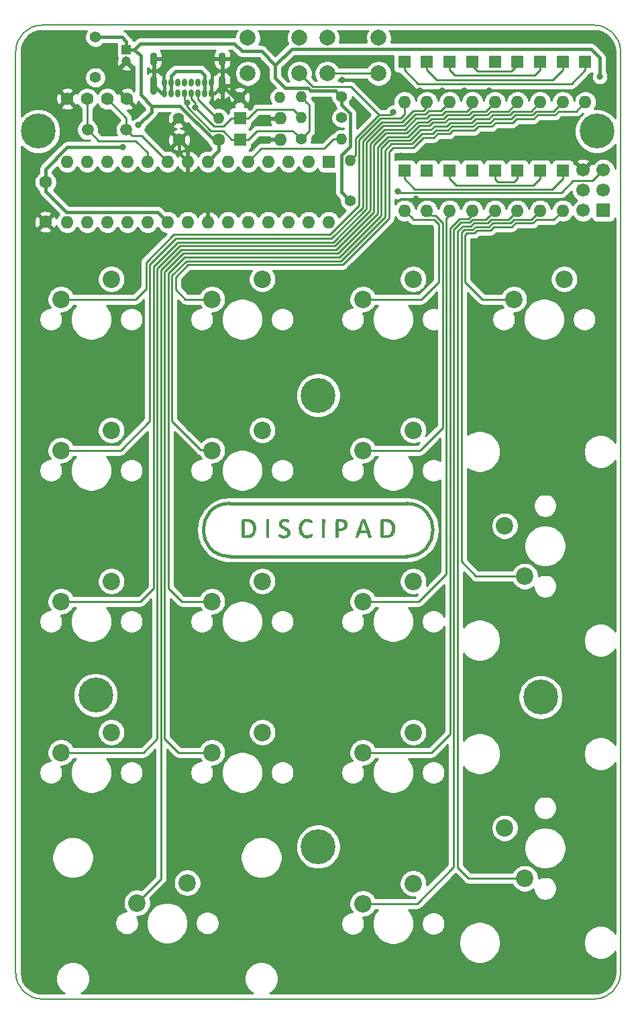
<source format=gbr>
%TF.GenerationSoftware,KiCad,Pcbnew,5.1.7-a382d34a8~88~ubuntu20.04.1*%
%TF.CreationDate,2021-03-29T23:34:48+02:00*%
%TF.ProjectId,discipad-pcb,64697363-6970-4616-942d-7063622e6b69,rev?*%
%TF.SameCoordinates,Original*%
%TF.FileFunction,Copper,L1,Top*%
%TF.FilePolarity,Positive*%
%FSLAX46Y46*%
G04 Gerber Fmt 4.6, Leading zero omitted, Abs format (unit mm)*
G04 Created by KiCad (PCBNEW 5.1.7-a382d34a8~88~ubuntu20.04.1) date 2021-03-29 23:34:48*
%MOMM*%
%LPD*%
G01*
G04 APERTURE LIST*
%TA.AperFunction,Profile*%
%ADD10C,0.150000*%
%TD*%
%TA.AperFunction,EtchedComponent*%
%ADD11C,0.400000*%
%TD*%
%TA.AperFunction,EtchedComponent*%
%ADD12C,0.010000*%
%TD*%
%TA.AperFunction,ComponentPad*%
%ADD13C,2.000000*%
%TD*%
%TA.AperFunction,ComponentPad*%
%ADD14O,1.600000X1.600000*%
%TD*%
%TA.AperFunction,ComponentPad*%
%ADD15R,1.600000X1.600000*%
%TD*%
%TA.AperFunction,ComponentPad*%
%ADD16C,1.400000*%
%TD*%
%TA.AperFunction,ComponentPad*%
%ADD17C,2.200000*%
%TD*%
%TA.AperFunction,ComponentPad*%
%ADD18C,4.400000*%
%TD*%
%TA.AperFunction,ComponentPad*%
%ADD19C,1.600000*%
%TD*%
%TA.AperFunction,ComponentPad*%
%ADD20R,1.200000X1.200000*%
%TD*%
%TA.AperFunction,ComponentPad*%
%ADD21C,1.200000*%
%TD*%
%TA.AperFunction,ComponentPad*%
%ADD22O,1.400000X1.400000*%
%TD*%
%TA.AperFunction,ComponentPad*%
%ADD23O,0.900000X1.700000*%
%TD*%
%TA.AperFunction,ComponentPad*%
%ADD24O,0.900000X2.400000*%
%TD*%
%TA.AperFunction,ComponentPad*%
%ADD25O,0.650000X1.000000*%
%TD*%
%TA.AperFunction,ComponentPad*%
%ADD26C,1.500000*%
%TD*%
%TA.AperFunction,ComponentPad*%
%ADD27C,1.700000*%
%TD*%
%TA.AperFunction,ComponentPad*%
%ADD28R,1.700000X1.700000*%
%TD*%
%TA.AperFunction,ViaPad*%
%ADD29C,0.800000*%
%TD*%
%TA.AperFunction,Conductor*%
%ADD30C,0.250000*%
%TD*%
%TA.AperFunction,Conductor*%
%ADD31C,0.400000*%
%TD*%
%TA.AperFunction,Conductor*%
%ADD32C,0.254000*%
%TD*%
%TA.AperFunction,Conductor*%
%ADD33C,0.150000*%
%TD*%
G04 APERTURE END LIST*
D10*
X108977543Y-137901737D02*
G75*
G02*
X105670421Y-134594615I0J3307122D01*
G01*
X181996697Y-134594615D02*
G75*
G02*
X178689575Y-137901737I-3307122J0D01*
G01*
X178689575Y-15101737D02*
G75*
G02*
X181996697Y-18408859I0J-3307122D01*
G01*
X105670421Y-18408859D02*
G75*
G02*
X108977543Y-15101737I3307122J0D01*
G01*
X105670421Y-134594615D02*
X105670421Y-18408859D01*
X108977543Y-15101737D02*
X178689575Y-15101737D01*
X181996697Y-18408859D02*
X181996697Y-134594615D01*
X178689575Y-137901737D02*
X108977543Y-137901737D01*
D11*
X132713559Y-82086019D02*
X154993559Y-82086019D01*
X132713559Y-75406019D02*
X154993559Y-75406019D01*
D12*
G36*
X152426051Y-77400161D02*
G01*
X152610739Y-77414266D01*
X152760563Y-77441191D01*
X152888668Y-77483730D01*
X153008198Y-77544676D01*
X153067267Y-77581873D01*
X153212403Y-77707878D01*
X153337652Y-77872665D01*
X153426374Y-78053527D01*
X153437470Y-78086985D01*
X153453057Y-78169518D01*
X153465423Y-78295095D01*
X153473120Y-78445212D01*
X153474954Y-78566019D01*
X153473350Y-78725384D01*
X153467325Y-78840477D01*
X153454104Y-78928580D01*
X153430911Y-79006978D01*
X153394971Y-79092951D01*
X153387795Y-79108690D01*
X153258773Y-79322782D01*
X153090386Y-79489609D01*
X152883784Y-79608274D01*
X152662450Y-79673858D01*
X152563370Y-79686602D01*
X152423048Y-79696848D01*
X152261802Y-79703398D01*
X152131322Y-79705171D01*
X151976353Y-79704773D01*
X151871798Y-79702097D01*
X151806495Y-79694916D01*
X151769282Y-79681004D01*
X151748998Y-79658137D01*
X151735282Y-79626197D01*
X151726851Y-79573408D01*
X151719805Y-79469027D01*
X151714139Y-79322014D01*
X151709843Y-79141329D01*
X151706911Y-78935930D01*
X151705334Y-78714777D01*
X151705105Y-78486831D01*
X151706217Y-78261051D01*
X151708662Y-78046396D01*
X151712432Y-77851826D01*
X151717519Y-77686301D01*
X151719722Y-77642383D01*
X152043923Y-77642383D01*
X152043923Y-79468088D01*
X152313317Y-79448368D01*
X152452720Y-79435316D01*
X152583410Y-79418187D01*
X152682117Y-79400159D01*
X152700164Y-79395577D01*
X152854592Y-79321217D01*
X152981409Y-79196173D01*
X153077401Y-79026298D01*
X153139351Y-78817447D01*
X153164045Y-78575472D01*
X153164337Y-78550625D01*
X153144865Y-78289561D01*
X153083627Y-78073670D01*
X152979931Y-77902250D01*
X152833089Y-77774602D01*
X152642409Y-77690025D01*
X152407201Y-77647819D01*
X152269244Y-77642383D01*
X152043923Y-77642383D01*
X151719722Y-77642383D01*
X151723917Y-77558781D01*
X151731617Y-77478224D01*
X151737127Y-77455631D01*
X151754702Y-77431749D01*
X151784282Y-77415236D01*
X151836125Y-77404753D01*
X151920488Y-77398960D01*
X152047630Y-77396519D01*
X152193357Y-77396080D01*
X152426051Y-77400161D01*
G37*
X152426051Y-77400161D02*
X152610739Y-77414266D01*
X152760563Y-77441191D01*
X152888668Y-77483730D01*
X153008198Y-77544676D01*
X153067267Y-77581873D01*
X153212403Y-77707878D01*
X153337652Y-77872665D01*
X153426374Y-78053527D01*
X153437470Y-78086985D01*
X153453057Y-78169518D01*
X153465423Y-78295095D01*
X153473120Y-78445212D01*
X153474954Y-78566019D01*
X153473350Y-78725384D01*
X153467325Y-78840477D01*
X153454104Y-78928580D01*
X153430911Y-79006978D01*
X153394971Y-79092951D01*
X153387795Y-79108690D01*
X153258773Y-79322782D01*
X153090386Y-79489609D01*
X152883784Y-79608274D01*
X152662450Y-79673858D01*
X152563370Y-79686602D01*
X152423048Y-79696848D01*
X152261802Y-79703398D01*
X152131322Y-79705171D01*
X151976353Y-79704773D01*
X151871798Y-79702097D01*
X151806495Y-79694916D01*
X151769282Y-79681004D01*
X151748998Y-79658137D01*
X151735282Y-79626197D01*
X151726851Y-79573408D01*
X151719805Y-79469027D01*
X151714139Y-79322014D01*
X151709843Y-79141329D01*
X151706911Y-78935930D01*
X151705334Y-78714777D01*
X151705105Y-78486831D01*
X151706217Y-78261051D01*
X151708662Y-78046396D01*
X151712432Y-77851826D01*
X151717519Y-77686301D01*
X151719722Y-77642383D01*
X152043923Y-77642383D01*
X152043923Y-79468088D01*
X152313317Y-79448368D01*
X152452720Y-79435316D01*
X152583410Y-79418187D01*
X152682117Y-79400159D01*
X152700164Y-79395577D01*
X152854592Y-79321217D01*
X152981409Y-79196173D01*
X153077401Y-79026298D01*
X153139351Y-78817447D01*
X153164045Y-78575472D01*
X153164337Y-78550625D01*
X153144865Y-78289561D01*
X153083627Y-78073670D01*
X152979931Y-77902250D01*
X152833089Y-77774602D01*
X152642409Y-77690025D01*
X152407201Y-77647819D01*
X152269244Y-77642383D01*
X152043923Y-77642383D01*
X151719722Y-77642383D01*
X151723917Y-77558781D01*
X151731617Y-77478224D01*
X151737127Y-77455631D01*
X151754702Y-77431749D01*
X151784282Y-77415236D01*
X151836125Y-77404753D01*
X151920488Y-77398960D01*
X152047630Y-77396519D01*
X152193357Y-77396080D01*
X152426051Y-77400161D01*
G36*
X149627074Y-77390772D02*
G01*
X149651118Y-77398802D01*
X149673371Y-77412715D01*
X149696217Y-77438008D01*
X149722038Y-77480179D01*
X149753217Y-77544724D01*
X149792136Y-77637138D01*
X149841178Y-77762920D01*
X149902726Y-77927566D01*
X149979163Y-78136572D01*
X150072870Y-78395435D01*
X150124066Y-78537299D01*
X150213490Y-78786735D01*
X150295356Y-79018067D01*
X150367482Y-79224904D01*
X150427689Y-79400859D01*
X150473796Y-79539542D01*
X150503622Y-79634565D01*
X150514987Y-79679539D01*
X150514794Y-79682080D01*
X150478465Y-79695596D01*
X150401805Y-79703908D01*
X150352888Y-79705171D01*
X150204881Y-79705171D01*
X150099321Y-79404989D01*
X149993762Y-79104807D01*
X149513869Y-79096347D01*
X149033977Y-79087886D01*
X148930283Y-79388831D01*
X148826590Y-79689777D01*
X148680347Y-79699161D01*
X148588051Y-79700511D01*
X148543629Y-79687018D01*
X148534105Y-79662737D01*
X148544116Y-79627581D01*
X148572308Y-79542304D01*
X148615917Y-79414690D01*
X148672178Y-79252524D01*
X148738329Y-79063589D01*
X148811606Y-78855669D01*
X148818783Y-78835413D01*
X149119092Y-78835413D01*
X149147929Y-78838329D01*
X149226685Y-78840738D01*
X149343700Y-78842407D01*
X149487317Y-78843103D01*
X149503923Y-78843110D01*
X149651176Y-78840986D01*
X149771939Y-78835170D01*
X149854849Y-78826498D01*
X149888541Y-78815806D01*
X149888771Y-78814811D01*
X149879085Y-78778037D01*
X149852144Y-78692784D01*
X149811123Y-78568661D01*
X149759199Y-78415277D01*
X149699546Y-78242240D01*
X149699307Y-78241553D01*
X149509843Y-77696595D01*
X149314476Y-78262155D01*
X149254207Y-78436999D01*
X149201483Y-78590673D01*
X149159367Y-78714185D01*
X149130926Y-78798539D01*
X149119225Y-78834743D01*
X149119092Y-78835413D01*
X148818783Y-78835413D01*
X148889245Y-78636549D01*
X148968482Y-78414012D01*
X149046553Y-78195841D01*
X149120696Y-77989822D01*
X149188145Y-77803738D01*
X149246139Y-77645373D01*
X149291912Y-77522510D01*
X149318678Y-77452985D01*
X149365645Y-77409059D01*
X149451850Y-77382973D01*
X149556484Y-77378924D01*
X149627074Y-77390772D01*
G37*
X149627074Y-77390772D02*
X149651118Y-77398802D01*
X149673371Y-77412715D01*
X149696217Y-77438008D01*
X149722038Y-77480179D01*
X149753217Y-77544724D01*
X149792136Y-77637138D01*
X149841178Y-77762920D01*
X149902726Y-77927566D01*
X149979163Y-78136572D01*
X150072870Y-78395435D01*
X150124066Y-78537299D01*
X150213490Y-78786735D01*
X150295356Y-79018067D01*
X150367482Y-79224904D01*
X150427689Y-79400859D01*
X150473796Y-79539542D01*
X150503622Y-79634565D01*
X150514987Y-79679539D01*
X150514794Y-79682080D01*
X150478465Y-79695596D01*
X150401805Y-79703908D01*
X150352888Y-79705171D01*
X150204881Y-79705171D01*
X150099321Y-79404989D01*
X149993762Y-79104807D01*
X149513869Y-79096347D01*
X149033977Y-79087886D01*
X148930283Y-79388831D01*
X148826590Y-79689777D01*
X148680347Y-79699161D01*
X148588051Y-79700511D01*
X148543629Y-79687018D01*
X148534105Y-79662737D01*
X148544116Y-79627581D01*
X148572308Y-79542304D01*
X148615917Y-79414690D01*
X148672178Y-79252524D01*
X148738329Y-79063589D01*
X148811606Y-78855669D01*
X148818783Y-78835413D01*
X149119092Y-78835413D01*
X149147929Y-78838329D01*
X149226685Y-78840738D01*
X149343700Y-78842407D01*
X149487317Y-78843103D01*
X149503923Y-78843110D01*
X149651176Y-78840986D01*
X149771939Y-78835170D01*
X149854849Y-78826498D01*
X149888541Y-78815806D01*
X149888771Y-78814811D01*
X149879085Y-78778037D01*
X149852144Y-78692784D01*
X149811123Y-78568661D01*
X149759199Y-78415277D01*
X149699546Y-78242240D01*
X149699307Y-78241553D01*
X149509843Y-77696595D01*
X149314476Y-78262155D01*
X149254207Y-78436999D01*
X149201483Y-78590673D01*
X149159367Y-78714185D01*
X149130926Y-78798539D01*
X149119225Y-78834743D01*
X149119092Y-78835413D01*
X148818783Y-78835413D01*
X148889245Y-78636549D01*
X148968482Y-78414012D01*
X149046553Y-78195841D01*
X149120696Y-77989822D01*
X149188145Y-77803738D01*
X149246139Y-77645373D01*
X149291912Y-77522510D01*
X149318678Y-77452985D01*
X149365645Y-77409059D01*
X149451850Y-77382973D01*
X149556484Y-77378924D01*
X149627074Y-77390772D01*
G36*
X146754301Y-77404113D02*
G01*
X146959200Y-77430214D01*
X147119943Y-77477390D01*
X147244305Y-77548644D01*
X147340058Y-77646982D01*
X147400178Y-77744988D01*
X147448436Y-77891210D01*
X147466767Y-78064874D01*
X147454785Y-78239483D01*
X147412101Y-78388540D01*
X147409673Y-78393759D01*
X147299090Y-78564555D01*
X147149978Y-78689999D01*
X146960363Y-78771143D01*
X146728270Y-78809038D01*
X146624224Y-78812322D01*
X146387857Y-78812322D01*
X146368230Y-79020140D01*
X146358029Y-79162583D01*
X146350852Y-79328349D01*
X146348384Y-79466565D01*
X146348165Y-79705171D01*
X146214751Y-79705171D01*
X146128356Y-79700804D01*
X146070365Y-79689841D01*
X146060812Y-79684645D01*
X146054435Y-79648295D01*
X146049280Y-79558964D01*
X146045309Y-79425236D01*
X146042485Y-79255693D01*
X146040772Y-79058917D01*
X146040132Y-78843492D01*
X146040529Y-78618000D01*
X146041925Y-78391023D01*
X146044284Y-78171145D01*
X146047570Y-77966947D01*
X146051744Y-77787013D01*
X146056686Y-77642383D01*
X146378953Y-77642383D01*
X146378953Y-78566019D01*
X146586771Y-78565971D01*
X146768907Y-78552298D01*
X146900159Y-78512092D01*
X147021545Y-78429282D01*
X147095527Y-78323085D01*
X147128760Y-78181514D01*
X147132178Y-78094141D01*
X147117267Y-77932880D01*
X147070429Y-77816613D01*
X146985312Y-77734325D01*
X146899894Y-77691175D01*
X146800556Y-77664445D01*
X146672146Y-77646759D01*
X146578451Y-77642383D01*
X146378953Y-77642383D01*
X146056686Y-77642383D01*
X146056770Y-77639925D01*
X146062612Y-77534266D01*
X146069231Y-77478618D01*
X146070312Y-77475054D01*
X146100338Y-77396080D01*
X146497472Y-77396080D01*
X146754301Y-77404113D01*
G37*
X146754301Y-77404113D02*
X146959200Y-77430214D01*
X147119943Y-77477390D01*
X147244305Y-77548644D01*
X147340058Y-77646982D01*
X147400178Y-77744988D01*
X147448436Y-77891210D01*
X147466767Y-78064874D01*
X147454785Y-78239483D01*
X147412101Y-78388540D01*
X147409673Y-78393759D01*
X147299090Y-78564555D01*
X147149978Y-78689999D01*
X146960363Y-78771143D01*
X146728270Y-78809038D01*
X146624224Y-78812322D01*
X146387857Y-78812322D01*
X146368230Y-79020140D01*
X146358029Y-79162583D01*
X146350852Y-79328349D01*
X146348384Y-79466565D01*
X146348165Y-79705171D01*
X146214751Y-79705171D01*
X146128356Y-79700804D01*
X146070365Y-79689841D01*
X146060812Y-79684645D01*
X146054435Y-79648295D01*
X146049280Y-79558964D01*
X146045309Y-79425236D01*
X146042485Y-79255693D01*
X146040772Y-79058917D01*
X146040132Y-78843492D01*
X146040529Y-78618000D01*
X146041925Y-78391023D01*
X146044284Y-78171145D01*
X146047570Y-77966947D01*
X146051744Y-77787013D01*
X146056686Y-77642383D01*
X146378953Y-77642383D01*
X146378953Y-78566019D01*
X146586771Y-78565971D01*
X146768907Y-78552298D01*
X146900159Y-78512092D01*
X147021545Y-78429282D01*
X147095527Y-78323085D01*
X147128760Y-78181514D01*
X147132178Y-78094141D01*
X147117267Y-77932880D01*
X147070429Y-77816613D01*
X146985312Y-77734325D01*
X146899894Y-77691175D01*
X146800556Y-77664445D01*
X146672146Y-77646759D01*
X146578451Y-77642383D01*
X146378953Y-77642383D01*
X146056686Y-77642383D01*
X146056770Y-77639925D01*
X146062612Y-77534266D01*
X146069231Y-77478618D01*
X146070312Y-77475054D01*
X146100338Y-77396080D01*
X146497472Y-77396080D01*
X146754301Y-77404113D01*
G36*
X144553593Y-77398558D02*
G01*
X144624804Y-77425632D01*
X144616727Y-78557705D01*
X144608650Y-79689777D01*
X144462408Y-79699161D01*
X144316165Y-79708544D01*
X144316165Y-77403258D01*
X144399274Y-77387371D01*
X144490190Y-77385089D01*
X144553593Y-77398558D01*
G37*
X144553593Y-77398558D02*
X144624804Y-77425632D01*
X144616727Y-78557705D01*
X144608650Y-79689777D01*
X144462408Y-79699161D01*
X144316165Y-79708544D01*
X144316165Y-77403258D01*
X144399274Y-77387371D01*
X144490190Y-77385089D01*
X144553593Y-77398558D01*
G36*
X137497021Y-77388615D02*
G01*
X137574362Y-77403400D01*
X137566294Y-78546588D01*
X137558226Y-79689777D01*
X137411983Y-79699161D01*
X137265741Y-79708544D01*
X137265741Y-77403258D01*
X137342711Y-77388544D01*
X137436888Y-77382758D01*
X137497021Y-77388615D01*
G37*
X137497021Y-77388615D02*
X137574362Y-77403400D01*
X137566294Y-78546588D01*
X137558226Y-79689777D01*
X137411983Y-79699161D01*
X137265741Y-79708544D01*
X137265741Y-77403258D01*
X137342711Y-77388544D01*
X137436888Y-77382758D01*
X137497021Y-77388615D01*
G36*
X134651971Y-77399504D02*
G01*
X134748269Y-77401682D01*
X134971468Y-77410427D01*
X135145503Y-77425978D01*
X135282703Y-77451941D01*
X135395397Y-77491915D01*
X135495914Y-77549506D01*
X135596583Y-77628314D01*
X135632447Y-77660051D01*
X135776840Y-77830661D01*
X135881990Y-78041598D01*
X135945284Y-78283695D01*
X135964108Y-78547782D01*
X135946473Y-78761563D01*
X135885164Y-79029381D01*
X135786848Y-79248994D01*
X135649298Y-79423012D01*
X135470287Y-79554041D01*
X135247591Y-79644689D01*
X135176705Y-79663284D01*
X135071199Y-79681000D01*
X134934695Y-79693851D01*
X134780707Y-79701769D01*
X134622749Y-79704681D01*
X134474336Y-79702519D01*
X134348979Y-79695211D01*
X134260195Y-79682689D01*
X134223899Y-79668225D01*
X134213313Y-79639956D01*
X134204729Y-79575604D01*
X134198006Y-79470958D01*
X134197906Y-79467956D01*
X134494832Y-79467956D01*
X134792859Y-79447007D01*
X134961050Y-79429528D01*
X135106634Y-79403707D01*
X135210808Y-79372937D01*
X135216193Y-79370628D01*
X135377628Y-79266720D01*
X135501126Y-79116133D01*
X135585177Y-78921834D01*
X135628266Y-78686792D01*
X135633983Y-78550625D01*
X135612087Y-78289484D01*
X135546293Y-78071374D01*
X135436449Y-77895988D01*
X135282401Y-77763019D01*
X135221262Y-77728100D01*
X135129579Y-77691770D01*
X135013101Y-77667461D01*
X134856060Y-77652241D01*
X134795014Y-77648828D01*
X134494832Y-77634150D01*
X134494832Y-79467956D01*
X134197906Y-79467956D01*
X134193006Y-79321806D01*
X134189590Y-79123935D01*
X134187619Y-78873133D01*
X134186955Y-78565189D01*
X134186953Y-78548237D01*
X134187276Y-78255397D01*
X134188406Y-78018246D01*
X134190581Y-77830901D01*
X134194042Y-77687479D01*
X134199027Y-77582097D01*
X134205776Y-77508870D01*
X134214529Y-77461916D01*
X134225524Y-77435351D01*
X134232572Y-77427335D01*
X134272360Y-77411797D01*
X134351196Y-77402195D01*
X134475570Y-77398205D01*
X134651971Y-77399504D01*
G37*
X134651971Y-77399504D02*
X134748269Y-77401682D01*
X134971468Y-77410427D01*
X135145503Y-77425978D01*
X135282703Y-77451941D01*
X135395397Y-77491915D01*
X135495914Y-77549506D01*
X135596583Y-77628314D01*
X135632447Y-77660051D01*
X135776840Y-77830661D01*
X135881990Y-78041598D01*
X135945284Y-78283695D01*
X135964108Y-78547782D01*
X135946473Y-78761563D01*
X135885164Y-79029381D01*
X135786848Y-79248994D01*
X135649298Y-79423012D01*
X135470287Y-79554041D01*
X135247591Y-79644689D01*
X135176705Y-79663284D01*
X135071199Y-79681000D01*
X134934695Y-79693851D01*
X134780707Y-79701769D01*
X134622749Y-79704681D01*
X134474336Y-79702519D01*
X134348979Y-79695211D01*
X134260195Y-79682689D01*
X134223899Y-79668225D01*
X134213313Y-79639956D01*
X134204729Y-79575604D01*
X134198006Y-79470958D01*
X134197906Y-79467956D01*
X134494832Y-79467956D01*
X134792859Y-79447007D01*
X134961050Y-79429528D01*
X135106634Y-79403707D01*
X135210808Y-79372937D01*
X135216193Y-79370628D01*
X135377628Y-79266720D01*
X135501126Y-79116133D01*
X135585177Y-78921834D01*
X135628266Y-78686792D01*
X135633983Y-78550625D01*
X135612087Y-78289484D01*
X135546293Y-78071374D01*
X135436449Y-77895988D01*
X135282401Y-77763019D01*
X135221262Y-77728100D01*
X135129579Y-77691770D01*
X135013101Y-77667461D01*
X134856060Y-77652241D01*
X134795014Y-77648828D01*
X134494832Y-77634150D01*
X134494832Y-79467956D01*
X134197906Y-79467956D01*
X134193006Y-79321806D01*
X134189590Y-79123935D01*
X134187619Y-78873133D01*
X134186955Y-78565189D01*
X134186953Y-78548237D01*
X134187276Y-78255397D01*
X134188406Y-78018246D01*
X134190581Y-77830901D01*
X134194042Y-77687479D01*
X134199027Y-77582097D01*
X134205776Y-77508870D01*
X134214529Y-77461916D01*
X134225524Y-77435351D01*
X134232572Y-77427335D01*
X134272360Y-77411797D01*
X134351196Y-77402195D01*
X134475570Y-77398205D01*
X134651971Y-77399504D01*
G36*
X142533601Y-77383592D02*
G01*
X142635915Y-77392905D01*
X142720984Y-77414284D01*
X142810930Y-77452093D01*
X142853741Y-77473049D01*
X142953007Y-77525186D01*
X143009508Y-77566147D01*
X143036481Y-77610352D01*
X143047166Y-77672220D01*
X143048266Y-77684925D01*
X143048619Y-77781078D01*
X143025298Y-77828234D01*
X142971599Y-77828830D01*
X142880823Y-77785304D01*
X142839997Y-77760686D01*
X142670941Y-77684604D01*
X142480587Y-77645656D01*
X142292527Y-77647045D01*
X142181926Y-77671350D01*
X142059050Y-77739137D01*
X141941317Y-77852071D01*
X141842156Y-77994283D01*
X141774992Y-78149903D01*
X141773924Y-78153538D01*
X141740024Y-78330524D01*
X141729119Y-78532847D01*
X141739980Y-78740254D01*
X141771378Y-78932493D01*
X141822085Y-79089310D01*
X141831929Y-79109802D01*
X141944717Y-79270178D01*
X142090966Y-79382224D01*
X142264180Y-79444463D01*
X142457863Y-79455417D01*
X142665519Y-79413607D01*
X142840825Y-79339357D01*
X142936717Y-79292096D01*
X143009633Y-79261771D01*
X143044490Y-79254616D01*
X143044976Y-79254992D01*
X143055535Y-79292722D01*
X143062431Y-79366546D01*
X143063033Y-79382653D01*
X143052010Y-79476798D01*
X143004497Y-79542118D01*
X142990774Y-79553241D01*
X142842689Y-79635506D01*
X142656830Y-79692664D01*
X142452731Y-79722122D01*
X142249931Y-79721290D01*
X142067965Y-79687574D01*
X142042422Y-79679074D01*
X141836067Y-79580919D01*
X141675133Y-79447094D01*
X141552405Y-79270206D01*
X141480743Y-79103849D01*
X141412968Y-78838979D01*
X141391228Y-78571754D01*
X141412955Y-78310989D01*
X141475583Y-78065498D01*
X141576545Y-77844095D01*
X141713273Y-77655596D01*
X141883200Y-77508815D01*
X141958121Y-77464674D01*
X142046045Y-77423652D01*
X142129380Y-77398885D01*
X142229064Y-77386384D01*
X142366035Y-77382156D01*
X142391923Y-77381985D01*
X142533601Y-77383592D01*
G37*
X142533601Y-77383592D02*
X142635915Y-77392905D01*
X142720984Y-77414284D01*
X142810930Y-77452093D01*
X142853741Y-77473049D01*
X142953007Y-77525186D01*
X143009508Y-77566147D01*
X143036481Y-77610352D01*
X143047166Y-77672220D01*
X143048266Y-77684925D01*
X143048619Y-77781078D01*
X143025298Y-77828234D01*
X142971599Y-77828830D01*
X142880823Y-77785304D01*
X142839997Y-77760686D01*
X142670941Y-77684604D01*
X142480587Y-77645656D01*
X142292527Y-77647045D01*
X142181926Y-77671350D01*
X142059050Y-77739137D01*
X141941317Y-77852071D01*
X141842156Y-77994283D01*
X141774992Y-78149903D01*
X141773924Y-78153538D01*
X141740024Y-78330524D01*
X141729119Y-78532847D01*
X141739980Y-78740254D01*
X141771378Y-78932493D01*
X141822085Y-79089310D01*
X141831929Y-79109802D01*
X141944717Y-79270178D01*
X142090966Y-79382224D01*
X142264180Y-79444463D01*
X142457863Y-79455417D01*
X142665519Y-79413607D01*
X142840825Y-79339357D01*
X142936717Y-79292096D01*
X143009633Y-79261771D01*
X143044490Y-79254616D01*
X143044976Y-79254992D01*
X143055535Y-79292722D01*
X143062431Y-79366546D01*
X143063033Y-79382653D01*
X143052010Y-79476798D01*
X143004497Y-79542118D01*
X142990774Y-79553241D01*
X142842689Y-79635506D01*
X142656830Y-79692664D01*
X142452731Y-79722122D01*
X142249931Y-79721290D01*
X142067965Y-79687574D01*
X142042422Y-79679074D01*
X141836067Y-79580919D01*
X141675133Y-79447094D01*
X141552405Y-79270206D01*
X141480743Y-79103849D01*
X141412968Y-78838979D01*
X141391228Y-78571754D01*
X141412955Y-78310989D01*
X141475583Y-78065498D01*
X141576545Y-77844095D01*
X141713273Y-77655596D01*
X141883200Y-77508815D01*
X141958121Y-77464674D01*
X142046045Y-77423652D01*
X142129380Y-77398885D01*
X142229064Y-77386384D01*
X142366035Y-77382156D01*
X142391923Y-77381985D01*
X142533601Y-77383592D01*
G36*
X139670907Y-77374276D02*
G01*
X139845860Y-77401340D01*
X139990423Y-77449818D01*
X139998165Y-77453668D01*
X140078158Y-77499261D01*
X140116541Y-77542488D01*
X140128356Y-77605116D01*
X140129014Y-77643008D01*
X140122265Y-77722314D01*
X140095761Y-77759486D01*
X140040111Y-77756771D01*
X139945926Y-77716421D01*
X139906750Y-77696262D01*
X139784868Y-77648315D01*
X139643765Y-77628437D01*
X139580003Y-77626989D01*
X139470049Y-77629606D01*
X139399989Y-77642548D01*
X139348204Y-77673448D01*
X139295216Y-77727535D01*
X139219541Y-77840986D01*
X139199908Y-77951298D01*
X139237398Y-78060373D01*
X139333090Y-78170110D01*
X139488063Y-78282409D01*
X139666498Y-78380942D01*
X139850556Y-78477526D01*
X139986334Y-78560352D01*
X140083240Y-78637190D01*
X140150683Y-78715809D01*
X140198073Y-78803980D01*
X140207650Y-78827795D01*
X140250671Y-79019484D01*
X140237336Y-79207462D01*
X140171683Y-79380958D01*
X140057747Y-79529202D01*
X139903478Y-79639425D01*
X139732985Y-79699957D01*
X139532764Y-79728695D01*
X139326545Y-79724410D01*
X139138052Y-79685875D01*
X139120639Y-79679930D01*
X138977873Y-79618898D01*
X138888464Y-79553537D01*
X138844287Y-79476135D01*
X138835923Y-79409731D01*
X138843359Y-79335549D01*
X138861407Y-79292964D01*
X138862887Y-79291898D01*
X138902305Y-79296063D01*
X138979018Y-79323230D01*
X139070705Y-79364794D01*
X139187287Y-79413738D01*
X139303215Y-79448387D01*
X139374711Y-79459594D01*
X139521342Y-79463347D01*
X139623510Y-79457048D01*
X139698034Y-79436635D01*
X139761735Y-79398044D01*
X139813890Y-79353476D01*
X139885442Y-79279701D01*
X139919358Y-79213941D01*
X139928641Y-79129178D01*
X139928716Y-79114870D01*
X139919514Y-79017639D01*
X139887095Y-78934975D01*
X139823812Y-78858876D01*
X139722018Y-78781343D01*
X139574067Y-78694376D01*
X139478545Y-78643901D01*
X139260963Y-78520587D01*
X139099222Y-78403038D01*
X138988396Y-78287078D01*
X138926224Y-78175746D01*
X138902134Y-78058599D01*
X138900739Y-77916333D01*
X138921131Y-77780700D01*
X138939094Y-77725580D01*
X139015197Y-77607429D01*
X139131539Y-77499269D01*
X139267238Y-77418556D01*
X139335822Y-77393947D01*
X139492063Y-77371015D01*
X139670907Y-77374276D01*
G37*
X139670907Y-77374276D02*
X139845860Y-77401340D01*
X139990423Y-77449818D01*
X139998165Y-77453668D01*
X140078158Y-77499261D01*
X140116541Y-77542488D01*
X140128356Y-77605116D01*
X140129014Y-77643008D01*
X140122265Y-77722314D01*
X140095761Y-77759486D01*
X140040111Y-77756771D01*
X139945926Y-77716421D01*
X139906750Y-77696262D01*
X139784868Y-77648315D01*
X139643765Y-77628437D01*
X139580003Y-77626989D01*
X139470049Y-77629606D01*
X139399989Y-77642548D01*
X139348204Y-77673448D01*
X139295216Y-77727535D01*
X139219541Y-77840986D01*
X139199908Y-77951298D01*
X139237398Y-78060373D01*
X139333090Y-78170110D01*
X139488063Y-78282409D01*
X139666498Y-78380942D01*
X139850556Y-78477526D01*
X139986334Y-78560352D01*
X140083240Y-78637190D01*
X140150683Y-78715809D01*
X140198073Y-78803980D01*
X140207650Y-78827795D01*
X140250671Y-79019484D01*
X140237336Y-79207462D01*
X140171683Y-79380958D01*
X140057747Y-79529202D01*
X139903478Y-79639425D01*
X139732985Y-79699957D01*
X139532764Y-79728695D01*
X139326545Y-79724410D01*
X139138052Y-79685875D01*
X139120639Y-79679930D01*
X138977873Y-79618898D01*
X138888464Y-79553537D01*
X138844287Y-79476135D01*
X138835923Y-79409731D01*
X138843359Y-79335549D01*
X138861407Y-79292964D01*
X138862887Y-79291898D01*
X138902305Y-79296063D01*
X138979018Y-79323230D01*
X139070705Y-79364794D01*
X139187287Y-79413738D01*
X139303215Y-79448387D01*
X139374711Y-79459594D01*
X139521342Y-79463347D01*
X139623510Y-79457048D01*
X139698034Y-79436635D01*
X139761735Y-79398044D01*
X139813890Y-79353476D01*
X139885442Y-79279701D01*
X139919358Y-79213941D01*
X139928641Y-79129178D01*
X139928716Y-79114870D01*
X139919514Y-79017639D01*
X139887095Y-78934975D01*
X139823812Y-78858876D01*
X139722018Y-78781343D01*
X139574067Y-78694376D01*
X139478545Y-78643901D01*
X139260963Y-78520587D01*
X139099222Y-78403038D01*
X138988396Y-78287078D01*
X138926224Y-78175746D01*
X138902134Y-78058599D01*
X138900739Y-77916333D01*
X138921131Y-77780700D01*
X138939094Y-77725580D01*
X139015197Y-77607429D01*
X139131539Y-77499269D01*
X139267238Y-77418556D01*
X139335822Y-77393947D01*
X139492063Y-77371015D01*
X139670907Y-77374276D01*
D11*
X154983559Y-75406019D02*
G75*
G02*
X154983559Y-82086019I0J-3340000D01*
G01*
X132683559Y-82086019D02*
G75*
G02*
X132683559Y-75406019I0J3340000D01*
G01*
D13*
X151470929Y-16693091D03*
X151470929Y-21193091D03*
X144970929Y-16693091D03*
X144970929Y-21193091D03*
D14*
X177550923Y-24807330D03*
D15*
X177550923Y-19727330D03*
D14*
X174696610Y-38488743D03*
D15*
X174696610Y-33408743D03*
D14*
X171842297Y-38488743D03*
D15*
X171842297Y-33408743D03*
D14*
X168987991Y-38488743D03*
D15*
X168987991Y-33408743D03*
D14*
X166133685Y-38488743D03*
D15*
X166133685Y-33408743D03*
D14*
X163279379Y-38488743D03*
D15*
X163279379Y-33408743D03*
D14*
X160425073Y-38488743D03*
D15*
X160425073Y-33408743D03*
D14*
X157570767Y-38488743D03*
D15*
X157570767Y-33408743D03*
D14*
X154716461Y-38488743D03*
D15*
X154716461Y-33408743D03*
D14*
X174696610Y-24807330D03*
D15*
X174696610Y-19727330D03*
D14*
X171842297Y-24807330D03*
D15*
X171842297Y-19727330D03*
D14*
X168987991Y-24807330D03*
D15*
X168987991Y-19727330D03*
D14*
X166133685Y-24807330D03*
D15*
X166133685Y-19727330D03*
D14*
X163279379Y-24807330D03*
D15*
X163279379Y-19727330D03*
D14*
X160425073Y-24807330D03*
D15*
X160425073Y-19727330D03*
D14*
X157570767Y-24807330D03*
D15*
X157570767Y-19727330D03*
D14*
X154716461Y-24807330D03*
D15*
X154716461Y-19727330D03*
D14*
X139054831Y-29536623D03*
D15*
X133974831Y-29536623D03*
D14*
X139054831Y-26841931D03*
D15*
X133974831Y-26841931D03*
D16*
X115714273Y-16610309D03*
X115714273Y-21710309D03*
D17*
X127306000Y-123242000D03*
X120956000Y-125782000D03*
X167386000Y-116332000D03*
X169926000Y-122682000D03*
X167386000Y-78232000D03*
X169926000Y-84582000D03*
X149479000Y-125857000D03*
X155829000Y-123317000D03*
X130429000Y-106807000D03*
X136779000Y-104267000D03*
X111379000Y-106807000D03*
X117729000Y-104267000D03*
X149479000Y-106807000D03*
X155829000Y-104267000D03*
X149479000Y-87757000D03*
X155829000Y-85217000D03*
X130429000Y-87757000D03*
X136779000Y-85217000D03*
X111379000Y-87757000D03*
X117729000Y-85217000D03*
X149479000Y-68707000D03*
X155829000Y-66167000D03*
X130429000Y-68707000D03*
X136779000Y-66167000D03*
X111379000Y-68707000D03*
X117729000Y-66167000D03*
X168529000Y-49657000D03*
X174879000Y-47117000D03*
X149479000Y-49657000D03*
X155829000Y-47117000D03*
X130429000Y-49657000D03*
X136779000Y-47117000D03*
X111379000Y-49657000D03*
X117729000Y-47117000D03*
D18*
X143833559Y-118686673D03*
X115752543Y-99566685D03*
X171914575Y-99841686D03*
X143833559Y-61784261D03*
X179001130Y-28475773D03*
X108503031Y-28475773D03*
D19*
X117219101Y-24409709D03*
X119719101Y-24409709D03*
X112164393Y-24392211D03*
X114664393Y-24392211D03*
D20*
X119633825Y-18180421D03*
D21*
X119633825Y-19680421D03*
D19*
X126287493Y-29571619D03*
X131287493Y-29571619D03*
X109414993Y-34908509D03*
X109414993Y-39908509D03*
D22*
X141703959Y-24147239D03*
D16*
X146783959Y-24147239D03*
X126178077Y-26841931D03*
D22*
X131258077Y-26841931D03*
D16*
X133929691Y-24199733D03*
D22*
X139009691Y-24199733D03*
X146783959Y-29484129D03*
D16*
X141703959Y-29484129D03*
D22*
X141703959Y-26771939D03*
D16*
X146783959Y-26771939D03*
X147875597Y-37235743D03*
D22*
X147875597Y-32155743D03*
D13*
X134962073Y-21193091D03*
X134962073Y-16693091D03*
X141462073Y-21193091D03*
X141462073Y-16693091D03*
D15*
X145163407Y-32301307D03*
D14*
X112143407Y-39921307D03*
X142623407Y-32301307D03*
X114683407Y-39921307D03*
X140083407Y-32301307D03*
X117223407Y-39921307D03*
X137543407Y-32301307D03*
X119763407Y-39921307D03*
X135003407Y-32301307D03*
X122303407Y-39921307D03*
X132463407Y-32301307D03*
X124843407Y-39921307D03*
X129923407Y-32301307D03*
X127383407Y-39921307D03*
X127383407Y-32301307D03*
X129923407Y-39921307D03*
X124843407Y-32301307D03*
X132463407Y-39921307D03*
X122303407Y-32301307D03*
X135003407Y-39921307D03*
X119763407Y-32301307D03*
X137543407Y-39921307D03*
X117223407Y-32301307D03*
X140083407Y-39921307D03*
X114683407Y-32301307D03*
X142623407Y-39921307D03*
X112143407Y-32301307D03*
X145163407Y-39921307D03*
D23*
X123077937Y-19342987D03*
X131727937Y-19342987D03*
D24*
X123077937Y-22722987D03*
X131727937Y-22722987D03*
D25*
X124422937Y-22377987D03*
X125272937Y-22377987D03*
X126122937Y-22377987D03*
X126972937Y-22377987D03*
X127822937Y-22377987D03*
X128672937Y-22377987D03*
X129522937Y-22377987D03*
X130377937Y-22377987D03*
X124427937Y-23702987D03*
X125277937Y-23702987D03*
X126127937Y-23702987D03*
X126977937Y-23702987D03*
X127827937Y-23702987D03*
X129527937Y-23702987D03*
X130377937Y-23702987D03*
X128677937Y-23702987D03*
D26*
X119616327Y-28276767D03*
X114736327Y-28276767D03*
D27*
X177279591Y-33383393D03*
X179819591Y-33383393D03*
X177279591Y-35923393D03*
X179819591Y-35923393D03*
X177279591Y-38463393D03*
D28*
X179819591Y-38463393D03*
D29*
X135259539Y-25512083D03*
X170010567Y-63727715D03*
X108085145Y-18950333D03*
X154157379Y-40735343D03*
X127612913Y-36920779D03*
X134664607Y-36868285D03*
X116991627Y-26754441D03*
X124568261Y-16325633D03*
X146895709Y-22047479D03*
X148138067Y-24794665D03*
X145758339Y-25424593D03*
X148138067Y-16693091D03*
X170780479Y-16693091D03*
X174332573Y-29361643D03*
X180159407Y-31548893D03*
X138202084Y-16693091D03*
X136006871Y-22748763D03*
X165549229Y-31604029D03*
X162609876Y-31604029D03*
X159744937Y-31604029D03*
X156917205Y-31604029D03*
X154275508Y-31604029D03*
X165437608Y-23381282D03*
X162312220Y-23381282D03*
X159484488Y-23381282D03*
X156656756Y-23381282D03*
X156210272Y-37036251D03*
X179389495Y-21592531D03*
X119159110Y-30498433D03*
X121153844Y-27716304D03*
X127269933Y-24871903D03*
X128350138Y-25492473D03*
X153264981Y-26107015D03*
X153859913Y-36098373D03*
D30*
X154716461Y-34458743D02*
X156041127Y-35783409D01*
X154716461Y-33408743D02*
X154716461Y-34458743D01*
X174696610Y-34458743D02*
X174696610Y-33408743D01*
X173371944Y-35783409D02*
X174696610Y-34458743D01*
X156041127Y-35783409D02*
X173371944Y-35783409D01*
X154716461Y-20777330D02*
X154716461Y-19727330D01*
X156449023Y-22509892D02*
X154716461Y-20777330D01*
X175818361Y-22509892D02*
X156449023Y-22509892D01*
X177550923Y-20777330D02*
X175818361Y-22509892D01*
X177550923Y-19727330D02*
X177550923Y-20777330D01*
X122098718Y-46193840D02*
X122098718Y-46351319D01*
X122098718Y-46666277D02*
X122098718Y-45091487D01*
X122098718Y-46351319D02*
X122098718Y-46666277D01*
X122098718Y-46666277D02*
X122098718Y-47191207D01*
X125615749Y-41521963D02*
X122098718Y-45038994D01*
X145300624Y-41521963D02*
X125615749Y-41521963D01*
X154716461Y-25807330D02*
X154716461Y-26352841D01*
X122098718Y-45038994D02*
X122098718Y-47191207D01*
X154209873Y-26859429D02*
X151683678Y-26859429D01*
X154716461Y-26352841D02*
X154209873Y-26859429D01*
X151683678Y-26859429D02*
X148975134Y-29567973D01*
X148975134Y-29567973D02*
X148975134Y-37847453D01*
X148975134Y-37847453D02*
X145300624Y-41521963D01*
X154716461Y-25807330D02*
X154716461Y-24807330D01*
X119933447Y-49657000D02*
X111379000Y-49657000D01*
X120781632Y-49657000D02*
X119933447Y-49657000D01*
X122098718Y-48339914D02*
X120781632Y-49657000D01*
X122098718Y-47191207D02*
X122098718Y-48339914D01*
X174696610Y-20777330D02*
X173469317Y-22004623D01*
X174696610Y-19727330D02*
X174696610Y-20777330D01*
X158798060Y-22004623D02*
X157570767Y-20777330D01*
X173469317Y-22004623D02*
X158798060Y-22004623D01*
X157570767Y-20777330D02*
X157570767Y-19727330D01*
X146927907Y-45301459D02*
X152754630Y-39474736D01*
X127400511Y-45301459D02*
X146927907Y-45301459D01*
X125825721Y-46876249D02*
X127400511Y-45301459D01*
X125825721Y-48398546D02*
X125825721Y-46876249D01*
X127084175Y-49657000D02*
X125825721Y-48398546D01*
X130429000Y-49657000D02*
X127084175Y-49657000D01*
X152754630Y-32808749D02*
X152754630Y-32759164D01*
X152754630Y-39474736D02*
X152754630Y-32808749D01*
X152754630Y-31075856D02*
X153278979Y-30551507D01*
X152754630Y-32808749D02*
X152754630Y-31075856D01*
X153278979Y-30551507D02*
X155848928Y-30551507D01*
X155848928Y-30551507D02*
X157140447Y-29259988D01*
X157140447Y-29259988D02*
X158442692Y-29259988D01*
X158442692Y-29259988D02*
X158889176Y-28813504D01*
X158889176Y-28813504D02*
X160414663Y-28813504D01*
X160414663Y-28813504D02*
X160861147Y-28367020D01*
X160861147Y-28367020D02*
X163577258Y-28367020D01*
X163577258Y-28367020D02*
X164060949Y-27883329D01*
X164060949Y-27883329D02*
X165735264Y-27883329D01*
X165735264Y-27883329D02*
X166218955Y-27399638D01*
X166218955Y-27399638D02*
X168376961Y-27399638D01*
X168376961Y-27399638D02*
X168860652Y-26915947D01*
X168860652Y-26915947D02*
X171055865Y-26915947D01*
X171055865Y-26915947D02*
X171539556Y-26432256D01*
X171539556Y-26432256D02*
X173734769Y-26432256D01*
X173734769Y-26432256D02*
X174218460Y-25948565D01*
X176409688Y-25948565D02*
X177550923Y-24807330D01*
X174218460Y-25948565D02*
X176409688Y-25948565D01*
X160425073Y-34458743D02*
X161294791Y-35328461D01*
X160425073Y-33408743D02*
X160425073Y-34458743D01*
X171842297Y-34458743D02*
X171842297Y-33408743D01*
X170972579Y-35328461D02*
X171842297Y-34458743D01*
X161294791Y-35328461D02*
X170972579Y-35328461D01*
X160425073Y-20777330D02*
X160425073Y-19727330D01*
X161099884Y-21452141D02*
X160425073Y-20777330D01*
X171167486Y-21452141D02*
X161099884Y-21452141D01*
X171842297Y-20777330D02*
X171167486Y-21452141D01*
X171842297Y-19727330D02*
X171842297Y-20777330D01*
X155633213Y-39405495D02*
X154716461Y-38488743D01*
X155843189Y-39615471D02*
X155633213Y-39405495D01*
X158444389Y-39615471D02*
X155843189Y-39615471D01*
X159053790Y-40224872D02*
X158444389Y-39615471D01*
X159053790Y-47453672D02*
X159053790Y-40224872D01*
X156850462Y-49657000D02*
X159053790Y-47453672D01*
X149479000Y-49657000D02*
X156850462Y-49657000D01*
X168529000Y-49657000D02*
X166973366Y-49657000D01*
X166965915Y-40515491D02*
X168270643Y-40515491D01*
X166965915Y-40515491D02*
X167183513Y-40515491D01*
X168270643Y-40515491D02*
X168715715Y-40070419D01*
X168715715Y-40070419D02*
X170920463Y-40070419D01*
X170920463Y-40070419D02*
X171375411Y-39615471D01*
X171375411Y-39615471D02*
X173569882Y-39615471D01*
X173569882Y-39615471D02*
X174696610Y-38488743D01*
X166037381Y-40515491D02*
X166965915Y-40515491D01*
X165571012Y-40975378D02*
X165577495Y-40975377D01*
X163868769Y-40980315D02*
X165566075Y-40980315D01*
X168529000Y-49657000D02*
X164564177Y-49657000D01*
X164564177Y-49657000D02*
X162360849Y-47453672D01*
X162360849Y-47453672D02*
X162360849Y-41578339D01*
X165577495Y-40975377D02*
X166037381Y-40515491D01*
X162360849Y-41578339D02*
X162591415Y-41347773D01*
X165566075Y-40980315D02*
X165571012Y-40975378D01*
X162591415Y-41347773D02*
X163501311Y-41347773D01*
X163501311Y-41347773D02*
X163868769Y-40980315D01*
X163279379Y-20255671D02*
X163279379Y-19727330D01*
X163965584Y-20941876D02*
X163279379Y-20255671D01*
X168174670Y-20941876D02*
X163965584Y-20941876D01*
X168987991Y-20128555D02*
X168174670Y-20941876D01*
X168987991Y-19727330D02*
X168987991Y-20128555D01*
X168987991Y-34458743D02*
X168573221Y-34873513D01*
X168987991Y-33408743D02*
X168987991Y-34458743D01*
X168573221Y-34873513D02*
X166493469Y-34873513D01*
X166133685Y-34513729D02*
X166133685Y-33408743D01*
X166493469Y-34873513D02*
X166133685Y-34513729D01*
X117849029Y-68707000D02*
X111379000Y-68707000D01*
X118731574Y-68707000D02*
X118286479Y-68707000D01*
X118286479Y-68707000D02*
X117849029Y-68707000D01*
X122590987Y-65005069D02*
X118889056Y-68707000D01*
X122590987Y-45284823D02*
X122590987Y-65005069D01*
X125878214Y-41997596D02*
X122590987Y-45284823D01*
X145510596Y-41994400D02*
X125878214Y-41994400D01*
X149447572Y-29744047D02*
X149447571Y-38057425D01*
X157570767Y-24807330D02*
X157570767Y-25443831D01*
X157570767Y-25443831D02*
X157103240Y-25911358D01*
X157103240Y-25911358D02*
X155857864Y-25911358D01*
X149447571Y-38057425D02*
X145510596Y-41994400D01*
X155857864Y-25911358D02*
X154437347Y-27331875D01*
X118889056Y-68707000D02*
X118286479Y-68707000D01*
X154437347Y-27331875D02*
X151859744Y-27331875D01*
X125878214Y-41994400D02*
X125878214Y-41997596D01*
X151859744Y-27331875D02*
X149447572Y-29744047D01*
X129011955Y-68662201D02*
X130384201Y-68662201D01*
X125375710Y-65025956D02*
X129011955Y-68662201D01*
X125375710Y-46643851D02*
X125375710Y-65025956D01*
X152282193Y-39271258D02*
X146724429Y-44829022D01*
X127190539Y-44829022D02*
X125375710Y-46643851D01*
X152282193Y-30865884D02*
X152282193Y-39271258D01*
X146724429Y-44829022D02*
X127190539Y-44829022D01*
X153058956Y-30089121D02*
X152282193Y-30865884D01*
X168190926Y-26915947D02*
X166032920Y-26915947D01*
X130384201Y-68662201D02*
X130429000Y-68707000D01*
X155641588Y-30089121D02*
X153058956Y-30089121D01*
X168674617Y-26432256D02*
X168190926Y-26915947D01*
X170869830Y-26432256D02*
X168674617Y-26432256D01*
X171353521Y-25948565D02*
X170869830Y-26432256D01*
X173555375Y-25948565D02*
X171353521Y-25948565D01*
X174696610Y-24807330D02*
X173555375Y-25948565D01*
X166032920Y-26915947D02*
X165549229Y-27399638D01*
X165549229Y-27399638D02*
X163874914Y-27399638D01*
X163391223Y-27883329D02*
X160675112Y-27883329D01*
X160228628Y-28329813D02*
X158703141Y-28329813D01*
X160675112Y-27883329D02*
X160228628Y-28329813D01*
X158703141Y-28329813D02*
X158256657Y-28776297D01*
X163874914Y-27399638D02*
X163391223Y-27883329D01*
X158256657Y-28776297D02*
X156954412Y-28776297D01*
X156954412Y-28776297D02*
X155641588Y-30089121D01*
X158225049Y-39143025D02*
X157570767Y-38488743D01*
X158636867Y-39143025D02*
X158225049Y-39143025D01*
X159544001Y-40050159D02*
X158636867Y-39143025D01*
X159544001Y-65847735D02*
X159544001Y-40050159D01*
X156684736Y-68707000D02*
X159544001Y-65847735D01*
X149479000Y-68707000D02*
X156684736Y-68707000D01*
X117366164Y-87757000D02*
X111379000Y-87757000D01*
X123043592Y-45563924D02*
X123043592Y-86127527D01*
X126140679Y-42466837D02*
X123043592Y-45563924D01*
X145720568Y-42466837D02*
X126140679Y-42466837D01*
X149920008Y-38267397D02*
X145720568Y-42466837D01*
X149920008Y-29908021D02*
X149920008Y-38267397D01*
X152041206Y-27786823D02*
X149920008Y-29908021D01*
X160425073Y-24807330D02*
X159300072Y-25932331D01*
X121414119Y-87757000D02*
X117366164Y-87757000D01*
X159300072Y-25932331D02*
X157751993Y-25932331D01*
X157751993Y-25932331D02*
X157322955Y-26361369D01*
X157322955Y-26361369D02*
X156057917Y-26361369D01*
X156057917Y-26361369D02*
X154632463Y-27786823D01*
X123043592Y-86127527D02*
X121414119Y-87757000D01*
X154632463Y-27786823D02*
X152041206Y-27786823D01*
X170701062Y-25948565D02*
X171842297Y-24807330D01*
X168004891Y-26432256D02*
X168488582Y-25948565D01*
X165846885Y-26432256D02*
X168004891Y-26432256D01*
X163688879Y-26915947D02*
X165363194Y-26915947D01*
X146560456Y-44356585D02*
X151809756Y-39107285D01*
X126980567Y-44356585D02*
X146560456Y-44356585D01*
X124925699Y-86081591D02*
X124925699Y-46411453D01*
X124925699Y-46411453D02*
X126980567Y-44356585D01*
X165363194Y-26915947D02*
X165846885Y-26432256D01*
X126601108Y-87757000D02*
X124925699Y-86081591D01*
X130429000Y-87757000D02*
X126601108Y-87757000D01*
X151809756Y-39107285D02*
X151809756Y-30655912D01*
X151809756Y-30655912D02*
X152826558Y-29639110D01*
X152826558Y-29639110D02*
X155421873Y-29639110D01*
X155421873Y-29639110D02*
X156768377Y-28292606D01*
X168488582Y-25948565D02*
X170701062Y-25948565D01*
X158070622Y-28292606D02*
X158517106Y-27846122D01*
X156768377Y-28292606D02*
X158070622Y-28292606D01*
X158517106Y-27846122D02*
X160042593Y-27846122D01*
X160042593Y-27846122D02*
X160489077Y-27399638D01*
X160489077Y-27399638D02*
X163205188Y-27399638D01*
X163205188Y-27399638D02*
X163688879Y-26915947D01*
X159998664Y-39443538D02*
X160425073Y-39017129D01*
X160425073Y-39017129D02*
X160425073Y-38488743D01*
X156545422Y-87757000D02*
X159998664Y-84303758D01*
X149479000Y-87757000D02*
X156545422Y-87757000D01*
X159998664Y-84303758D02*
X159998664Y-39443538D01*
X170715569Y-39615471D02*
X170815475Y-39515565D01*
X168523237Y-39615471D02*
X170715569Y-39615471D01*
X168073227Y-40065481D02*
X168523237Y-39615471D01*
X165850981Y-40065481D02*
X168073227Y-40065481D01*
X165391094Y-40525368D02*
X165850981Y-40065481D01*
X163676290Y-40525368D02*
X165391094Y-40525368D01*
X169926000Y-84582000D02*
X163741444Y-84582000D01*
X163741444Y-84582000D02*
X161900999Y-82741555D01*
X161900999Y-82741555D02*
X161900999Y-41250779D01*
X161900999Y-41250779D02*
X162258953Y-40892825D01*
X170815475Y-39515565D02*
X171842297Y-38488743D01*
X162258953Y-40892825D02*
X163308833Y-40892825D01*
X163308833Y-40892825D02*
X163676290Y-40525368D01*
X121804368Y-106807000D02*
X111379000Y-106807000D01*
X157959001Y-26395049D02*
X157512517Y-26841533D01*
X159484488Y-26395049D02*
X157959001Y-26395049D01*
X126350651Y-42939274D02*
X123516029Y-45773896D01*
X159930972Y-25948565D02*
X159484488Y-26395049D01*
X157512517Y-26841533D02*
X156214163Y-26841533D01*
X162647083Y-25948565D02*
X159930972Y-25948565D01*
X152227606Y-28236834D02*
X150392445Y-30071995D01*
X163279379Y-25316269D02*
X162647083Y-25948565D01*
X163279379Y-24807330D02*
X163279379Y-25316269D01*
X123516029Y-105095339D02*
X121804368Y-106807000D01*
X156214163Y-26841533D02*
X154818863Y-28236834D01*
X154818863Y-28236834D02*
X152227606Y-28236834D01*
X150392445Y-30071995D02*
X150392445Y-38477369D01*
X150392445Y-38477369D02*
X145930540Y-42939274D01*
X145930540Y-42939274D02*
X126350651Y-42939274D01*
X123516029Y-45773896D02*
X123516029Y-105095339D01*
X167846756Y-25948565D02*
X168987991Y-24807330D01*
X165177159Y-26432256D02*
X165660850Y-25948565D01*
X163502844Y-26432256D02*
X165177159Y-26432256D01*
X126770595Y-43884148D02*
X146350484Y-43884148D01*
X124460903Y-46193840D02*
X126770595Y-43884148D01*
X124460903Y-105076056D02*
X124460903Y-46193840D01*
X146350484Y-43884148D02*
X151337319Y-38897313D01*
X126191847Y-106807000D02*
X124460903Y-105076056D01*
X130429000Y-106807000D02*
X126191847Y-106807000D01*
X158331071Y-27362431D02*
X159856558Y-27362431D01*
X151337319Y-38897313D02*
X151337319Y-30445940D01*
X163019153Y-26915947D02*
X163502844Y-26432256D01*
X151337319Y-30445940D02*
X152594160Y-29189099D01*
X155202158Y-29189099D02*
X156582342Y-27808915D01*
X152594160Y-29189099D02*
X155202158Y-29189099D01*
X159856558Y-27362431D02*
X160303042Y-26915947D01*
X165660850Y-25948565D02*
X167846756Y-25948565D01*
X156582342Y-27808915D02*
X157884587Y-27808915D01*
X157884587Y-27808915D02*
X158331071Y-27362431D01*
X160303042Y-26915947D02*
X163019153Y-26915947D01*
X154870820Y-106807000D02*
X149479000Y-106807000D01*
X163279379Y-38997499D02*
X162748897Y-39527981D01*
X158137412Y-106807000D02*
X154870820Y-106807000D01*
X162748897Y-39527981D02*
X161681519Y-39527981D01*
X163279379Y-38488743D02*
X163279379Y-38997499D01*
X161681519Y-39527981D02*
X160471101Y-40738399D01*
X160471101Y-40738399D02*
X160471101Y-104473311D01*
X160471101Y-104473311D02*
X158137412Y-106807000D01*
X150864882Y-38687341D02*
X150864882Y-30235968D01*
X146140512Y-43411711D02*
X150864882Y-38687341D01*
X120956000Y-125782000D02*
X123988466Y-122749534D01*
X123988466Y-45983868D02*
X126560623Y-43411711D01*
X123988466Y-122749534D02*
X123988466Y-45983868D01*
X156396307Y-27325224D02*
X157698552Y-27325224D01*
X126560623Y-43411711D02*
X146140512Y-43411711D01*
X150864882Y-30235968D02*
X152404131Y-28696719D01*
X157698552Y-27325224D02*
X158145036Y-26878740D01*
X159670523Y-26878740D02*
X160117007Y-26432256D01*
X160117007Y-26432256D02*
X162833118Y-26432256D01*
X152404131Y-28696719D02*
X155024812Y-28696719D01*
X158145036Y-26878740D02*
X159670523Y-26878740D01*
X155024812Y-28696719D02*
X156396307Y-27325224D01*
X163316809Y-25948565D02*
X164992450Y-25948565D01*
X164992450Y-25948565D02*
X166133685Y-24807330D01*
X162833118Y-26432256D02*
X163316809Y-25948565D01*
X155854685Y-125857000D02*
X156280750Y-125857000D01*
X149479000Y-125857000D02*
X155854685Y-125857000D01*
X165333686Y-39288742D02*
X166133685Y-38488743D01*
X164997081Y-39625347D02*
X165333686Y-39288742D01*
X163303490Y-39625347D02*
X164997081Y-39625347D01*
X160943538Y-40913388D02*
X161869464Y-39987462D01*
X161869464Y-39987462D02*
X162941375Y-39987462D01*
X162941375Y-39987462D02*
X163303490Y-39625347D01*
X160943538Y-120963673D02*
X160943538Y-121246706D01*
X160943538Y-120963673D02*
X160943538Y-40913388D01*
X156333244Y-125857000D02*
X155854685Y-125857000D01*
X160943538Y-121246706D02*
X156333244Y-125857000D01*
X167861263Y-39615471D02*
X168987991Y-38488743D01*
X165193679Y-40075357D02*
X165653565Y-39615471D01*
X165653565Y-39615471D02*
X167861263Y-39615471D01*
X163489890Y-40075357D02*
X165193679Y-40075357D01*
X162804914Y-122682000D02*
X161415975Y-121293061D01*
X169926000Y-122682000D02*
X162804914Y-122682000D01*
X161415975Y-41088377D02*
X162066475Y-40437877D01*
X161415975Y-121293061D02*
X161415975Y-41088377D01*
X162066475Y-40437877D02*
X163127370Y-40437877D01*
X163127370Y-40437877D02*
X163489890Y-40075357D01*
X124043408Y-31501308D02*
X124843407Y-32301307D01*
X121568866Y-29026766D02*
X124043408Y-31501308D01*
X120366326Y-29026766D02*
X121568866Y-29026766D01*
X119616327Y-28276767D02*
X120366326Y-29026766D01*
X119616327Y-26806935D02*
X119616327Y-28276767D01*
X117219101Y-24409709D02*
X119616327Y-26806935D01*
D31*
X124427937Y-22382987D02*
X124422937Y-22377987D01*
X124427937Y-23702987D02*
X124427937Y-22382987D01*
X124057937Y-23702987D02*
X123077937Y-22722987D01*
X124427937Y-23702987D02*
X124057937Y-23702987D01*
X123077937Y-22722987D02*
X123077937Y-19342987D01*
X131727937Y-19342987D02*
X131727937Y-22722987D01*
X130747937Y-23702987D02*
X131727937Y-22722987D01*
X130377937Y-23702987D02*
X130747937Y-23702987D01*
X130377937Y-22377987D02*
X130377937Y-23702987D01*
X133204683Y-24199733D02*
X131727937Y-22722987D01*
X133929691Y-24199733D02*
X133204683Y-24199733D01*
X126287493Y-31205393D02*
X127383407Y-32301307D01*
X126287493Y-29571619D02*
X126287493Y-31205393D01*
D30*
X122303407Y-31169937D02*
X120810077Y-29676607D01*
X122303407Y-32301307D02*
X122303407Y-31169937D01*
X116136167Y-29676607D02*
X114736327Y-28276767D01*
X120810077Y-29676607D02*
X116136167Y-29676607D01*
X114664393Y-28204833D02*
X114736327Y-28276767D01*
X114664393Y-24392211D02*
X114664393Y-28204833D01*
D31*
X120633825Y-18180421D02*
X121436119Y-18982715D01*
X119633825Y-18180421D02*
X120633825Y-18180421D01*
X121436119Y-18982715D02*
X121436119Y-23902267D01*
X121436119Y-23902267D02*
X122818461Y-25284609D01*
X122818461Y-25284609D02*
X126370555Y-25284609D01*
X130657565Y-29571619D02*
X131287493Y-29571619D01*
X126370555Y-25284609D02*
X130657565Y-29571619D01*
X123592679Y-38670579D02*
X124843407Y-39921307D01*
X112045693Y-38670579D02*
X123592679Y-38670579D01*
X109414993Y-36039879D02*
X112045693Y-38670579D01*
X109414993Y-34908509D02*
X109414993Y-36039879D01*
X119633825Y-17180421D02*
X119633825Y-18180421D01*
X119063713Y-16610309D02*
X119633825Y-17180421D01*
X115714273Y-16610309D02*
X119063713Y-16610309D01*
X146773223Y-24147239D02*
X146020809Y-23394825D01*
X146783959Y-24147239D02*
X146773223Y-24147239D01*
X142916103Y-23394825D02*
X142568516Y-23047238D01*
X146020809Y-23394825D02*
X142916103Y-23394825D01*
X147883960Y-30420658D02*
X147883960Y-26237189D01*
X146783959Y-25137188D02*
X146783959Y-24147239D01*
X146775596Y-31529022D02*
X147883960Y-30420658D01*
X146775596Y-36135742D02*
X146775596Y-31529022D01*
X147875597Y-37235743D02*
X146775596Y-36135742D01*
X147883960Y-26237189D02*
X146783959Y-25137188D01*
X179371997Y-19228402D02*
X179371997Y-20455161D01*
X179371997Y-20228402D02*
X179371997Y-20455161D01*
X178254024Y-18110429D02*
X179371997Y-19228402D01*
X179371997Y-20455161D02*
X179371997Y-21575033D01*
X179371997Y-21575033D02*
X179389495Y-21592531D01*
X112170279Y-30498433D02*
X119159110Y-30498433D01*
X109414993Y-34908509D02*
X109414993Y-33253719D01*
X109414993Y-33253719D02*
X112170279Y-30498433D01*
X122818461Y-26051687D02*
X121153844Y-27716304D01*
X122818461Y-25284609D02*
X122818461Y-26051687D01*
X131287493Y-30937221D02*
X129923407Y-32301307D01*
X131287493Y-29571619D02*
X131287493Y-30937221D01*
X139801985Y-23047238D02*
X139691183Y-23047238D01*
X142568516Y-23047238D02*
X139801985Y-23047238D01*
X139691183Y-23047238D02*
X138425326Y-21781381D01*
X138425326Y-20156814D02*
X140471711Y-18110429D01*
X140471711Y-18110429D02*
X178254024Y-18110429D01*
X121403737Y-17410509D02*
X133251493Y-17410509D01*
X120633825Y-18180421D02*
X121403737Y-17410509D01*
X138425326Y-20590757D02*
X138425326Y-20144273D01*
X138425326Y-21781381D02*
X138425326Y-20590757D01*
X138425326Y-20590757D02*
X138425326Y-20156814D01*
X138425326Y-20144273D02*
X136676597Y-18395544D01*
X134236528Y-18395544D02*
X133251493Y-17410509D01*
X136676597Y-18395544D02*
X134236528Y-18395544D01*
D30*
X126977937Y-24579907D02*
X127269933Y-24871903D01*
X126977937Y-23702987D02*
X126977937Y-24579907D01*
X132924831Y-29536623D02*
X133974831Y-29536623D01*
X131834826Y-28446618D02*
X132924831Y-29536623D01*
X130278963Y-28446618D02*
X131834826Y-28446618D01*
X127269933Y-25437588D02*
X130278963Y-28446618D01*
X127269933Y-24871903D02*
X127269933Y-25437588D01*
X141003960Y-28784130D02*
X141703959Y-29484129D01*
X140631452Y-28411622D02*
X141003960Y-28784130D01*
X136149832Y-28411622D02*
X140631452Y-28411622D01*
X135024831Y-29536623D02*
X136149832Y-28411622D01*
X133974831Y-29536623D02*
X135024831Y-29536623D01*
X142403958Y-24847238D02*
X141703959Y-24147239D01*
X142728960Y-25172240D02*
X142403958Y-24847238D01*
X142728960Y-28459128D02*
X142728960Y-25172240D01*
X141703959Y-29484129D02*
X142728960Y-28459128D01*
X128350138Y-24926788D02*
X128350138Y-25492473D01*
X127827937Y-24404587D02*
X128350138Y-24926788D01*
X127827937Y-23702987D02*
X127827937Y-24404587D01*
X128350138Y-25492473D02*
X128542419Y-25492473D01*
X132924831Y-26841931D02*
X133974831Y-26841931D01*
X141003960Y-26071940D02*
X141703959Y-26771939D01*
X140648950Y-25716930D02*
X141003960Y-26071940D01*
X136149832Y-25716930D02*
X140648950Y-25716930D01*
X135024831Y-26841931D02*
X136149832Y-25716930D01*
X133974831Y-26841931D02*
X135024831Y-26841931D01*
X131899830Y-27866932D02*
X130702678Y-27866932D01*
X132924831Y-26841931D02*
X131899830Y-27866932D01*
X130702678Y-27845013D02*
X128350138Y-25492473D01*
X130702678Y-27866932D02*
X130702678Y-27845013D01*
D31*
X125277937Y-22382987D02*
X125272937Y-22377987D01*
X125277937Y-23702987D02*
X125277937Y-22382987D01*
X129527937Y-22382987D02*
X129522937Y-22377987D01*
X129527937Y-23702987D02*
X129527937Y-22382987D01*
X125272937Y-21477987D02*
X125875811Y-20875113D01*
X125272937Y-22377987D02*
X125272937Y-21477987D01*
X125875811Y-20875113D02*
X128995255Y-20875113D01*
X129522937Y-21402795D02*
X129522937Y-22377987D01*
X128995255Y-20875113D02*
X129522937Y-21402795D01*
D30*
X131066881Y-26841931D02*
X131258077Y-26841931D01*
X128677937Y-24452987D02*
X131066881Y-26841931D01*
X128677937Y-23702987D02*
X128677937Y-24452987D01*
X136643090Y-30661624D02*
X135003407Y-32301307D01*
X144616515Y-30661624D02*
X136643090Y-30661624D01*
X146783959Y-29484129D02*
X145794010Y-29484129D01*
X145794010Y-29484129D02*
X144616515Y-30661624D01*
X147730033Y-32301307D02*
X147875597Y-32155743D01*
X147875597Y-32155743D02*
X147875597Y-32143825D01*
X147875597Y-32143825D02*
X148523023Y-31496399D01*
X148523023Y-30009069D02*
X148523023Y-29379141D01*
X148523023Y-30569005D02*
X148523023Y-29379141D01*
X148523023Y-31496399D02*
X148523023Y-30569005D01*
X148523023Y-30569005D02*
X148523023Y-30009069D01*
X148523023Y-29379141D02*
X151497683Y-26404481D01*
X147945589Y-22852387D02*
X147088187Y-22852387D01*
X143116141Y-22852387D02*
X147088187Y-22852387D01*
X147088187Y-22852387D02*
X147525637Y-22852387D01*
X151497683Y-26404481D02*
X147945589Y-22852387D01*
X151497683Y-26404481D02*
X152897523Y-26404481D01*
X152897523Y-26404481D02*
X152967515Y-26404481D01*
X152967515Y-26404481D02*
X153264981Y-26107015D01*
X178969592Y-34233392D02*
X179819591Y-33383393D01*
X178454592Y-34748392D02*
X178969592Y-34233392D01*
X176032514Y-34748392D02*
X176327345Y-34748392D01*
X176327345Y-34748392D02*
X178454592Y-34748392D01*
X153999897Y-36238357D02*
X153859913Y-36098373D01*
X174525051Y-36238357D02*
X153999897Y-36238357D01*
X176327345Y-34748392D02*
X176015016Y-34748392D01*
X176015016Y-34748392D02*
X174525051Y-36238357D01*
X143116141Y-22847159D02*
X142273605Y-22004623D01*
X143116141Y-22852387D02*
X143116141Y-22847159D01*
X142273605Y-22004623D02*
X141462073Y-21193091D01*
X146385142Y-21193091D02*
X151470929Y-21193091D01*
X144970929Y-21193091D02*
X146385142Y-21193091D01*
D32*
X114531212Y-15977950D02*
X114430577Y-16220904D01*
X114379273Y-16478823D01*
X114379273Y-16741795D01*
X114430577Y-16999714D01*
X114531212Y-17242668D01*
X114677311Y-17461322D01*
X114863260Y-17647271D01*
X115081914Y-17793370D01*
X115324868Y-17894005D01*
X115582787Y-17945309D01*
X115845759Y-17945309D01*
X116103678Y-17894005D01*
X116346632Y-17793370D01*
X116565286Y-17647271D01*
X116751235Y-17461322D01*
X116761934Y-17445309D01*
X118411238Y-17445309D01*
X118408013Y-17455939D01*
X118395753Y-17580421D01*
X118395753Y-18780421D01*
X118408013Y-18904903D01*
X118444323Y-19024601D01*
X118503288Y-19134915D01*
X118517393Y-19152102D01*
X118459588Y-19278937D01*
X118403825Y-19515734D01*
X118395330Y-19758859D01*
X118434430Y-19998970D01*
X118519623Y-20226839D01*
X118560477Y-20303273D01*
X118784061Y-20350580D01*
X119454220Y-19680421D01*
X119440078Y-19666279D01*
X119619683Y-19486674D01*
X119633825Y-19500816D01*
X119647968Y-19486674D01*
X119827573Y-19666279D01*
X119813430Y-19680421D01*
X120483589Y-20350580D01*
X120601119Y-20325712D01*
X120601120Y-23348083D01*
X120532198Y-23417005D01*
X120460615Y-23173038D01*
X120205105Y-23052138D01*
X119930917Y-22983409D01*
X119648589Y-22969492D01*
X119368971Y-23010922D01*
X119102809Y-23106106D01*
X118977587Y-23173038D01*
X118906004Y-23417007D01*
X119719101Y-24230104D01*
X119733244Y-24215962D01*
X119912849Y-24395567D01*
X119898706Y-24409709D01*
X120711803Y-25222806D01*
X120955772Y-25151223D01*
X121076672Y-24895713D01*
X121111150Y-24758166D01*
X121983461Y-25630478D01*
X121983461Y-25705818D01*
X120997069Y-26692211D01*
X120851946Y-26721078D01*
X120663588Y-26799099D01*
X120494070Y-26912367D01*
X120376327Y-27030110D01*
X120376327Y-26844268D01*
X120380004Y-26806935D01*
X120365330Y-26657949D01*
X120321873Y-26514688D01*
X120251301Y-26382659D01*
X120231757Y-26358844D01*
X120156328Y-26266934D01*
X120127331Y-26243137D01*
X119731243Y-25847049D01*
X119789613Y-25849926D01*
X120069231Y-25808496D01*
X120335393Y-25713312D01*
X120460615Y-25646380D01*
X120532198Y-25402411D01*
X119719101Y-24589314D01*
X119704959Y-24603457D01*
X119525354Y-24423852D01*
X119539496Y-24409709D01*
X118726399Y-23596612D01*
X118482430Y-23668195D01*
X118468777Y-23697050D01*
X118333738Y-23494950D01*
X118133860Y-23295072D01*
X117898828Y-23138029D01*
X117637675Y-23029856D01*
X117360436Y-22974709D01*
X117077766Y-22974709D01*
X116800527Y-23029856D01*
X116539374Y-23138029D01*
X116304342Y-23295072D01*
X116104464Y-23494950D01*
X115947421Y-23729982D01*
X115945371Y-23734931D01*
X115936073Y-23712484D01*
X115779030Y-23477452D01*
X115579152Y-23277574D01*
X115344120Y-23120531D01*
X115082967Y-23012358D01*
X114805728Y-22957211D01*
X114523058Y-22957211D01*
X114245819Y-23012358D01*
X113984666Y-23120531D01*
X113749634Y-23277574D01*
X113549756Y-23477452D01*
X113415701Y-23678080D01*
X113401064Y-23650697D01*
X113157095Y-23579114D01*
X112343998Y-24392211D01*
X113157095Y-25205308D01*
X113401064Y-25133725D01*
X113414717Y-25104870D01*
X113549756Y-25306970D01*
X113749634Y-25506848D01*
X113904393Y-25610255D01*
X113904394Y-27166922D01*
X113853441Y-27200968D01*
X113660528Y-27393881D01*
X113508956Y-27620724D01*
X113404552Y-27872778D01*
X113351327Y-28140356D01*
X113351327Y-28413178D01*
X113404552Y-28680756D01*
X113508956Y-28932810D01*
X113660528Y-29159653D01*
X113853441Y-29352566D01*
X114080284Y-29504138D01*
X114332338Y-29608542D01*
X114599916Y-29661767D01*
X114872738Y-29661767D01*
X115017692Y-29632934D01*
X115048191Y-29663433D01*
X112211297Y-29663433D01*
X112170279Y-29659393D01*
X112006590Y-29675515D01*
X111849192Y-29723261D01*
X111704133Y-29800797D01*
X111615503Y-29873534D01*
X111576988Y-29905142D01*
X111550842Y-29937001D01*
X108853567Y-32634278D01*
X108821703Y-32660428D01*
X108771311Y-32721831D01*
X108717357Y-32787574D01*
X108639821Y-32932633D01*
X108592075Y-33090031D01*
X108575953Y-33253719D01*
X108579994Y-33294747D01*
X108579994Y-33740578D01*
X108500234Y-33793872D01*
X108300356Y-33993750D01*
X108143313Y-34228782D01*
X108035140Y-34489935D01*
X107979993Y-34767174D01*
X107979993Y-35049844D01*
X108035140Y-35327083D01*
X108143313Y-35588236D01*
X108300356Y-35823268D01*
X108500234Y-36023146D01*
X108579523Y-36076125D01*
X108592075Y-36203567D01*
X108639821Y-36360965D01*
X108717357Y-36506024D01*
X108717358Y-36506025D01*
X108821703Y-36633170D01*
X108853567Y-36659320D01*
X111114782Y-38920536D01*
X111028770Y-39006548D01*
X110871727Y-39241580D01*
X110779829Y-39463442D01*
X110718596Y-39292217D01*
X110651664Y-39166995D01*
X110407695Y-39095412D01*
X109594598Y-39908509D01*
X110407695Y-40721606D01*
X110651664Y-40650023D01*
X110772564Y-40394513D01*
X110777699Y-40374029D01*
X110871727Y-40601034D01*
X111028770Y-40836066D01*
X111228648Y-41035944D01*
X111463680Y-41192987D01*
X111724833Y-41301160D01*
X112002072Y-41356307D01*
X112284742Y-41356307D01*
X112561981Y-41301160D01*
X112823134Y-41192987D01*
X113058166Y-41035944D01*
X113258044Y-40836066D01*
X113413407Y-40603548D01*
X113568770Y-40836066D01*
X113768648Y-41035944D01*
X114003680Y-41192987D01*
X114264833Y-41301160D01*
X114542072Y-41356307D01*
X114824742Y-41356307D01*
X115101981Y-41301160D01*
X115363134Y-41192987D01*
X115598166Y-41035944D01*
X115798044Y-40836066D01*
X115953407Y-40603548D01*
X116108770Y-40836066D01*
X116308648Y-41035944D01*
X116543680Y-41192987D01*
X116804833Y-41301160D01*
X117082072Y-41356307D01*
X117364742Y-41356307D01*
X117641981Y-41301160D01*
X117903134Y-41192987D01*
X118138166Y-41035944D01*
X118338044Y-40836066D01*
X118493407Y-40603548D01*
X118648770Y-40836066D01*
X118848648Y-41035944D01*
X119083680Y-41192987D01*
X119344833Y-41301160D01*
X119622072Y-41356307D01*
X119904742Y-41356307D01*
X120181981Y-41301160D01*
X120443134Y-41192987D01*
X120678166Y-41035944D01*
X120878044Y-40836066D01*
X121033407Y-40603548D01*
X121188770Y-40836066D01*
X121388648Y-41035944D01*
X121623680Y-41192987D01*
X121884833Y-41301160D01*
X122162072Y-41356307D01*
X122444742Y-41356307D01*
X122721981Y-41301160D01*
X122983134Y-41192987D01*
X123218166Y-41035944D01*
X123418044Y-40836066D01*
X123573407Y-40603548D01*
X123728770Y-40836066D01*
X123928648Y-41035944D01*
X124163680Y-41192987D01*
X124424833Y-41301160D01*
X124702072Y-41356307D01*
X124706603Y-41356307D01*
X121587721Y-44475190D01*
X121558717Y-44498993D01*
X121514841Y-44552457D01*
X121463744Y-44614718D01*
X121435686Y-44667211D01*
X121393172Y-44746748D01*
X121349715Y-44890009D01*
X121338718Y-45001662D01*
X121338718Y-45001672D01*
X121335042Y-45038994D01*
X121338718Y-45076317D01*
X121338718Y-47153875D01*
X121338719Y-48025111D01*
X120466831Y-48897000D01*
X112942148Y-48897000D01*
X112916537Y-48835169D01*
X112726663Y-48551002D01*
X112484998Y-48309337D01*
X112200831Y-48119463D01*
X111885081Y-47988675D01*
X111549883Y-47922000D01*
X111208117Y-47922000D01*
X110872919Y-47988675D01*
X110557169Y-48119463D01*
X110273002Y-48309337D01*
X110031337Y-48551002D01*
X109841463Y-48835169D01*
X109710675Y-49150919D01*
X109644000Y-49486117D01*
X109644000Y-49827883D01*
X109710675Y-50163081D01*
X109841463Y-50478831D01*
X109997261Y-50712000D01*
X109962740Y-50712000D01*
X109675842Y-50769068D01*
X109405589Y-50881010D01*
X109162368Y-51043525D01*
X108955525Y-51250368D01*
X108793010Y-51493589D01*
X108681068Y-51763842D01*
X108624000Y-52050740D01*
X108624000Y-52343260D01*
X108681068Y-52630158D01*
X108793010Y-52900411D01*
X108955525Y-53143632D01*
X109162368Y-53350475D01*
X109405589Y-53512990D01*
X109675842Y-53624932D01*
X109962740Y-53682000D01*
X110255260Y-53682000D01*
X110542158Y-53624932D01*
X110812411Y-53512990D01*
X111055632Y-53350475D01*
X111262475Y-53143632D01*
X111424990Y-52900411D01*
X111536932Y-52630158D01*
X111594000Y-52343260D01*
X111594000Y-52050740D01*
X111536932Y-51763842D01*
X111424990Y-51493589D01*
X111357110Y-51392000D01*
X111549883Y-51392000D01*
X111885081Y-51325325D01*
X112200831Y-51194537D01*
X112484998Y-51004663D01*
X112726663Y-50762998D01*
X112916537Y-50478831D01*
X112942148Y-50417000D01*
X113242547Y-50417000D01*
X113142262Y-50517285D01*
X112853893Y-50948859D01*
X112655261Y-51428399D01*
X112554000Y-51937475D01*
X112554000Y-52456525D01*
X112655261Y-52965601D01*
X112853893Y-53445141D01*
X113142262Y-53876715D01*
X113509285Y-54243738D01*
X113940859Y-54532107D01*
X114420399Y-54730739D01*
X114929475Y-54832000D01*
X115448525Y-54832000D01*
X115957601Y-54730739D01*
X116437141Y-54532107D01*
X116868715Y-54243738D01*
X117235738Y-53876715D01*
X117524107Y-53445141D01*
X117722739Y-52965601D01*
X117824000Y-52456525D01*
X117824000Y-52050740D01*
X118784000Y-52050740D01*
X118784000Y-52343260D01*
X118841068Y-52630158D01*
X118953010Y-52900411D01*
X119115525Y-53143632D01*
X119322368Y-53350475D01*
X119565589Y-53512990D01*
X119835842Y-53624932D01*
X120122740Y-53682000D01*
X120415260Y-53682000D01*
X120702158Y-53624932D01*
X120972411Y-53512990D01*
X121215632Y-53350475D01*
X121422475Y-53143632D01*
X121584990Y-52900411D01*
X121696932Y-52630158D01*
X121754000Y-52343260D01*
X121754000Y-52050740D01*
X121696932Y-51763842D01*
X121584990Y-51493589D01*
X121422475Y-51250368D01*
X121215632Y-51043525D01*
X120972411Y-50881010D01*
X120702158Y-50769068D01*
X120415260Y-50712000D01*
X120122740Y-50712000D01*
X119835842Y-50769068D01*
X119565589Y-50881010D01*
X119322368Y-51043525D01*
X119115525Y-51250368D01*
X118953010Y-51493589D01*
X118841068Y-51763842D01*
X118784000Y-52050740D01*
X117824000Y-52050740D01*
X117824000Y-51937475D01*
X117722739Y-51428399D01*
X117524107Y-50948859D01*
X117235738Y-50517285D01*
X117135453Y-50417000D01*
X120744310Y-50417000D01*
X120781632Y-50420676D01*
X120818954Y-50417000D01*
X120818965Y-50417000D01*
X120930618Y-50406003D01*
X121073879Y-50362546D01*
X121205908Y-50291974D01*
X121321633Y-50197001D01*
X121345436Y-50167997D01*
X121830987Y-49682446D01*
X121830988Y-64690266D01*
X118574255Y-67947000D01*
X112942148Y-67947000D01*
X112916537Y-67885169D01*
X112726663Y-67601002D01*
X112484998Y-67359337D01*
X112200831Y-67169463D01*
X111885081Y-67038675D01*
X111549883Y-66972000D01*
X111208117Y-66972000D01*
X110872919Y-67038675D01*
X110557169Y-67169463D01*
X110273002Y-67359337D01*
X110031337Y-67601002D01*
X109841463Y-67885169D01*
X109710675Y-68200919D01*
X109644000Y-68536117D01*
X109644000Y-68877883D01*
X109710675Y-69213081D01*
X109841463Y-69528831D01*
X109997261Y-69762000D01*
X109962740Y-69762000D01*
X109675842Y-69819068D01*
X109405589Y-69931010D01*
X109162368Y-70093525D01*
X108955525Y-70300368D01*
X108793010Y-70543589D01*
X108681068Y-70813842D01*
X108624000Y-71100740D01*
X108624000Y-71393260D01*
X108681068Y-71680158D01*
X108793010Y-71950411D01*
X108955525Y-72193632D01*
X109162368Y-72400475D01*
X109405589Y-72562990D01*
X109675842Y-72674932D01*
X109962740Y-72732000D01*
X110255260Y-72732000D01*
X110542158Y-72674932D01*
X110812411Y-72562990D01*
X111055632Y-72400475D01*
X111262475Y-72193632D01*
X111424990Y-71950411D01*
X111536932Y-71680158D01*
X111594000Y-71393260D01*
X111594000Y-71100740D01*
X111536932Y-70813842D01*
X111424990Y-70543589D01*
X111357110Y-70442000D01*
X111549883Y-70442000D01*
X111885081Y-70375325D01*
X112200831Y-70244537D01*
X112484998Y-70054663D01*
X112726663Y-69812998D01*
X112916537Y-69528831D01*
X112942148Y-69467000D01*
X113242547Y-69467000D01*
X113142262Y-69567285D01*
X112853893Y-69998859D01*
X112655261Y-70478399D01*
X112554000Y-70987475D01*
X112554000Y-71506525D01*
X112655261Y-72015601D01*
X112853893Y-72495141D01*
X113142262Y-72926715D01*
X113509285Y-73293738D01*
X113940859Y-73582107D01*
X114420399Y-73780739D01*
X114929475Y-73882000D01*
X115448525Y-73882000D01*
X115957601Y-73780739D01*
X116437141Y-73582107D01*
X116868715Y-73293738D01*
X117235738Y-72926715D01*
X117524107Y-72495141D01*
X117722739Y-72015601D01*
X117824000Y-71506525D01*
X117824000Y-71100740D01*
X118784000Y-71100740D01*
X118784000Y-71393260D01*
X118841068Y-71680158D01*
X118953010Y-71950411D01*
X119115525Y-72193632D01*
X119322368Y-72400475D01*
X119565589Y-72562990D01*
X119835842Y-72674932D01*
X120122740Y-72732000D01*
X120415260Y-72732000D01*
X120702158Y-72674932D01*
X120972411Y-72562990D01*
X121215632Y-72400475D01*
X121422475Y-72193632D01*
X121584990Y-71950411D01*
X121696932Y-71680158D01*
X121754000Y-71393260D01*
X121754000Y-71100740D01*
X121696932Y-70813842D01*
X121584990Y-70543589D01*
X121422475Y-70300368D01*
X121215632Y-70093525D01*
X120972411Y-69931010D01*
X120702158Y-69819068D01*
X120415260Y-69762000D01*
X120122740Y-69762000D01*
X119835842Y-69819068D01*
X119565589Y-69931010D01*
X119322368Y-70093525D01*
X119115525Y-70300368D01*
X118953010Y-70543589D01*
X118841068Y-70813842D01*
X118784000Y-71100740D01*
X117824000Y-71100740D01*
X117824000Y-70987475D01*
X117722739Y-70478399D01*
X117524107Y-69998859D01*
X117235738Y-69567285D01*
X117135453Y-69467000D01*
X118851734Y-69467000D01*
X118889056Y-69470676D01*
X118926378Y-69467000D01*
X118926389Y-69467000D01*
X119038042Y-69456003D01*
X119181303Y-69412546D01*
X119313332Y-69341974D01*
X119429057Y-69247001D01*
X119452860Y-69217997D01*
X122283593Y-66387265D01*
X122283593Y-85812724D01*
X121099318Y-86997000D01*
X112942148Y-86997000D01*
X112916537Y-86935169D01*
X112726663Y-86651002D01*
X112484998Y-86409337D01*
X112200831Y-86219463D01*
X111885081Y-86088675D01*
X111549883Y-86022000D01*
X111208117Y-86022000D01*
X110872919Y-86088675D01*
X110557169Y-86219463D01*
X110273002Y-86409337D01*
X110031337Y-86651002D01*
X109841463Y-86935169D01*
X109710675Y-87250919D01*
X109644000Y-87586117D01*
X109644000Y-87927883D01*
X109710675Y-88263081D01*
X109841463Y-88578831D01*
X109997261Y-88812000D01*
X109962740Y-88812000D01*
X109675842Y-88869068D01*
X109405589Y-88981010D01*
X109162368Y-89143525D01*
X108955525Y-89350368D01*
X108793010Y-89593589D01*
X108681068Y-89863842D01*
X108624000Y-90150740D01*
X108624000Y-90443260D01*
X108681068Y-90730158D01*
X108793010Y-91000411D01*
X108955525Y-91243632D01*
X109162368Y-91450475D01*
X109405589Y-91612990D01*
X109675842Y-91724932D01*
X109962740Y-91782000D01*
X110255260Y-91782000D01*
X110542158Y-91724932D01*
X110812411Y-91612990D01*
X111055632Y-91450475D01*
X111262475Y-91243632D01*
X111424990Y-91000411D01*
X111536932Y-90730158D01*
X111594000Y-90443260D01*
X111594000Y-90150740D01*
X111536932Y-89863842D01*
X111424990Y-89593589D01*
X111357110Y-89492000D01*
X111549883Y-89492000D01*
X111885081Y-89425325D01*
X112200831Y-89294537D01*
X112484998Y-89104663D01*
X112726663Y-88862998D01*
X112916537Y-88578831D01*
X112942148Y-88517000D01*
X113242547Y-88517000D01*
X113142262Y-88617285D01*
X112853893Y-89048859D01*
X112655261Y-89528399D01*
X112554000Y-90037475D01*
X112554000Y-90556525D01*
X112655261Y-91065601D01*
X112853893Y-91545141D01*
X113142262Y-91976715D01*
X113509285Y-92343738D01*
X113940859Y-92632107D01*
X114420399Y-92830739D01*
X114929475Y-92932000D01*
X115448525Y-92932000D01*
X115957601Y-92830739D01*
X116437141Y-92632107D01*
X116868715Y-92343738D01*
X117235738Y-91976715D01*
X117524107Y-91545141D01*
X117722739Y-91065601D01*
X117824000Y-90556525D01*
X117824000Y-90150740D01*
X118784000Y-90150740D01*
X118784000Y-90443260D01*
X118841068Y-90730158D01*
X118953010Y-91000411D01*
X119115525Y-91243632D01*
X119322368Y-91450475D01*
X119565589Y-91612990D01*
X119835842Y-91724932D01*
X120122740Y-91782000D01*
X120415260Y-91782000D01*
X120702158Y-91724932D01*
X120972411Y-91612990D01*
X121215632Y-91450475D01*
X121422475Y-91243632D01*
X121584990Y-91000411D01*
X121696932Y-90730158D01*
X121754000Y-90443260D01*
X121754000Y-90150740D01*
X121696932Y-89863842D01*
X121584990Y-89593589D01*
X121422475Y-89350368D01*
X121215632Y-89143525D01*
X120972411Y-88981010D01*
X120702158Y-88869068D01*
X120415260Y-88812000D01*
X120122740Y-88812000D01*
X119835842Y-88869068D01*
X119565589Y-88981010D01*
X119322368Y-89143525D01*
X119115525Y-89350368D01*
X118953010Y-89593589D01*
X118841068Y-89863842D01*
X118784000Y-90150740D01*
X117824000Y-90150740D01*
X117824000Y-90037475D01*
X117722739Y-89528399D01*
X117524107Y-89048859D01*
X117235738Y-88617285D01*
X117135453Y-88517000D01*
X121376797Y-88517000D01*
X121414119Y-88520676D01*
X121451441Y-88517000D01*
X121451452Y-88517000D01*
X121563105Y-88506003D01*
X121706366Y-88462546D01*
X121838395Y-88391974D01*
X121954120Y-88297001D01*
X121977923Y-88267997D01*
X122756030Y-87489891D01*
X122756030Y-104780536D01*
X121489567Y-106047000D01*
X112942148Y-106047000D01*
X112916537Y-105985169D01*
X112726663Y-105701002D01*
X112484998Y-105459337D01*
X112200831Y-105269463D01*
X111885081Y-105138675D01*
X111549883Y-105072000D01*
X111208117Y-105072000D01*
X110872919Y-105138675D01*
X110557169Y-105269463D01*
X110273002Y-105459337D01*
X110031337Y-105701002D01*
X109841463Y-105985169D01*
X109710675Y-106300919D01*
X109644000Y-106636117D01*
X109644000Y-106977883D01*
X109710675Y-107313081D01*
X109841463Y-107628831D01*
X109997261Y-107862000D01*
X109962740Y-107862000D01*
X109675842Y-107919068D01*
X109405589Y-108031010D01*
X109162368Y-108193525D01*
X108955525Y-108400368D01*
X108793010Y-108643589D01*
X108681068Y-108913842D01*
X108624000Y-109200740D01*
X108624000Y-109493260D01*
X108681068Y-109780158D01*
X108793010Y-110050411D01*
X108955525Y-110293632D01*
X109162368Y-110500475D01*
X109405589Y-110662990D01*
X109675842Y-110774932D01*
X109962740Y-110832000D01*
X110255260Y-110832000D01*
X110542158Y-110774932D01*
X110812411Y-110662990D01*
X111055632Y-110500475D01*
X111262475Y-110293632D01*
X111424990Y-110050411D01*
X111536932Y-109780158D01*
X111594000Y-109493260D01*
X111594000Y-109200740D01*
X111536932Y-108913842D01*
X111424990Y-108643589D01*
X111357110Y-108542000D01*
X111549883Y-108542000D01*
X111885081Y-108475325D01*
X112200831Y-108344537D01*
X112484998Y-108154663D01*
X112726663Y-107912998D01*
X112916537Y-107628831D01*
X112942148Y-107567000D01*
X113242547Y-107567000D01*
X113142262Y-107667285D01*
X112853893Y-108098859D01*
X112655261Y-108578399D01*
X112554000Y-109087475D01*
X112554000Y-109606525D01*
X112655261Y-110115601D01*
X112853893Y-110595141D01*
X113142262Y-111026715D01*
X113509285Y-111393738D01*
X113940859Y-111682107D01*
X114420399Y-111880739D01*
X114929475Y-111982000D01*
X115448525Y-111982000D01*
X115957601Y-111880739D01*
X116437141Y-111682107D01*
X116868715Y-111393738D01*
X117235738Y-111026715D01*
X117524107Y-110595141D01*
X117722739Y-110115601D01*
X117824000Y-109606525D01*
X117824000Y-109200740D01*
X118784000Y-109200740D01*
X118784000Y-109493260D01*
X118841068Y-109780158D01*
X118953010Y-110050411D01*
X119115525Y-110293632D01*
X119322368Y-110500475D01*
X119565589Y-110662990D01*
X119835842Y-110774932D01*
X120122740Y-110832000D01*
X120415260Y-110832000D01*
X120702158Y-110774932D01*
X120972411Y-110662990D01*
X121215632Y-110500475D01*
X121422475Y-110293632D01*
X121584990Y-110050411D01*
X121696932Y-109780158D01*
X121754000Y-109493260D01*
X121754000Y-109200740D01*
X121696932Y-108913842D01*
X121584990Y-108643589D01*
X121422475Y-108400368D01*
X121215632Y-108193525D01*
X120972411Y-108031010D01*
X120702158Y-107919068D01*
X120415260Y-107862000D01*
X120122740Y-107862000D01*
X119835842Y-107919068D01*
X119565589Y-108031010D01*
X119322368Y-108193525D01*
X119115525Y-108400368D01*
X118953010Y-108643589D01*
X118841068Y-108913842D01*
X118784000Y-109200740D01*
X117824000Y-109200740D01*
X117824000Y-109087475D01*
X117722739Y-108578399D01*
X117524107Y-108098859D01*
X117235738Y-107667285D01*
X117135453Y-107567000D01*
X121767046Y-107567000D01*
X121804368Y-107570676D01*
X121841690Y-107567000D01*
X121841701Y-107567000D01*
X121953354Y-107556003D01*
X122096615Y-107512546D01*
X122228644Y-107441974D01*
X122344369Y-107347001D01*
X122368172Y-107317997D01*
X123228466Y-106457703D01*
X123228466Y-122434732D01*
X121523912Y-124139286D01*
X121462081Y-124113675D01*
X121126883Y-124047000D01*
X120785117Y-124047000D01*
X120449919Y-124113675D01*
X120134169Y-124244463D01*
X119850002Y-124434337D01*
X119608337Y-124676002D01*
X119418463Y-124960169D01*
X119287675Y-125275919D01*
X119221000Y-125611117D01*
X119221000Y-125952883D01*
X119287675Y-126288081D01*
X119418463Y-126603831D01*
X119574261Y-126837000D01*
X119539740Y-126837000D01*
X119252842Y-126894068D01*
X118982589Y-127006010D01*
X118739368Y-127168525D01*
X118532525Y-127375368D01*
X118370010Y-127618589D01*
X118258068Y-127888842D01*
X118201000Y-128175740D01*
X118201000Y-128468260D01*
X118258068Y-128755158D01*
X118370010Y-129025411D01*
X118532525Y-129268632D01*
X118739368Y-129475475D01*
X118982589Y-129637990D01*
X119252842Y-129749932D01*
X119539740Y-129807000D01*
X119832260Y-129807000D01*
X120119158Y-129749932D01*
X120389411Y-129637990D01*
X120632632Y-129475475D01*
X120839475Y-129268632D01*
X121001990Y-129025411D01*
X121113932Y-128755158D01*
X121171000Y-128468260D01*
X121171000Y-128175740D01*
X121148471Y-128062475D01*
X122131000Y-128062475D01*
X122131000Y-128581525D01*
X122232261Y-129090601D01*
X122430893Y-129570141D01*
X122719262Y-130001715D01*
X123086285Y-130368738D01*
X123517859Y-130657107D01*
X123997399Y-130855739D01*
X124506475Y-130957000D01*
X125025525Y-130957000D01*
X125534601Y-130855739D01*
X126014141Y-130657107D01*
X126445715Y-130368738D01*
X126812738Y-130001715D01*
X127101107Y-129570141D01*
X127299739Y-129090601D01*
X127401000Y-128581525D01*
X127401000Y-128175740D01*
X128361000Y-128175740D01*
X128361000Y-128468260D01*
X128418068Y-128755158D01*
X128530010Y-129025411D01*
X128692525Y-129268632D01*
X128899368Y-129475475D01*
X129142589Y-129637990D01*
X129412842Y-129749932D01*
X129699740Y-129807000D01*
X129992260Y-129807000D01*
X130279158Y-129749932D01*
X130549411Y-129637990D01*
X130792632Y-129475475D01*
X130999475Y-129268632D01*
X131161990Y-129025411D01*
X131273932Y-128755158D01*
X131331000Y-128468260D01*
X131331000Y-128175740D01*
X131273932Y-127888842D01*
X131161990Y-127618589D01*
X130999475Y-127375368D01*
X130792632Y-127168525D01*
X130549411Y-127006010D01*
X130279158Y-126894068D01*
X129992260Y-126837000D01*
X129699740Y-126837000D01*
X129412842Y-126894068D01*
X129142589Y-127006010D01*
X128899368Y-127168525D01*
X128692525Y-127375368D01*
X128530010Y-127618589D01*
X128418068Y-127888842D01*
X128361000Y-128175740D01*
X127401000Y-128175740D01*
X127401000Y-128062475D01*
X127299739Y-127553399D01*
X127101107Y-127073859D01*
X126812738Y-126642285D01*
X126445715Y-126275262D01*
X126014141Y-125986893D01*
X125534601Y-125788261D01*
X125025525Y-125687000D01*
X124506475Y-125687000D01*
X123997399Y-125788261D01*
X123517859Y-125986893D01*
X123086285Y-126275262D01*
X122719262Y-126642285D01*
X122430893Y-127073859D01*
X122232261Y-127553399D01*
X122131000Y-128062475D01*
X121148471Y-128062475D01*
X121113932Y-127888842D01*
X121001990Y-127618589D01*
X120934110Y-127517000D01*
X121126883Y-127517000D01*
X121462081Y-127450325D01*
X121777831Y-127319537D01*
X122061998Y-127129663D01*
X122303663Y-126887998D01*
X122493537Y-126603831D01*
X122624325Y-126288081D01*
X122691000Y-125952883D01*
X122691000Y-125611117D01*
X122624325Y-125275919D01*
X122598714Y-125214088D01*
X124499470Y-123313332D01*
X124528467Y-123289535D01*
X124623440Y-123173810D01*
X124678331Y-123071117D01*
X125571000Y-123071117D01*
X125571000Y-123412883D01*
X125637675Y-123748081D01*
X125768463Y-124063831D01*
X125958337Y-124347998D01*
X126200002Y-124589663D01*
X126484169Y-124779537D01*
X126799919Y-124910325D01*
X127135117Y-124977000D01*
X127476883Y-124977000D01*
X127812081Y-124910325D01*
X128127831Y-124779537D01*
X128411998Y-124589663D01*
X128653663Y-124347998D01*
X128843537Y-124063831D01*
X128974325Y-123748081D01*
X129041000Y-123412883D01*
X129041000Y-123071117D01*
X128974325Y-122735919D01*
X128843537Y-122420169D01*
X128653663Y-122136002D01*
X128411998Y-121894337D01*
X128127831Y-121704463D01*
X127812081Y-121573675D01*
X127476883Y-121507000D01*
X127135117Y-121507000D01*
X126799919Y-121573675D01*
X126484169Y-121704463D01*
X126200002Y-121894337D01*
X125958337Y-122136002D01*
X125768463Y-122420169D01*
X125637675Y-122735919D01*
X125571000Y-123071117D01*
X124678331Y-123071117D01*
X124694012Y-123041781D01*
X124737469Y-122898520D01*
X124748466Y-122786867D01*
X124748466Y-122786866D01*
X124752143Y-122749534D01*
X124748466Y-122712201D01*
X124748466Y-119822475D01*
X134031000Y-119822475D01*
X134031000Y-120341525D01*
X134132261Y-120850601D01*
X134330893Y-121330141D01*
X134619262Y-121761715D01*
X134986285Y-122128738D01*
X135417859Y-122417107D01*
X135897399Y-122615739D01*
X136406475Y-122717000D01*
X136925525Y-122717000D01*
X137434601Y-122615739D01*
X137914141Y-122417107D01*
X138345715Y-122128738D01*
X138712738Y-121761715D01*
X139001107Y-121330141D01*
X139199739Y-120850601D01*
X139301000Y-120341525D01*
X139301000Y-119822475D01*
X139199739Y-119313399D01*
X139001107Y-118833859D01*
X138716190Y-118407450D01*
X140998559Y-118407450D01*
X140998559Y-118965896D01*
X141107507Y-119513612D01*
X141321215Y-120029549D01*
X141631471Y-120493880D01*
X142026352Y-120888761D01*
X142490683Y-121199017D01*
X143006620Y-121412725D01*
X143554336Y-121521673D01*
X144112782Y-121521673D01*
X144660498Y-121412725D01*
X145176435Y-121199017D01*
X145640766Y-120888761D01*
X146035647Y-120493880D01*
X146345903Y-120029549D01*
X146559611Y-119513612D01*
X146668559Y-118965896D01*
X146668559Y-118407450D01*
X146559611Y-117859734D01*
X146345903Y-117343797D01*
X146035647Y-116879466D01*
X145640766Y-116484585D01*
X145176435Y-116174329D01*
X144660498Y-115960621D01*
X144112782Y-115851673D01*
X143554336Y-115851673D01*
X143006620Y-115960621D01*
X142490683Y-116174329D01*
X142026352Y-116484585D01*
X141631471Y-116879466D01*
X141321215Y-117343797D01*
X141107507Y-117859734D01*
X140998559Y-118407450D01*
X138716190Y-118407450D01*
X138712738Y-118402285D01*
X138345715Y-118035262D01*
X137914141Y-117746893D01*
X137434601Y-117548261D01*
X136925525Y-117447000D01*
X136406475Y-117447000D01*
X135897399Y-117548261D01*
X135417859Y-117746893D01*
X134986285Y-118035262D01*
X134619262Y-118402285D01*
X134330893Y-118833859D01*
X134132261Y-119313399D01*
X134031000Y-119822475D01*
X124748466Y-119822475D01*
X124748466Y-106438421D01*
X125628052Y-107318008D01*
X125651846Y-107347001D01*
X125680839Y-107370795D01*
X125680843Y-107370799D01*
X125751532Y-107428811D01*
X125767571Y-107441974D01*
X125899600Y-107512546D01*
X126042861Y-107556003D01*
X126154514Y-107567000D01*
X126154523Y-107567000D01*
X126191846Y-107570676D01*
X126229169Y-107567000D01*
X128865852Y-107567000D01*
X128891463Y-107628831D01*
X129047261Y-107862000D01*
X129012740Y-107862000D01*
X128725842Y-107919068D01*
X128455589Y-108031010D01*
X128212368Y-108193525D01*
X128005525Y-108400368D01*
X127843010Y-108643589D01*
X127731068Y-108913842D01*
X127674000Y-109200740D01*
X127674000Y-109493260D01*
X127731068Y-109780158D01*
X127843010Y-110050411D01*
X128005525Y-110293632D01*
X128212368Y-110500475D01*
X128455589Y-110662990D01*
X128725842Y-110774932D01*
X129012740Y-110832000D01*
X129305260Y-110832000D01*
X129592158Y-110774932D01*
X129862411Y-110662990D01*
X130105632Y-110500475D01*
X130312475Y-110293632D01*
X130474990Y-110050411D01*
X130586932Y-109780158D01*
X130644000Y-109493260D01*
X130644000Y-109200740D01*
X130621471Y-109087475D01*
X131604000Y-109087475D01*
X131604000Y-109606525D01*
X131705261Y-110115601D01*
X131903893Y-110595141D01*
X132192262Y-111026715D01*
X132559285Y-111393738D01*
X132990859Y-111682107D01*
X133470399Y-111880739D01*
X133979475Y-111982000D01*
X134498525Y-111982000D01*
X135007601Y-111880739D01*
X135487141Y-111682107D01*
X135918715Y-111393738D01*
X136285738Y-111026715D01*
X136574107Y-110595141D01*
X136772739Y-110115601D01*
X136874000Y-109606525D01*
X136874000Y-109200740D01*
X137834000Y-109200740D01*
X137834000Y-109493260D01*
X137891068Y-109780158D01*
X138003010Y-110050411D01*
X138165525Y-110293632D01*
X138372368Y-110500475D01*
X138615589Y-110662990D01*
X138885842Y-110774932D01*
X139172740Y-110832000D01*
X139465260Y-110832000D01*
X139752158Y-110774932D01*
X140022411Y-110662990D01*
X140265632Y-110500475D01*
X140472475Y-110293632D01*
X140634990Y-110050411D01*
X140746932Y-109780158D01*
X140804000Y-109493260D01*
X140804000Y-109200740D01*
X140746932Y-108913842D01*
X140634990Y-108643589D01*
X140472475Y-108400368D01*
X140265632Y-108193525D01*
X140022411Y-108031010D01*
X139752158Y-107919068D01*
X139465260Y-107862000D01*
X139172740Y-107862000D01*
X138885842Y-107919068D01*
X138615589Y-108031010D01*
X138372368Y-108193525D01*
X138165525Y-108400368D01*
X138003010Y-108643589D01*
X137891068Y-108913842D01*
X137834000Y-109200740D01*
X136874000Y-109200740D01*
X136874000Y-109087475D01*
X136772739Y-108578399D01*
X136574107Y-108098859D01*
X136285738Y-107667285D01*
X135918715Y-107300262D01*
X135487141Y-107011893D01*
X135007601Y-106813261D01*
X134498525Y-106712000D01*
X133979475Y-106712000D01*
X133470399Y-106813261D01*
X132990859Y-107011893D01*
X132559285Y-107300262D01*
X132192262Y-107667285D01*
X131903893Y-108098859D01*
X131705261Y-108578399D01*
X131604000Y-109087475D01*
X130621471Y-109087475D01*
X130586932Y-108913842D01*
X130474990Y-108643589D01*
X130407110Y-108542000D01*
X130599883Y-108542000D01*
X130935081Y-108475325D01*
X131250831Y-108344537D01*
X131534998Y-108154663D01*
X131776663Y-107912998D01*
X131966537Y-107628831D01*
X132097325Y-107313081D01*
X132164000Y-106977883D01*
X132164000Y-106636117D01*
X132097325Y-106300919D01*
X131966537Y-105985169D01*
X131776663Y-105701002D01*
X131534998Y-105459337D01*
X131250831Y-105269463D01*
X130935081Y-105138675D01*
X130599883Y-105072000D01*
X130258117Y-105072000D01*
X129922919Y-105138675D01*
X129607169Y-105269463D01*
X129323002Y-105459337D01*
X129081337Y-105701002D01*
X128891463Y-105985169D01*
X128865852Y-106047000D01*
X126506650Y-106047000D01*
X125220903Y-104761255D01*
X125220903Y-104096117D01*
X135044000Y-104096117D01*
X135044000Y-104437883D01*
X135110675Y-104773081D01*
X135241463Y-105088831D01*
X135431337Y-105372998D01*
X135673002Y-105614663D01*
X135957169Y-105804537D01*
X136272919Y-105935325D01*
X136608117Y-106002000D01*
X136949883Y-106002000D01*
X137285081Y-105935325D01*
X137600831Y-105804537D01*
X137884998Y-105614663D01*
X138126663Y-105372998D01*
X138316537Y-105088831D01*
X138447325Y-104773081D01*
X138514000Y-104437883D01*
X138514000Y-104096117D01*
X154094000Y-104096117D01*
X154094000Y-104437883D01*
X154160675Y-104773081D01*
X154291463Y-105088831D01*
X154481337Y-105372998D01*
X154723002Y-105614663D01*
X155007169Y-105804537D01*
X155322919Y-105935325D01*
X155658117Y-106002000D01*
X155999883Y-106002000D01*
X156335081Y-105935325D01*
X156650831Y-105804537D01*
X156934998Y-105614663D01*
X157176663Y-105372998D01*
X157366537Y-105088831D01*
X157497325Y-104773081D01*
X157564000Y-104437883D01*
X157564000Y-104096117D01*
X157497325Y-103760919D01*
X157366537Y-103445169D01*
X157176663Y-103161002D01*
X156934998Y-102919337D01*
X156650831Y-102729463D01*
X156335081Y-102598675D01*
X155999883Y-102532000D01*
X155658117Y-102532000D01*
X155322919Y-102598675D01*
X155007169Y-102729463D01*
X154723002Y-102919337D01*
X154481337Y-103161002D01*
X154291463Y-103445169D01*
X154160675Y-103760919D01*
X154094000Y-104096117D01*
X138514000Y-104096117D01*
X138447325Y-103760919D01*
X138316537Y-103445169D01*
X138126663Y-103161002D01*
X137884998Y-102919337D01*
X137600831Y-102729463D01*
X137285081Y-102598675D01*
X136949883Y-102532000D01*
X136608117Y-102532000D01*
X136272919Y-102598675D01*
X135957169Y-102729463D01*
X135673002Y-102919337D01*
X135431337Y-103161002D01*
X135241463Y-103445169D01*
X135110675Y-103760919D01*
X135044000Y-104096117D01*
X125220903Y-104096117D01*
X125220903Y-87451596D01*
X126037309Y-88268003D01*
X126061107Y-88297001D01*
X126090105Y-88320799D01*
X126176831Y-88391974D01*
X126308861Y-88462546D01*
X126452122Y-88506003D01*
X126563775Y-88517000D01*
X126563784Y-88517000D01*
X126601107Y-88520676D01*
X126638430Y-88517000D01*
X128865852Y-88517000D01*
X128891463Y-88578831D01*
X129047261Y-88812000D01*
X129012740Y-88812000D01*
X128725842Y-88869068D01*
X128455589Y-88981010D01*
X128212368Y-89143525D01*
X128005525Y-89350368D01*
X127843010Y-89593589D01*
X127731068Y-89863842D01*
X127674000Y-90150740D01*
X127674000Y-90443260D01*
X127731068Y-90730158D01*
X127843010Y-91000411D01*
X128005525Y-91243632D01*
X128212368Y-91450475D01*
X128455589Y-91612990D01*
X128725842Y-91724932D01*
X129012740Y-91782000D01*
X129305260Y-91782000D01*
X129592158Y-91724932D01*
X129862411Y-91612990D01*
X130105632Y-91450475D01*
X130312475Y-91243632D01*
X130474990Y-91000411D01*
X130586932Y-90730158D01*
X130644000Y-90443260D01*
X130644000Y-90150740D01*
X130621471Y-90037475D01*
X131604000Y-90037475D01*
X131604000Y-90556525D01*
X131705261Y-91065601D01*
X131903893Y-91545141D01*
X132192262Y-91976715D01*
X132559285Y-92343738D01*
X132990859Y-92632107D01*
X133470399Y-92830739D01*
X133979475Y-92932000D01*
X134498525Y-92932000D01*
X135007601Y-92830739D01*
X135487141Y-92632107D01*
X135918715Y-92343738D01*
X136285738Y-91976715D01*
X136574107Y-91545141D01*
X136772739Y-91065601D01*
X136874000Y-90556525D01*
X136874000Y-90150740D01*
X137834000Y-90150740D01*
X137834000Y-90443260D01*
X137891068Y-90730158D01*
X138003010Y-91000411D01*
X138165525Y-91243632D01*
X138372368Y-91450475D01*
X138615589Y-91612990D01*
X138885842Y-91724932D01*
X139172740Y-91782000D01*
X139465260Y-91782000D01*
X139752158Y-91724932D01*
X140022411Y-91612990D01*
X140265632Y-91450475D01*
X140472475Y-91243632D01*
X140634990Y-91000411D01*
X140746932Y-90730158D01*
X140804000Y-90443260D01*
X140804000Y-90150740D01*
X140746932Y-89863842D01*
X140634990Y-89593589D01*
X140472475Y-89350368D01*
X140265632Y-89143525D01*
X140022411Y-88981010D01*
X139752158Y-88869068D01*
X139465260Y-88812000D01*
X139172740Y-88812000D01*
X138885842Y-88869068D01*
X138615589Y-88981010D01*
X138372368Y-89143525D01*
X138165525Y-89350368D01*
X138003010Y-89593589D01*
X137891068Y-89863842D01*
X137834000Y-90150740D01*
X136874000Y-90150740D01*
X136874000Y-90037475D01*
X136772739Y-89528399D01*
X136574107Y-89048859D01*
X136285738Y-88617285D01*
X135918715Y-88250262D01*
X135487141Y-87961893D01*
X135007601Y-87763261D01*
X134498525Y-87662000D01*
X133979475Y-87662000D01*
X133470399Y-87763261D01*
X132990859Y-87961893D01*
X132559285Y-88250262D01*
X132192262Y-88617285D01*
X131903893Y-89048859D01*
X131705261Y-89528399D01*
X131604000Y-90037475D01*
X130621471Y-90037475D01*
X130586932Y-89863842D01*
X130474990Y-89593589D01*
X130407110Y-89492000D01*
X130599883Y-89492000D01*
X130935081Y-89425325D01*
X131250831Y-89294537D01*
X131534998Y-89104663D01*
X131776663Y-88862998D01*
X131966537Y-88578831D01*
X132097325Y-88263081D01*
X132164000Y-87927883D01*
X132164000Y-87586117D01*
X132097325Y-87250919D01*
X131966537Y-86935169D01*
X131776663Y-86651002D01*
X131534998Y-86409337D01*
X131250831Y-86219463D01*
X130935081Y-86088675D01*
X130599883Y-86022000D01*
X130258117Y-86022000D01*
X129922919Y-86088675D01*
X129607169Y-86219463D01*
X129323002Y-86409337D01*
X129081337Y-86651002D01*
X128891463Y-86935169D01*
X128865852Y-86997000D01*
X126915910Y-86997000D01*
X125685699Y-85766790D01*
X125685699Y-85046117D01*
X135044000Y-85046117D01*
X135044000Y-85387883D01*
X135110675Y-85723081D01*
X135241463Y-86038831D01*
X135431337Y-86322998D01*
X135673002Y-86564663D01*
X135957169Y-86754537D01*
X136272919Y-86885325D01*
X136608117Y-86952000D01*
X136949883Y-86952000D01*
X137285081Y-86885325D01*
X137600831Y-86754537D01*
X137884998Y-86564663D01*
X138126663Y-86322998D01*
X138316537Y-86038831D01*
X138447325Y-85723081D01*
X138514000Y-85387883D01*
X138514000Y-85046117D01*
X138447325Y-84710919D01*
X138316537Y-84395169D01*
X138126663Y-84111002D01*
X137884998Y-83869337D01*
X137600831Y-83679463D01*
X137285081Y-83548675D01*
X136949883Y-83482000D01*
X136608117Y-83482000D01*
X136272919Y-83548675D01*
X135957169Y-83679463D01*
X135673002Y-83869337D01*
X135431337Y-84111002D01*
X135241463Y-84395169D01*
X135110675Y-84710919D01*
X135044000Y-85046117D01*
X125685699Y-85046117D01*
X125685699Y-78845016D01*
X128512076Y-78845016D01*
X128513214Y-78856618D01*
X128581352Y-79504901D01*
X128596574Y-79579058D01*
X128610750Y-79653374D01*
X128614120Y-79664535D01*
X128806878Y-80287237D01*
X128836209Y-80357013D01*
X128864556Y-80427174D01*
X128870030Y-80437468D01*
X129180068Y-81010870D01*
X129222384Y-81073606D01*
X129263827Y-81136938D01*
X129271195Y-81145972D01*
X129686702Y-81648234D01*
X129740427Y-81701585D01*
X129793353Y-81755632D01*
X129802330Y-81763058D01*
X129802336Y-81763064D01*
X129802343Y-81763068D01*
X130307486Y-82175054D01*
X130370530Y-82216941D01*
X130432967Y-82259693D01*
X130443214Y-82265233D01*
X130443222Y-82265238D01*
X130443230Y-82265241D01*
X131018775Y-82571264D01*
X131088744Y-82600103D01*
X131158306Y-82629918D01*
X131169439Y-82633364D01*
X131169445Y-82633366D01*
X131793475Y-82821771D01*
X131867698Y-82836467D01*
X131941740Y-82852206D01*
X131953334Y-82853424D01*
X132602077Y-82917034D01*
X132632080Y-82917034D01*
X132672540Y-82921019D01*
X155034578Y-82921019D01*
X155078348Y-82916708D01*
X155111675Y-82916708D01*
X155123269Y-82915489D01*
X155771060Y-82842828D01*
X155845077Y-82827096D01*
X155919326Y-82812394D01*
X155930455Y-82808949D01*
X155930462Y-82808947D01*
X155930468Y-82808944D01*
X156551804Y-82611845D01*
X156621387Y-82582022D01*
X156691334Y-82553192D01*
X156701585Y-82547649D01*
X156701590Y-82547647D01*
X156701594Y-82547644D01*
X157272813Y-82233614D01*
X157335251Y-82190862D01*
X157398294Y-82148977D01*
X157407271Y-82141549D01*
X157407277Y-82141545D01*
X157407282Y-82141540D01*
X157906625Y-81722543D01*
X157959585Y-81668462D01*
X158013277Y-81615144D01*
X158020646Y-81606109D01*
X158429099Y-81098094D01*
X158470535Y-81034773D01*
X158512859Y-80972026D01*
X158518328Y-80961740D01*
X158518333Y-80961732D01*
X158518336Y-80961724D01*
X158820333Y-80384057D01*
X158848677Y-80313905D01*
X158878011Y-80244121D01*
X158881378Y-80232966D01*
X158881381Y-80232959D01*
X158881382Y-80232952D01*
X159065425Y-79607628D01*
X159079607Y-79533285D01*
X159094824Y-79459155D01*
X159095960Y-79447561D01*
X159095962Y-79447551D01*
X159095962Y-79447542D01*
X159155041Y-78798381D01*
X159154513Y-78722740D01*
X159155042Y-78647022D01*
X159153904Y-78635420D01*
X159085766Y-77987137D01*
X159070544Y-77912980D01*
X159056368Y-77838664D01*
X159052998Y-77827503D01*
X158860240Y-77204801D01*
X158830909Y-77135025D01*
X158802562Y-77064864D01*
X158797088Y-77054570D01*
X158487050Y-76481168D01*
X158444740Y-76418441D01*
X158403292Y-76355101D01*
X158395923Y-76346066D01*
X157980416Y-75843804D01*
X157926691Y-75790453D01*
X157873765Y-75736406D01*
X157864788Y-75728980D01*
X157864782Y-75728974D01*
X157864775Y-75728970D01*
X157359632Y-75316984D01*
X157296611Y-75275113D01*
X157234151Y-75232345D01*
X157223896Y-75226801D01*
X156648343Y-74920774D01*
X156578362Y-74891930D01*
X156508812Y-74862120D01*
X156497679Y-74858674D01*
X156497673Y-74858672D01*
X155873643Y-74670267D01*
X155799420Y-74655571D01*
X155725378Y-74639832D01*
X155713784Y-74638614D01*
X155161846Y-74584496D01*
X155157248Y-74583101D01*
X155034578Y-74571019D01*
X132672540Y-74571019D01*
X132671926Y-74571080D01*
X132631088Y-74571365D01*
X132593367Y-74575330D01*
X132555443Y-74575330D01*
X132543849Y-74576549D01*
X131896058Y-74649210D01*
X131822034Y-74664944D01*
X131747792Y-74679644D01*
X131736665Y-74683089D01*
X131736655Y-74683091D01*
X131736646Y-74683095D01*
X131115314Y-74880193D01*
X131045731Y-74910016D01*
X130975784Y-74938846D01*
X130965533Y-74944389D01*
X130965528Y-74944391D01*
X130965524Y-74944394D01*
X130394305Y-75258424D01*
X130331882Y-75301166D01*
X130268824Y-75343061D01*
X130259841Y-75350493D01*
X129760493Y-75769496D01*
X129707552Y-75823557D01*
X129653840Y-75876895D01*
X129646472Y-75885929D01*
X129238018Y-76393944D01*
X129196550Y-76457314D01*
X129154259Y-76520012D01*
X129148790Y-76530298D01*
X129148785Y-76530306D01*
X129148782Y-76530314D01*
X128846785Y-77107981D01*
X128818426Y-77178170D01*
X128789107Y-77247918D01*
X128785741Y-77259068D01*
X128785737Y-77259078D01*
X128785735Y-77259088D01*
X128601693Y-77884410D01*
X128587511Y-77958753D01*
X128572294Y-78032883D01*
X128571158Y-78044477D01*
X128571156Y-78044487D01*
X128571156Y-78044496D01*
X128512077Y-78693657D01*
X128512605Y-78769298D01*
X128512076Y-78845016D01*
X125685699Y-78845016D01*
X125685699Y-66410746D01*
X128448155Y-69173203D01*
X128471954Y-69202202D01*
X128500952Y-69226000D01*
X128587678Y-69297175D01*
X128719708Y-69367747D01*
X128839833Y-69404186D01*
X128891463Y-69528831D01*
X129047261Y-69762000D01*
X129012740Y-69762000D01*
X128725842Y-69819068D01*
X128455589Y-69931010D01*
X128212368Y-70093525D01*
X128005525Y-70300368D01*
X127843010Y-70543589D01*
X127731068Y-70813842D01*
X127674000Y-71100740D01*
X127674000Y-71393260D01*
X127731068Y-71680158D01*
X127843010Y-71950411D01*
X128005525Y-72193632D01*
X128212368Y-72400475D01*
X128455589Y-72562990D01*
X128725842Y-72674932D01*
X129012740Y-72732000D01*
X129305260Y-72732000D01*
X129592158Y-72674932D01*
X129862411Y-72562990D01*
X130105632Y-72400475D01*
X130312475Y-72193632D01*
X130474990Y-71950411D01*
X130586932Y-71680158D01*
X130644000Y-71393260D01*
X130644000Y-71100740D01*
X130621471Y-70987475D01*
X131604000Y-70987475D01*
X131604000Y-71506525D01*
X131705261Y-72015601D01*
X131903893Y-72495141D01*
X132192262Y-72926715D01*
X132559285Y-73293738D01*
X132990859Y-73582107D01*
X133470399Y-73780739D01*
X133979475Y-73882000D01*
X134498525Y-73882000D01*
X135007601Y-73780739D01*
X135487141Y-73582107D01*
X135918715Y-73293738D01*
X136285738Y-72926715D01*
X136574107Y-72495141D01*
X136772739Y-72015601D01*
X136874000Y-71506525D01*
X136874000Y-71100740D01*
X137834000Y-71100740D01*
X137834000Y-71393260D01*
X137891068Y-71680158D01*
X138003010Y-71950411D01*
X138165525Y-72193632D01*
X138372368Y-72400475D01*
X138615589Y-72562990D01*
X138885842Y-72674932D01*
X139172740Y-72732000D01*
X139465260Y-72732000D01*
X139752158Y-72674932D01*
X140022411Y-72562990D01*
X140265632Y-72400475D01*
X140472475Y-72193632D01*
X140634990Y-71950411D01*
X140746932Y-71680158D01*
X140804000Y-71393260D01*
X140804000Y-71100740D01*
X140746932Y-70813842D01*
X140634990Y-70543589D01*
X140472475Y-70300368D01*
X140265632Y-70093525D01*
X140022411Y-69931010D01*
X139752158Y-69819068D01*
X139465260Y-69762000D01*
X139172740Y-69762000D01*
X138885842Y-69819068D01*
X138615589Y-69931010D01*
X138372368Y-70093525D01*
X138165525Y-70300368D01*
X138003010Y-70543589D01*
X137891068Y-70813842D01*
X137834000Y-71100740D01*
X136874000Y-71100740D01*
X136874000Y-70987475D01*
X136772739Y-70478399D01*
X136574107Y-69998859D01*
X136285738Y-69567285D01*
X135918715Y-69200262D01*
X135487141Y-68911893D01*
X135007601Y-68713261D01*
X134498525Y-68612000D01*
X133979475Y-68612000D01*
X133470399Y-68713261D01*
X132990859Y-68911893D01*
X132559285Y-69200262D01*
X132192262Y-69567285D01*
X131903893Y-69998859D01*
X131705261Y-70478399D01*
X131604000Y-70987475D01*
X130621471Y-70987475D01*
X130586932Y-70813842D01*
X130474990Y-70543589D01*
X130407110Y-70442000D01*
X130599883Y-70442000D01*
X130935081Y-70375325D01*
X131250831Y-70244537D01*
X131534998Y-70054663D01*
X131776663Y-69812998D01*
X131966537Y-69528831D01*
X132097325Y-69213081D01*
X132164000Y-68877883D01*
X132164000Y-68536117D01*
X132097325Y-68200919D01*
X131966537Y-67885169D01*
X131776663Y-67601002D01*
X131534998Y-67359337D01*
X131250831Y-67169463D01*
X130935081Y-67038675D01*
X130599883Y-66972000D01*
X130258117Y-66972000D01*
X129922919Y-67038675D01*
X129607169Y-67169463D01*
X129323002Y-67359337D01*
X129081337Y-67601002D01*
X129058995Y-67634439D01*
X127420673Y-65996117D01*
X135044000Y-65996117D01*
X135044000Y-66337883D01*
X135110675Y-66673081D01*
X135241463Y-66988831D01*
X135431337Y-67272998D01*
X135673002Y-67514663D01*
X135957169Y-67704537D01*
X136272919Y-67835325D01*
X136608117Y-67902000D01*
X136949883Y-67902000D01*
X137285081Y-67835325D01*
X137600831Y-67704537D01*
X137884998Y-67514663D01*
X138126663Y-67272998D01*
X138316537Y-66988831D01*
X138447325Y-66673081D01*
X138514000Y-66337883D01*
X138514000Y-65996117D01*
X138447325Y-65660919D01*
X138316537Y-65345169D01*
X138126663Y-65061002D01*
X137884998Y-64819337D01*
X137600831Y-64629463D01*
X137285081Y-64498675D01*
X136949883Y-64432000D01*
X136608117Y-64432000D01*
X136272919Y-64498675D01*
X135957169Y-64629463D01*
X135673002Y-64819337D01*
X135431337Y-65061002D01*
X135241463Y-65345169D01*
X135110675Y-65660919D01*
X135044000Y-65996117D01*
X127420673Y-65996117D01*
X126135710Y-64711155D01*
X126135710Y-61505038D01*
X140998559Y-61505038D01*
X140998559Y-62063484D01*
X141107507Y-62611200D01*
X141321215Y-63127137D01*
X141631471Y-63591468D01*
X142026352Y-63986349D01*
X142490683Y-64296605D01*
X143006620Y-64510313D01*
X143554336Y-64619261D01*
X144112782Y-64619261D01*
X144660498Y-64510313D01*
X145176435Y-64296605D01*
X145640766Y-63986349D01*
X146035647Y-63591468D01*
X146345903Y-63127137D01*
X146559611Y-62611200D01*
X146668559Y-62063484D01*
X146668559Y-61505038D01*
X146559611Y-60957322D01*
X146345903Y-60441385D01*
X146035647Y-59977054D01*
X145640766Y-59582173D01*
X145176435Y-59271917D01*
X144660498Y-59058209D01*
X144112782Y-58949261D01*
X143554336Y-58949261D01*
X143006620Y-59058209D01*
X142490683Y-59271917D01*
X142026352Y-59582173D01*
X141631471Y-59977054D01*
X141321215Y-60441385D01*
X141107507Y-60957322D01*
X140998559Y-61505038D01*
X126135710Y-61505038D01*
X126135710Y-49783337D01*
X126520376Y-50168003D01*
X126544174Y-50197001D01*
X126659899Y-50291974D01*
X126791928Y-50362546D01*
X126935189Y-50406003D01*
X127046842Y-50417000D01*
X127046850Y-50417000D01*
X127084175Y-50420676D01*
X127121500Y-50417000D01*
X128865852Y-50417000D01*
X128891463Y-50478831D01*
X129047261Y-50712000D01*
X129012740Y-50712000D01*
X128725842Y-50769068D01*
X128455589Y-50881010D01*
X128212368Y-51043525D01*
X128005525Y-51250368D01*
X127843010Y-51493589D01*
X127731068Y-51763842D01*
X127674000Y-52050740D01*
X127674000Y-52343260D01*
X127731068Y-52630158D01*
X127843010Y-52900411D01*
X128005525Y-53143632D01*
X128212368Y-53350475D01*
X128455589Y-53512990D01*
X128725842Y-53624932D01*
X129012740Y-53682000D01*
X129305260Y-53682000D01*
X129592158Y-53624932D01*
X129862411Y-53512990D01*
X130105632Y-53350475D01*
X130312475Y-53143632D01*
X130474990Y-52900411D01*
X130586932Y-52630158D01*
X130644000Y-52343260D01*
X130644000Y-52050740D01*
X130621471Y-51937475D01*
X131604000Y-51937475D01*
X131604000Y-52456525D01*
X131705261Y-52965601D01*
X131903893Y-53445141D01*
X132192262Y-53876715D01*
X132559285Y-54243738D01*
X132990859Y-54532107D01*
X133470399Y-54730739D01*
X133979475Y-54832000D01*
X134498525Y-54832000D01*
X135007601Y-54730739D01*
X135487141Y-54532107D01*
X135918715Y-54243738D01*
X136285738Y-53876715D01*
X136574107Y-53445141D01*
X136772739Y-52965601D01*
X136874000Y-52456525D01*
X136874000Y-52050740D01*
X137834000Y-52050740D01*
X137834000Y-52343260D01*
X137891068Y-52630158D01*
X138003010Y-52900411D01*
X138165525Y-53143632D01*
X138372368Y-53350475D01*
X138615589Y-53512990D01*
X138885842Y-53624932D01*
X139172740Y-53682000D01*
X139465260Y-53682000D01*
X139752158Y-53624932D01*
X140022411Y-53512990D01*
X140265632Y-53350475D01*
X140472475Y-53143632D01*
X140634990Y-52900411D01*
X140746932Y-52630158D01*
X140804000Y-52343260D01*
X140804000Y-52050740D01*
X140746932Y-51763842D01*
X140634990Y-51493589D01*
X140472475Y-51250368D01*
X140265632Y-51043525D01*
X140022411Y-50881010D01*
X139752158Y-50769068D01*
X139465260Y-50712000D01*
X139172740Y-50712000D01*
X138885842Y-50769068D01*
X138615589Y-50881010D01*
X138372368Y-51043525D01*
X138165525Y-51250368D01*
X138003010Y-51493589D01*
X137891068Y-51763842D01*
X137834000Y-52050740D01*
X136874000Y-52050740D01*
X136874000Y-51937475D01*
X136772739Y-51428399D01*
X136574107Y-50948859D01*
X136285738Y-50517285D01*
X135918715Y-50150262D01*
X135487141Y-49861893D01*
X135007601Y-49663261D01*
X134498525Y-49562000D01*
X133979475Y-49562000D01*
X133470399Y-49663261D01*
X132990859Y-49861893D01*
X132559285Y-50150262D01*
X132192262Y-50517285D01*
X131903893Y-50948859D01*
X131705261Y-51428399D01*
X131604000Y-51937475D01*
X130621471Y-51937475D01*
X130586932Y-51763842D01*
X130474990Y-51493589D01*
X130407110Y-51392000D01*
X130599883Y-51392000D01*
X130935081Y-51325325D01*
X131250831Y-51194537D01*
X131534998Y-51004663D01*
X131776663Y-50762998D01*
X131966537Y-50478831D01*
X132097325Y-50163081D01*
X132164000Y-49827883D01*
X132164000Y-49486117D01*
X132097325Y-49150919D01*
X131966537Y-48835169D01*
X131776663Y-48551002D01*
X131534998Y-48309337D01*
X131250831Y-48119463D01*
X130935081Y-47988675D01*
X130599883Y-47922000D01*
X130258117Y-47922000D01*
X129922919Y-47988675D01*
X129607169Y-48119463D01*
X129323002Y-48309337D01*
X129081337Y-48551002D01*
X128891463Y-48835169D01*
X128865852Y-48897000D01*
X127398977Y-48897000D01*
X126585721Y-48083745D01*
X126585721Y-47191050D01*
X127715314Y-46061459D01*
X135397623Y-46061459D01*
X135241463Y-46295169D01*
X135110675Y-46610919D01*
X135044000Y-46946117D01*
X135044000Y-47287883D01*
X135110675Y-47623081D01*
X135241463Y-47938831D01*
X135431337Y-48222998D01*
X135673002Y-48464663D01*
X135957169Y-48654537D01*
X136272919Y-48785325D01*
X136608117Y-48852000D01*
X136949883Y-48852000D01*
X137285081Y-48785325D01*
X137600831Y-48654537D01*
X137884998Y-48464663D01*
X138126663Y-48222998D01*
X138316537Y-47938831D01*
X138447325Y-47623081D01*
X138514000Y-47287883D01*
X138514000Y-46946117D01*
X154094000Y-46946117D01*
X154094000Y-47287883D01*
X154160675Y-47623081D01*
X154291463Y-47938831D01*
X154481337Y-48222998D01*
X154723002Y-48464663D01*
X155007169Y-48654537D01*
X155322919Y-48785325D01*
X155658117Y-48852000D01*
X155999883Y-48852000D01*
X156335081Y-48785325D01*
X156650831Y-48654537D01*
X156934998Y-48464663D01*
X157176663Y-48222998D01*
X157366537Y-47938831D01*
X157497325Y-47623081D01*
X157564000Y-47287883D01*
X157564000Y-46946117D01*
X157497325Y-46610919D01*
X157366537Y-46295169D01*
X157176663Y-46011002D01*
X156934998Y-45769337D01*
X156650831Y-45579463D01*
X156335081Y-45448675D01*
X155999883Y-45382000D01*
X155658117Y-45382000D01*
X155322919Y-45448675D01*
X155007169Y-45579463D01*
X154723002Y-45769337D01*
X154481337Y-46011002D01*
X154291463Y-46295169D01*
X154160675Y-46610919D01*
X154094000Y-46946117D01*
X138514000Y-46946117D01*
X138447325Y-46610919D01*
X138316537Y-46295169D01*
X138160377Y-46061459D01*
X146890585Y-46061459D01*
X146927907Y-46065135D01*
X146965229Y-46061459D01*
X146965240Y-46061459D01*
X147076893Y-46050462D01*
X147220154Y-46007005D01*
X147352183Y-45936433D01*
X147467908Y-45841460D01*
X147491711Y-45812456D01*
X153265634Y-40038534D01*
X153294631Y-40014737D01*
X153389604Y-39899012D01*
X153460176Y-39766983D01*
X153503633Y-39623722D01*
X153514630Y-39512069D01*
X153514630Y-39512061D01*
X153518306Y-39474736D01*
X153514630Y-39437411D01*
X153514630Y-39273007D01*
X153601824Y-39403502D01*
X153801702Y-39603380D01*
X154036734Y-39760423D01*
X154297887Y-39868596D01*
X154575126Y-39923743D01*
X154857796Y-39923743D01*
X155040347Y-39887431D01*
X155122210Y-39969294D01*
X155122216Y-39969299D01*
X155279385Y-40126468D01*
X155303188Y-40155472D01*
X155418913Y-40250445D01*
X155550942Y-40321017D01*
X155694203Y-40364474D01*
X155805856Y-40375471D01*
X155805866Y-40375471D01*
X155843189Y-40379147D01*
X155880512Y-40375471D01*
X158129588Y-40375471D01*
X158293791Y-40539675D01*
X158293790Y-47138870D01*
X156535661Y-48897000D01*
X151042148Y-48897000D01*
X151016537Y-48835169D01*
X150826663Y-48551002D01*
X150584998Y-48309337D01*
X150300831Y-48119463D01*
X149985081Y-47988675D01*
X149649883Y-47922000D01*
X149308117Y-47922000D01*
X148972919Y-47988675D01*
X148657169Y-48119463D01*
X148373002Y-48309337D01*
X148131337Y-48551002D01*
X147941463Y-48835169D01*
X147810675Y-49150919D01*
X147744000Y-49486117D01*
X147744000Y-49827883D01*
X147810675Y-50163081D01*
X147941463Y-50478831D01*
X148097261Y-50712000D01*
X148062740Y-50712000D01*
X147775842Y-50769068D01*
X147505589Y-50881010D01*
X147262368Y-51043525D01*
X147055525Y-51250368D01*
X146893010Y-51493589D01*
X146781068Y-51763842D01*
X146724000Y-52050740D01*
X146724000Y-52343260D01*
X146781068Y-52630158D01*
X146893010Y-52900411D01*
X147055525Y-53143632D01*
X147262368Y-53350475D01*
X147505589Y-53512990D01*
X147775842Y-53624932D01*
X148062740Y-53682000D01*
X148355260Y-53682000D01*
X148642158Y-53624932D01*
X148912411Y-53512990D01*
X149155632Y-53350475D01*
X149362475Y-53143632D01*
X149524990Y-52900411D01*
X149636932Y-52630158D01*
X149694000Y-52343260D01*
X149694000Y-52050740D01*
X149636932Y-51763842D01*
X149524990Y-51493589D01*
X149457110Y-51392000D01*
X149649883Y-51392000D01*
X149985081Y-51325325D01*
X150300831Y-51194537D01*
X150584998Y-51004663D01*
X150826663Y-50762998D01*
X151016537Y-50478831D01*
X151042148Y-50417000D01*
X151342547Y-50417000D01*
X151242262Y-50517285D01*
X150953893Y-50948859D01*
X150755261Y-51428399D01*
X150654000Y-51937475D01*
X150654000Y-52456525D01*
X150755261Y-52965601D01*
X150953893Y-53445141D01*
X151242262Y-53876715D01*
X151609285Y-54243738D01*
X152040859Y-54532107D01*
X152520399Y-54730739D01*
X153029475Y-54832000D01*
X153548525Y-54832000D01*
X154057601Y-54730739D01*
X154537141Y-54532107D01*
X154968715Y-54243738D01*
X155335738Y-53876715D01*
X155624107Y-53445141D01*
X155822739Y-52965601D01*
X155924000Y-52456525D01*
X155924000Y-51937475D01*
X155822739Y-51428399D01*
X155624107Y-50948859D01*
X155335738Y-50517285D01*
X155235453Y-50417000D01*
X156813140Y-50417000D01*
X156850462Y-50420676D01*
X156887784Y-50417000D01*
X156887795Y-50417000D01*
X156999448Y-50406003D01*
X157142709Y-50362546D01*
X157274738Y-50291974D01*
X157390463Y-50197001D01*
X157414266Y-50167997D01*
X158784002Y-48798262D01*
X158784002Y-50765456D01*
X158515260Y-50712000D01*
X158222740Y-50712000D01*
X157935842Y-50769068D01*
X157665589Y-50881010D01*
X157422368Y-51043525D01*
X157215525Y-51250368D01*
X157053010Y-51493589D01*
X156941068Y-51763842D01*
X156884000Y-52050740D01*
X156884000Y-52343260D01*
X156941068Y-52630158D01*
X157053010Y-52900411D01*
X157215525Y-53143632D01*
X157422368Y-53350475D01*
X157665589Y-53512990D01*
X157935842Y-53624932D01*
X158222740Y-53682000D01*
X158515260Y-53682000D01*
X158784001Y-53628544D01*
X158784001Y-65532933D01*
X157393714Y-66923221D01*
X157497325Y-66673081D01*
X157564000Y-66337883D01*
X157564000Y-65996117D01*
X157497325Y-65660919D01*
X157366537Y-65345169D01*
X157176663Y-65061002D01*
X156934998Y-64819337D01*
X156650831Y-64629463D01*
X156335081Y-64498675D01*
X155999883Y-64432000D01*
X155658117Y-64432000D01*
X155322919Y-64498675D01*
X155007169Y-64629463D01*
X154723002Y-64819337D01*
X154481337Y-65061002D01*
X154291463Y-65345169D01*
X154160675Y-65660919D01*
X154094000Y-65996117D01*
X154094000Y-66337883D01*
X154160675Y-66673081D01*
X154291463Y-66988831D01*
X154481337Y-67272998D01*
X154723002Y-67514663D01*
X155007169Y-67704537D01*
X155322919Y-67835325D01*
X155658117Y-67902000D01*
X155999883Y-67902000D01*
X156335081Y-67835325D01*
X156585221Y-67731713D01*
X156369935Y-67947000D01*
X151042148Y-67947000D01*
X151016537Y-67885169D01*
X150826663Y-67601002D01*
X150584998Y-67359337D01*
X150300831Y-67169463D01*
X149985081Y-67038675D01*
X149649883Y-66972000D01*
X149308117Y-66972000D01*
X148972919Y-67038675D01*
X148657169Y-67169463D01*
X148373002Y-67359337D01*
X148131337Y-67601002D01*
X147941463Y-67885169D01*
X147810675Y-68200919D01*
X147744000Y-68536117D01*
X147744000Y-68877883D01*
X147810675Y-69213081D01*
X147941463Y-69528831D01*
X148097261Y-69762000D01*
X148062740Y-69762000D01*
X147775842Y-69819068D01*
X147505589Y-69931010D01*
X147262368Y-70093525D01*
X147055525Y-70300368D01*
X146893010Y-70543589D01*
X146781068Y-70813842D01*
X146724000Y-71100740D01*
X146724000Y-71393260D01*
X146781068Y-71680158D01*
X146893010Y-71950411D01*
X147055525Y-72193632D01*
X147262368Y-72400475D01*
X147505589Y-72562990D01*
X147775842Y-72674932D01*
X148062740Y-72732000D01*
X148355260Y-72732000D01*
X148642158Y-72674932D01*
X148912411Y-72562990D01*
X149155632Y-72400475D01*
X149362475Y-72193632D01*
X149524990Y-71950411D01*
X149636932Y-71680158D01*
X149694000Y-71393260D01*
X149694000Y-71100740D01*
X149636932Y-70813842D01*
X149524990Y-70543589D01*
X149457110Y-70442000D01*
X149649883Y-70442000D01*
X149985081Y-70375325D01*
X150300831Y-70244537D01*
X150584998Y-70054663D01*
X150826663Y-69812998D01*
X151016537Y-69528831D01*
X151042148Y-69467000D01*
X151342547Y-69467000D01*
X151242262Y-69567285D01*
X150953893Y-69998859D01*
X150755261Y-70478399D01*
X150654000Y-70987475D01*
X150654000Y-71506525D01*
X150755261Y-72015601D01*
X150953893Y-72495141D01*
X151242262Y-72926715D01*
X151609285Y-73293738D01*
X152040859Y-73582107D01*
X152520399Y-73780739D01*
X153029475Y-73882000D01*
X153548525Y-73882000D01*
X154057601Y-73780739D01*
X154537141Y-73582107D01*
X154968715Y-73293738D01*
X155335738Y-72926715D01*
X155624107Y-72495141D01*
X155822739Y-72015601D01*
X155924000Y-71506525D01*
X155924000Y-70987475D01*
X155822739Y-70478399D01*
X155624107Y-69998859D01*
X155335738Y-69567285D01*
X155235453Y-69467000D01*
X156647414Y-69467000D01*
X156684736Y-69470676D01*
X156722058Y-69467000D01*
X156722069Y-69467000D01*
X156833722Y-69456003D01*
X156976983Y-69412546D01*
X157109012Y-69341974D01*
X157224737Y-69247001D01*
X157248540Y-69217997D01*
X159238664Y-67227873D01*
X159238664Y-70042097D01*
X159072411Y-69931010D01*
X158802158Y-69819068D01*
X158515260Y-69762000D01*
X158222740Y-69762000D01*
X157935842Y-69819068D01*
X157665589Y-69931010D01*
X157422368Y-70093525D01*
X157215525Y-70300368D01*
X157053010Y-70543589D01*
X156941068Y-70813842D01*
X156884000Y-71100740D01*
X156884000Y-71393260D01*
X156941068Y-71680158D01*
X157053010Y-71950411D01*
X157215525Y-72193632D01*
X157422368Y-72400475D01*
X157665589Y-72562990D01*
X157935842Y-72674932D01*
X158222740Y-72732000D01*
X158515260Y-72732000D01*
X158802158Y-72674932D01*
X159072411Y-72562990D01*
X159238664Y-72451903D01*
X159238664Y-83988956D01*
X157492224Y-85735397D01*
X157497325Y-85723081D01*
X157564000Y-85387883D01*
X157564000Y-85046117D01*
X157497325Y-84710919D01*
X157366537Y-84395169D01*
X157176663Y-84111002D01*
X156934998Y-83869337D01*
X156650831Y-83679463D01*
X156335081Y-83548675D01*
X155999883Y-83482000D01*
X155658117Y-83482000D01*
X155322919Y-83548675D01*
X155007169Y-83679463D01*
X154723002Y-83869337D01*
X154481337Y-84111002D01*
X154291463Y-84395169D01*
X154160675Y-84710919D01*
X154094000Y-85046117D01*
X154094000Y-85387883D01*
X154160675Y-85723081D01*
X154291463Y-86038831D01*
X154481337Y-86322998D01*
X154723002Y-86564663D01*
X155007169Y-86754537D01*
X155322919Y-86885325D01*
X155658117Y-86952000D01*
X155999883Y-86952000D01*
X156335081Y-86885325D01*
X156347398Y-86880223D01*
X156230621Y-86997000D01*
X151042148Y-86997000D01*
X151016537Y-86935169D01*
X150826663Y-86651002D01*
X150584998Y-86409337D01*
X150300831Y-86219463D01*
X149985081Y-86088675D01*
X149649883Y-86022000D01*
X149308117Y-86022000D01*
X148972919Y-86088675D01*
X148657169Y-86219463D01*
X148373002Y-86409337D01*
X148131337Y-86651002D01*
X147941463Y-86935169D01*
X147810675Y-87250919D01*
X147744000Y-87586117D01*
X147744000Y-87927883D01*
X147810675Y-88263081D01*
X147941463Y-88578831D01*
X148097261Y-88812000D01*
X148062740Y-88812000D01*
X147775842Y-88869068D01*
X147505589Y-88981010D01*
X147262368Y-89143525D01*
X147055525Y-89350368D01*
X146893010Y-89593589D01*
X146781068Y-89863842D01*
X146724000Y-90150740D01*
X146724000Y-90443260D01*
X146781068Y-90730158D01*
X146893010Y-91000411D01*
X147055525Y-91243632D01*
X147262368Y-91450475D01*
X147505589Y-91612990D01*
X147775842Y-91724932D01*
X148062740Y-91782000D01*
X148355260Y-91782000D01*
X148642158Y-91724932D01*
X148912411Y-91612990D01*
X149155632Y-91450475D01*
X149362475Y-91243632D01*
X149524990Y-91000411D01*
X149636932Y-90730158D01*
X149694000Y-90443260D01*
X149694000Y-90150740D01*
X149636932Y-89863842D01*
X149524990Y-89593589D01*
X149457110Y-89492000D01*
X149649883Y-89492000D01*
X149985081Y-89425325D01*
X150300831Y-89294537D01*
X150584998Y-89104663D01*
X150826663Y-88862998D01*
X151016537Y-88578831D01*
X151042148Y-88517000D01*
X151342547Y-88517000D01*
X151242262Y-88617285D01*
X150953893Y-89048859D01*
X150755261Y-89528399D01*
X150654000Y-90037475D01*
X150654000Y-90556525D01*
X150755261Y-91065601D01*
X150953893Y-91545141D01*
X151242262Y-91976715D01*
X151609285Y-92343738D01*
X152040859Y-92632107D01*
X152520399Y-92830739D01*
X153029475Y-92932000D01*
X153548525Y-92932000D01*
X154057601Y-92830739D01*
X154537141Y-92632107D01*
X154968715Y-92343738D01*
X155335738Y-91976715D01*
X155624107Y-91545141D01*
X155822739Y-91065601D01*
X155924000Y-90556525D01*
X155924000Y-90037475D01*
X155822739Y-89528399D01*
X155624107Y-89048859D01*
X155335738Y-88617285D01*
X155235453Y-88517000D01*
X156508100Y-88517000D01*
X156545422Y-88520676D01*
X156582744Y-88517000D01*
X156582755Y-88517000D01*
X156694408Y-88506003D01*
X156837669Y-88462546D01*
X156969698Y-88391974D01*
X157085423Y-88297001D01*
X157109226Y-88267997D01*
X159711102Y-85666122D01*
X159711102Y-89656629D01*
X159684990Y-89593589D01*
X159522475Y-89350368D01*
X159315632Y-89143525D01*
X159072411Y-88981010D01*
X158802158Y-88869068D01*
X158515260Y-88812000D01*
X158222740Y-88812000D01*
X157935842Y-88869068D01*
X157665589Y-88981010D01*
X157422368Y-89143525D01*
X157215525Y-89350368D01*
X157053010Y-89593589D01*
X156941068Y-89863842D01*
X156884000Y-90150740D01*
X156884000Y-90443260D01*
X156941068Y-90730158D01*
X157053010Y-91000411D01*
X157215525Y-91243632D01*
X157422368Y-91450475D01*
X157665589Y-91612990D01*
X157935842Y-91724932D01*
X158222740Y-91782000D01*
X158515260Y-91782000D01*
X158802158Y-91724932D01*
X159072411Y-91612990D01*
X159315632Y-91450475D01*
X159522475Y-91243632D01*
X159684990Y-91000411D01*
X159711102Y-90937371D01*
X159711102Y-104158508D01*
X157822611Y-106047000D01*
X151042148Y-106047000D01*
X151016537Y-105985169D01*
X150826663Y-105701002D01*
X150584998Y-105459337D01*
X150300831Y-105269463D01*
X149985081Y-105138675D01*
X149649883Y-105072000D01*
X149308117Y-105072000D01*
X148972919Y-105138675D01*
X148657169Y-105269463D01*
X148373002Y-105459337D01*
X148131337Y-105701002D01*
X147941463Y-105985169D01*
X147810675Y-106300919D01*
X147744000Y-106636117D01*
X147744000Y-106977883D01*
X147810675Y-107313081D01*
X147941463Y-107628831D01*
X148097261Y-107862000D01*
X148062740Y-107862000D01*
X147775842Y-107919068D01*
X147505589Y-108031010D01*
X147262368Y-108193525D01*
X147055525Y-108400368D01*
X146893010Y-108643589D01*
X146781068Y-108913842D01*
X146724000Y-109200740D01*
X146724000Y-109493260D01*
X146781068Y-109780158D01*
X146893010Y-110050411D01*
X147055525Y-110293632D01*
X147262368Y-110500475D01*
X147505589Y-110662990D01*
X147775842Y-110774932D01*
X148062740Y-110832000D01*
X148355260Y-110832000D01*
X148642158Y-110774932D01*
X148912411Y-110662990D01*
X149155632Y-110500475D01*
X149362475Y-110293632D01*
X149524990Y-110050411D01*
X149636932Y-109780158D01*
X149694000Y-109493260D01*
X149694000Y-109200740D01*
X149636932Y-108913842D01*
X149524990Y-108643589D01*
X149457110Y-108542000D01*
X149649883Y-108542000D01*
X149985081Y-108475325D01*
X150300831Y-108344537D01*
X150584998Y-108154663D01*
X150826663Y-107912998D01*
X151016537Y-107628831D01*
X151042148Y-107567000D01*
X151342547Y-107567000D01*
X151242262Y-107667285D01*
X150953893Y-108098859D01*
X150755261Y-108578399D01*
X150654000Y-109087475D01*
X150654000Y-109606525D01*
X150755261Y-110115601D01*
X150953893Y-110595141D01*
X151242262Y-111026715D01*
X151609285Y-111393738D01*
X152040859Y-111682107D01*
X152520399Y-111880739D01*
X153029475Y-111982000D01*
X153548525Y-111982000D01*
X154057601Y-111880739D01*
X154537141Y-111682107D01*
X154968715Y-111393738D01*
X155335738Y-111026715D01*
X155624107Y-110595141D01*
X155822739Y-110115601D01*
X155924000Y-109606525D01*
X155924000Y-109200740D01*
X156884000Y-109200740D01*
X156884000Y-109493260D01*
X156941068Y-109780158D01*
X157053010Y-110050411D01*
X157215525Y-110293632D01*
X157422368Y-110500475D01*
X157665589Y-110662990D01*
X157935842Y-110774932D01*
X158222740Y-110832000D01*
X158515260Y-110832000D01*
X158802158Y-110774932D01*
X159072411Y-110662990D01*
X159315632Y-110500475D01*
X159522475Y-110293632D01*
X159684990Y-110050411D01*
X159796932Y-109780158D01*
X159854000Y-109493260D01*
X159854000Y-109200740D01*
X159796932Y-108913842D01*
X159684990Y-108643589D01*
X159522475Y-108400368D01*
X159315632Y-108193525D01*
X159072411Y-108031010D01*
X158802158Y-107919068D01*
X158515260Y-107862000D01*
X158222740Y-107862000D01*
X157935842Y-107919068D01*
X157665589Y-108031010D01*
X157422368Y-108193525D01*
X157215525Y-108400368D01*
X157053010Y-108643589D01*
X156941068Y-108913842D01*
X156884000Y-109200740D01*
X155924000Y-109200740D01*
X155924000Y-109087475D01*
X155822739Y-108578399D01*
X155624107Y-108098859D01*
X155335738Y-107667285D01*
X155235453Y-107567000D01*
X158100090Y-107567000D01*
X158137412Y-107570676D01*
X158174734Y-107567000D01*
X158174745Y-107567000D01*
X158286398Y-107556003D01*
X158429659Y-107512546D01*
X158561688Y-107441974D01*
X158677413Y-107347001D01*
X158701216Y-107317997D01*
X160183538Y-105835675D01*
X160183538Y-120931904D01*
X157548218Y-123567225D01*
X157564000Y-123487883D01*
X157564000Y-123146117D01*
X157497325Y-122810919D01*
X157366537Y-122495169D01*
X157176663Y-122211002D01*
X156934998Y-121969337D01*
X156650831Y-121779463D01*
X156335081Y-121648675D01*
X155999883Y-121582000D01*
X155658117Y-121582000D01*
X155322919Y-121648675D01*
X155007169Y-121779463D01*
X154723002Y-121969337D01*
X154481337Y-122211002D01*
X154291463Y-122495169D01*
X154160675Y-122810919D01*
X154094000Y-123146117D01*
X154094000Y-123487883D01*
X154160675Y-123823081D01*
X154291463Y-124138831D01*
X154481337Y-124422998D01*
X154723002Y-124664663D01*
X155007169Y-124854537D01*
X155322919Y-124985325D01*
X155658117Y-125052000D01*
X155999883Y-125052000D01*
X156079225Y-125036218D01*
X156018443Y-125097000D01*
X151042148Y-125097000D01*
X151016537Y-125035169D01*
X150826663Y-124751002D01*
X150584998Y-124509337D01*
X150300831Y-124319463D01*
X149985081Y-124188675D01*
X149649883Y-124122000D01*
X149308117Y-124122000D01*
X148972919Y-124188675D01*
X148657169Y-124319463D01*
X148373002Y-124509337D01*
X148131337Y-124751002D01*
X147941463Y-125035169D01*
X147810675Y-125350919D01*
X147744000Y-125686117D01*
X147744000Y-126027883D01*
X147810675Y-126363081D01*
X147941463Y-126678831D01*
X148097261Y-126912000D01*
X148062740Y-126912000D01*
X147775842Y-126969068D01*
X147505589Y-127081010D01*
X147262368Y-127243525D01*
X147055525Y-127450368D01*
X146893010Y-127693589D01*
X146781068Y-127963842D01*
X146724000Y-128250740D01*
X146724000Y-128543260D01*
X146781068Y-128830158D01*
X146893010Y-129100411D01*
X147055525Y-129343632D01*
X147262368Y-129550475D01*
X147505589Y-129712990D01*
X147775842Y-129824932D01*
X148062740Y-129882000D01*
X148355260Y-129882000D01*
X148642158Y-129824932D01*
X148912411Y-129712990D01*
X149155632Y-129550475D01*
X149362475Y-129343632D01*
X149524990Y-129100411D01*
X149636932Y-128830158D01*
X149694000Y-128543260D01*
X149694000Y-128250740D01*
X149636932Y-127963842D01*
X149524990Y-127693589D01*
X149457110Y-127592000D01*
X149649883Y-127592000D01*
X149985081Y-127525325D01*
X150300831Y-127394537D01*
X150584998Y-127204663D01*
X150826663Y-126962998D01*
X151016537Y-126678831D01*
X151042148Y-126617000D01*
X151342547Y-126617000D01*
X151242262Y-126717285D01*
X150953893Y-127148859D01*
X150755261Y-127628399D01*
X150654000Y-128137475D01*
X150654000Y-128656525D01*
X150755261Y-129165601D01*
X150953893Y-129645141D01*
X151242262Y-130076715D01*
X151609285Y-130443738D01*
X152040859Y-130732107D01*
X152520399Y-130930739D01*
X153029475Y-131032000D01*
X153548525Y-131032000D01*
X154057601Y-130930739D01*
X154537141Y-130732107D01*
X154865842Y-130512475D01*
X161591000Y-130512475D01*
X161591000Y-131031525D01*
X161692261Y-131540601D01*
X161890893Y-132020141D01*
X162179262Y-132451715D01*
X162546285Y-132818738D01*
X162977859Y-133107107D01*
X163457399Y-133305739D01*
X163966475Y-133407000D01*
X164485525Y-133407000D01*
X164994601Y-133305739D01*
X165474141Y-133107107D01*
X165905715Y-132818738D01*
X166272738Y-132451715D01*
X166561107Y-132020141D01*
X166759739Y-131540601D01*
X166861000Y-131031525D01*
X166861000Y-130512475D01*
X166759739Y-130003399D01*
X166561107Y-129523859D01*
X166272738Y-129092285D01*
X165905715Y-128725262D01*
X165474141Y-128436893D01*
X164994601Y-128238261D01*
X164485525Y-128137000D01*
X163966475Y-128137000D01*
X163457399Y-128238261D01*
X162977859Y-128436893D01*
X162546285Y-128725262D01*
X162179262Y-129092285D01*
X161890893Y-129523859D01*
X161692261Y-130003399D01*
X161591000Y-130512475D01*
X154865842Y-130512475D01*
X154968715Y-130443738D01*
X155335738Y-130076715D01*
X155624107Y-129645141D01*
X155822739Y-129165601D01*
X155924000Y-128656525D01*
X155924000Y-128250740D01*
X156884000Y-128250740D01*
X156884000Y-128543260D01*
X156941068Y-128830158D01*
X157053010Y-129100411D01*
X157215525Y-129343632D01*
X157422368Y-129550475D01*
X157665589Y-129712990D01*
X157935842Y-129824932D01*
X158222740Y-129882000D01*
X158515260Y-129882000D01*
X158802158Y-129824932D01*
X159072411Y-129712990D01*
X159315632Y-129550475D01*
X159522475Y-129343632D01*
X159684990Y-129100411D01*
X159796932Y-128830158D01*
X159854000Y-128543260D01*
X159854000Y-128250740D01*
X159796932Y-127963842D01*
X159684990Y-127693589D01*
X159522475Y-127450368D01*
X159315632Y-127243525D01*
X159072411Y-127081010D01*
X158802158Y-126969068D01*
X158515260Y-126912000D01*
X158222740Y-126912000D01*
X157935842Y-126969068D01*
X157665589Y-127081010D01*
X157422368Y-127243525D01*
X157215525Y-127450368D01*
X157053010Y-127693589D01*
X156941068Y-127963842D01*
X156884000Y-128250740D01*
X155924000Y-128250740D01*
X155924000Y-128137475D01*
X155822739Y-127628399D01*
X155624107Y-127148859D01*
X155335738Y-126717285D01*
X155235453Y-126617000D01*
X156295922Y-126617000D01*
X156333244Y-126620676D01*
X156370566Y-126617000D01*
X156370577Y-126617000D01*
X156482230Y-126606003D01*
X156625491Y-126562546D01*
X156757520Y-126491974D01*
X156873245Y-126397001D01*
X156897048Y-126367997D01*
X161156579Y-122108467D01*
X162241115Y-123193003D01*
X162264913Y-123222001D01*
X162380638Y-123316974D01*
X162512667Y-123387546D01*
X162655928Y-123431003D01*
X162767581Y-123442000D01*
X162767590Y-123442000D01*
X162804913Y-123445676D01*
X162842236Y-123442000D01*
X168362852Y-123442000D01*
X168388463Y-123503831D01*
X168578337Y-123787998D01*
X168820002Y-124029663D01*
X169104169Y-124219537D01*
X169419919Y-124350325D01*
X169755117Y-124417000D01*
X170096883Y-124417000D01*
X170432081Y-124350325D01*
X170747831Y-124219537D01*
X170981000Y-124063739D01*
X170981000Y-124098260D01*
X171038068Y-124385158D01*
X171150010Y-124655411D01*
X171312525Y-124898632D01*
X171519368Y-125105475D01*
X171762589Y-125267990D01*
X172032842Y-125379932D01*
X172319740Y-125437000D01*
X172612260Y-125437000D01*
X172899158Y-125379932D01*
X173169411Y-125267990D01*
X173412632Y-125105475D01*
X173619475Y-124898632D01*
X173781990Y-124655411D01*
X173893932Y-124385158D01*
X173951000Y-124098260D01*
X173951000Y-123805740D01*
X173893932Y-123518842D01*
X173781990Y-123248589D01*
X173619475Y-123005368D01*
X173412632Y-122798525D01*
X173169411Y-122636010D01*
X172899158Y-122524068D01*
X172612260Y-122467000D01*
X172319740Y-122467000D01*
X172032842Y-122524068D01*
X171762589Y-122636010D01*
X171661000Y-122703890D01*
X171661000Y-122511117D01*
X171594325Y-122175919D01*
X171463537Y-121860169D01*
X171273663Y-121576002D01*
X171031998Y-121334337D01*
X170747831Y-121144463D01*
X170432081Y-121013675D01*
X170096883Y-120947000D01*
X169755117Y-120947000D01*
X169419919Y-121013675D01*
X169104169Y-121144463D01*
X168820002Y-121334337D01*
X168578337Y-121576002D01*
X168388463Y-121860169D01*
X168362852Y-121922000D01*
X163119716Y-121922000D01*
X162175975Y-120978260D01*
X162175975Y-118612475D01*
X169831000Y-118612475D01*
X169831000Y-119131525D01*
X169932261Y-119640601D01*
X170130893Y-120120141D01*
X170419262Y-120551715D01*
X170786285Y-120918738D01*
X171217859Y-121207107D01*
X171697399Y-121405739D01*
X172206475Y-121507000D01*
X172725525Y-121507000D01*
X173234601Y-121405739D01*
X173714141Y-121207107D01*
X174145715Y-120918738D01*
X174512738Y-120551715D01*
X174801107Y-120120141D01*
X174999739Y-119640601D01*
X175101000Y-119131525D01*
X175101000Y-118612475D01*
X174999739Y-118103399D01*
X174801107Y-117623859D01*
X174512738Y-117192285D01*
X174145715Y-116825262D01*
X173714141Y-116536893D01*
X173234601Y-116338261D01*
X172725525Y-116237000D01*
X172206475Y-116237000D01*
X171697399Y-116338261D01*
X171217859Y-116536893D01*
X170786285Y-116825262D01*
X170419262Y-117192285D01*
X170130893Y-117623859D01*
X169932261Y-118103399D01*
X169831000Y-118612475D01*
X162175975Y-118612475D01*
X162175975Y-116161117D01*
X165651000Y-116161117D01*
X165651000Y-116502883D01*
X165717675Y-116838081D01*
X165848463Y-117153831D01*
X166038337Y-117437998D01*
X166280002Y-117679663D01*
X166564169Y-117869537D01*
X166879919Y-118000325D01*
X167215117Y-118067000D01*
X167556883Y-118067000D01*
X167892081Y-118000325D01*
X168207831Y-117869537D01*
X168491998Y-117679663D01*
X168733663Y-117437998D01*
X168923537Y-117153831D01*
X169054325Y-116838081D01*
X169121000Y-116502883D01*
X169121000Y-116161117D01*
X169054325Y-115825919D01*
X168923537Y-115510169D01*
X168733663Y-115226002D01*
X168491998Y-114984337D01*
X168207831Y-114794463D01*
X167892081Y-114663675D01*
X167556883Y-114597000D01*
X167215117Y-114597000D01*
X166879919Y-114663675D01*
X166564169Y-114794463D01*
X166280002Y-114984337D01*
X166038337Y-115226002D01*
X165848463Y-115510169D01*
X165717675Y-115825919D01*
X165651000Y-116161117D01*
X162175975Y-116161117D01*
X162175975Y-113645740D01*
X170981000Y-113645740D01*
X170981000Y-113938260D01*
X171038068Y-114225158D01*
X171150010Y-114495411D01*
X171312525Y-114738632D01*
X171519368Y-114945475D01*
X171762589Y-115107990D01*
X172032842Y-115219932D01*
X172319740Y-115277000D01*
X172612260Y-115277000D01*
X172899158Y-115219932D01*
X173169411Y-115107990D01*
X173412632Y-114945475D01*
X173619475Y-114738632D01*
X173781990Y-114495411D01*
X173893932Y-114225158D01*
X173951000Y-113938260D01*
X173951000Y-113645740D01*
X173893932Y-113358842D01*
X173781990Y-113088589D01*
X173619475Y-112845368D01*
X173412632Y-112638525D01*
X173169411Y-112476010D01*
X172899158Y-112364068D01*
X172612260Y-112307000D01*
X172319740Y-112307000D01*
X172032842Y-112364068D01*
X171762589Y-112476010D01*
X171519368Y-112638525D01*
X171312525Y-112845368D01*
X171150010Y-113088589D01*
X171038068Y-113358842D01*
X170981000Y-113645740D01*
X162175975Y-113645740D01*
X162175975Y-108646796D01*
X162179262Y-108651715D01*
X162546285Y-109018738D01*
X162977859Y-109307107D01*
X163457399Y-109505739D01*
X163966475Y-109607000D01*
X164485525Y-109607000D01*
X164994601Y-109505739D01*
X165474141Y-109307107D01*
X165905715Y-109018738D01*
X166272738Y-108651715D01*
X166561107Y-108220141D01*
X166759739Y-107740601D01*
X166861000Y-107231525D01*
X166861000Y-106712475D01*
X166759739Y-106203399D01*
X166561107Y-105723859D01*
X166272738Y-105292285D01*
X165905715Y-104925262D01*
X165474141Y-104636893D01*
X164994601Y-104438261D01*
X164485525Y-104337000D01*
X163966475Y-104337000D01*
X163457399Y-104438261D01*
X162977859Y-104636893D01*
X162546285Y-104925262D01*
X162179262Y-105292285D01*
X162175975Y-105297204D01*
X162175975Y-99562463D01*
X169079575Y-99562463D01*
X169079575Y-100120909D01*
X169188523Y-100668625D01*
X169402231Y-101184562D01*
X169712487Y-101648893D01*
X170107368Y-102043774D01*
X170571699Y-102354030D01*
X171087636Y-102567738D01*
X171635352Y-102676686D01*
X172193798Y-102676686D01*
X172741514Y-102567738D01*
X173257451Y-102354030D01*
X173721782Y-102043774D01*
X174116663Y-101648893D01*
X174426919Y-101184562D01*
X174640627Y-100668625D01*
X174749575Y-100120909D01*
X174749575Y-99562463D01*
X174640627Y-99014747D01*
X174426919Y-98498810D01*
X174116663Y-98034479D01*
X173721782Y-97639598D01*
X173257451Y-97329342D01*
X172741514Y-97115634D01*
X172193798Y-97006686D01*
X171635352Y-97006686D01*
X171087636Y-97115634D01*
X170571699Y-97329342D01*
X170107368Y-97639598D01*
X169712487Y-98034479D01*
X169402231Y-98498810D01*
X169188523Y-99014747D01*
X169079575Y-99562463D01*
X162175975Y-99562463D01*
X162175975Y-94346796D01*
X162179262Y-94351715D01*
X162546285Y-94718738D01*
X162977859Y-95007107D01*
X163457399Y-95205739D01*
X163966475Y-95307000D01*
X164485525Y-95307000D01*
X164994601Y-95205739D01*
X165474141Y-95007107D01*
X165905715Y-94718738D01*
X166272738Y-94351715D01*
X166561107Y-93920141D01*
X166759739Y-93440601D01*
X166861000Y-92931525D01*
X166861000Y-92412475D01*
X166759739Y-91903399D01*
X166561107Y-91423859D01*
X166272738Y-90992285D01*
X165905715Y-90625262D01*
X165474141Y-90336893D01*
X164994601Y-90138261D01*
X164485525Y-90037000D01*
X163966475Y-90037000D01*
X163457399Y-90138261D01*
X162977859Y-90336893D01*
X162546285Y-90625262D01*
X162179262Y-90992285D01*
X162175975Y-90997204D01*
X162175975Y-84091332D01*
X163177645Y-85093003D01*
X163201443Y-85122001D01*
X163317168Y-85216974D01*
X163449197Y-85287546D01*
X163592458Y-85331003D01*
X163704111Y-85342000D01*
X163704120Y-85342000D01*
X163741443Y-85345676D01*
X163778766Y-85342000D01*
X168362852Y-85342000D01*
X168388463Y-85403831D01*
X168578337Y-85687998D01*
X168820002Y-85929663D01*
X169104169Y-86119537D01*
X169419919Y-86250325D01*
X169755117Y-86317000D01*
X170096883Y-86317000D01*
X170432081Y-86250325D01*
X170747831Y-86119537D01*
X170981000Y-85963739D01*
X170981000Y-85998260D01*
X171038068Y-86285158D01*
X171150010Y-86555411D01*
X171312525Y-86798632D01*
X171519368Y-87005475D01*
X171762589Y-87167990D01*
X172032842Y-87279932D01*
X172319740Y-87337000D01*
X172612260Y-87337000D01*
X172899158Y-87279932D01*
X173169411Y-87167990D01*
X173412632Y-87005475D01*
X173619475Y-86798632D01*
X173781990Y-86555411D01*
X173893932Y-86285158D01*
X173951000Y-85998260D01*
X173951000Y-85705740D01*
X173893932Y-85418842D01*
X173781990Y-85148589D01*
X173619475Y-84905368D01*
X173412632Y-84698525D01*
X173169411Y-84536010D01*
X172899158Y-84424068D01*
X172612260Y-84367000D01*
X172319740Y-84367000D01*
X172032842Y-84424068D01*
X171762589Y-84536010D01*
X171661000Y-84603890D01*
X171661000Y-84411117D01*
X171594325Y-84075919D01*
X171463537Y-83760169D01*
X171273663Y-83476002D01*
X171031998Y-83234337D01*
X170747831Y-83044463D01*
X170432081Y-82913675D01*
X170096883Y-82847000D01*
X169755117Y-82847000D01*
X169419919Y-82913675D01*
X169104169Y-83044463D01*
X168820002Y-83234337D01*
X168578337Y-83476002D01*
X168388463Y-83760169D01*
X168362852Y-83822000D01*
X164056246Y-83822000D01*
X162660999Y-82426754D01*
X162660999Y-80512475D01*
X169831000Y-80512475D01*
X169831000Y-81031525D01*
X169932261Y-81540601D01*
X170130893Y-82020141D01*
X170419262Y-82451715D01*
X170786285Y-82818738D01*
X171217859Y-83107107D01*
X171697399Y-83305739D01*
X172206475Y-83407000D01*
X172725525Y-83407000D01*
X173234601Y-83305739D01*
X173714141Y-83107107D01*
X174145715Y-82818738D01*
X174512738Y-82451715D01*
X174801107Y-82020141D01*
X174999739Y-81540601D01*
X175101000Y-81031525D01*
X175101000Y-80512475D01*
X174999739Y-80003399D01*
X174801107Y-79523859D01*
X174512738Y-79092285D01*
X174145715Y-78725262D01*
X173714141Y-78436893D01*
X173234601Y-78238261D01*
X172725525Y-78137000D01*
X172206475Y-78137000D01*
X171697399Y-78238261D01*
X171217859Y-78436893D01*
X170786285Y-78725262D01*
X170419262Y-79092285D01*
X170130893Y-79523859D01*
X169932261Y-80003399D01*
X169831000Y-80512475D01*
X162660999Y-80512475D01*
X162660999Y-78061117D01*
X165651000Y-78061117D01*
X165651000Y-78402883D01*
X165717675Y-78738081D01*
X165848463Y-79053831D01*
X166038337Y-79337998D01*
X166280002Y-79579663D01*
X166564169Y-79769537D01*
X166879919Y-79900325D01*
X167215117Y-79967000D01*
X167556883Y-79967000D01*
X167892081Y-79900325D01*
X168207831Y-79769537D01*
X168491998Y-79579663D01*
X168733663Y-79337998D01*
X168923537Y-79053831D01*
X169054325Y-78738081D01*
X169121000Y-78402883D01*
X169121000Y-78061117D01*
X169054325Y-77725919D01*
X168923537Y-77410169D01*
X168733663Y-77126002D01*
X168491998Y-76884337D01*
X168207831Y-76694463D01*
X167892081Y-76563675D01*
X167556883Y-76497000D01*
X167215117Y-76497000D01*
X166879919Y-76563675D01*
X166564169Y-76694463D01*
X166280002Y-76884337D01*
X166038337Y-77126002D01*
X165848463Y-77410169D01*
X165717675Y-77725919D01*
X165651000Y-78061117D01*
X162660999Y-78061117D01*
X162660999Y-75545740D01*
X170981000Y-75545740D01*
X170981000Y-75838260D01*
X171038068Y-76125158D01*
X171150010Y-76395411D01*
X171312525Y-76638632D01*
X171519368Y-76845475D01*
X171762589Y-77007990D01*
X172032842Y-77119932D01*
X172319740Y-77177000D01*
X172612260Y-77177000D01*
X172899158Y-77119932D01*
X173169411Y-77007990D01*
X173412632Y-76845475D01*
X173619475Y-76638632D01*
X173781990Y-76395411D01*
X173893932Y-76125158D01*
X173951000Y-75838260D01*
X173951000Y-75545740D01*
X173893932Y-75258842D01*
X173781990Y-74988589D01*
X173619475Y-74745368D01*
X173412632Y-74538525D01*
X173169411Y-74376010D01*
X172899158Y-74264068D01*
X172612260Y-74207000D01*
X172319740Y-74207000D01*
X172032842Y-74264068D01*
X171762589Y-74376010D01*
X171519368Y-74538525D01*
X171312525Y-74745368D01*
X171150010Y-74988589D01*
X171038068Y-75258842D01*
X170981000Y-75545740D01*
X162660999Y-75545740D01*
X162660999Y-70995388D01*
X162977859Y-71207107D01*
X163457399Y-71405739D01*
X163966475Y-71507000D01*
X164485525Y-71507000D01*
X164994601Y-71405739D01*
X165474141Y-71207107D01*
X165905715Y-70918738D01*
X166272738Y-70551715D01*
X166561107Y-70120141D01*
X166759739Y-69640601D01*
X166861000Y-69131525D01*
X166861000Y-68612475D01*
X166759739Y-68103399D01*
X166561107Y-67623859D01*
X166272738Y-67192285D01*
X165905715Y-66825262D01*
X165474141Y-66536893D01*
X164994601Y-66338261D01*
X164485525Y-66237000D01*
X163966475Y-66237000D01*
X163457399Y-66338261D01*
X162977859Y-66536893D01*
X162660999Y-66748612D01*
X162660999Y-48828623D01*
X164000378Y-50168003D01*
X164024176Y-50197001D01*
X164139901Y-50291974D01*
X164271930Y-50362546D01*
X164415191Y-50406003D01*
X164526844Y-50417000D01*
X164526853Y-50417000D01*
X164564176Y-50420676D01*
X164601499Y-50417000D01*
X166965852Y-50417000D01*
X166991463Y-50478831D01*
X167147261Y-50712000D01*
X167112740Y-50712000D01*
X166825842Y-50769068D01*
X166555589Y-50881010D01*
X166312368Y-51043525D01*
X166105525Y-51250368D01*
X165943010Y-51493589D01*
X165831068Y-51763842D01*
X165774000Y-52050740D01*
X165774000Y-52343260D01*
X165831068Y-52630158D01*
X165943010Y-52900411D01*
X166105525Y-53143632D01*
X166312368Y-53350475D01*
X166555589Y-53512990D01*
X166825842Y-53624932D01*
X167112740Y-53682000D01*
X167405260Y-53682000D01*
X167692158Y-53624932D01*
X167962411Y-53512990D01*
X168205632Y-53350475D01*
X168412475Y-53143632D01*
X168574990Y-52900411D01*
X168686932Y-52630158D01*
X168744000Y-52343260D01*
X168744000Y-52050740D01*
X168721471Y-51937475D01*
X169704000Y-51937475D01*
X169704000Y-52456525D01*
X169805261Y-52965601D01*
X170003893Y-53445141D01*
X170292262Y-53876715D01*
X170659285Y-54243738D01*
X171090859Y-54532107D01*
X171570399Y-54730739D01*
X172079475Y-54832000D01*
X172598525Y-54832000D01*
X173107601Y-54730739D01*
X173587141Y-54532107D01*
X174018715Y-54243738D01*
X174385738Y-53876715D01*
X174674107Y-53445141D01*
X174872739Y-52965601D01*
X174974000Y-52456525D01*
X174974000Y-52050740D01*
X175934000Y-52050740D01*
X175934000Y-52343260D01*
X175991068Y-52630158D01*
X176103010Y-52900411D01*
X176265525Y-53143632D01*
X176472368Y-53350475D01*
X176715589Y-53512990D01*
X176985842Y-53624932D01*
X177272740Y-53682000D01*
X177565260Y-53682000D01*
X177852158Y-53624932D01*
X178122411Y-53512990D01*
X178365632Y-53350475D01*
X178572475Y-53143632D01*
X178734990Y-52900411D01*
X178846932Y-52630158D01*
X178904000Y-52343260D01*
X178904000Y-52050740D01*
X178846932Y-51763842D01*
X178734990Y-51493589D01*
X178572475Y-51250368D01*
X178365632Y-51043525D01*
X178122411Y-50881010D01*
X177852158Y-50769068D01*
X177565260Y-50712000D01*
X177272740Y-50712000D01*
X176985842Y-50769068D01*
X176715589Y-50881010D01*
X176472368Y-51043525D01*
X176265525Y-51250368D01*
X176103010Y-51493589D01*
X175991068Y-51763842D01*
X175934000Y-52050740D01*
X174974000Y-52050740D01*
X174974000Y-51937475D01*
X174872739Y-51428399D01*
X174674107Y-50948859D01*
X174385738Y-50517285D01*
X174018715Y-50150262D01*
X173587141Y-49861893D01*
X173107601Y-49663261D01*
X172598525Y-49562000D01*
X172079475Y-49562000D01*
X171570399Y-49663261D01*
X171090859Y-49861893D01*
X170659285Y-50150262D01*
X170292262Y-50517285D01*
X170003893Y-50948859D01*
X169805261Y-51428399D01*
X169704000Y-51937475D01*
X168721471Y-51937475D01*
X168686932Y-51763842D01*
X168574990Y-51493589D01*
X168507110Y-51392000D01*
X168699883Y-51392000D01*
X169035081Y-51325325D01*
X169350831Y-51194537D01*
X169634998Y-51004663D01*
X169876663Y-50762998D01*
X170066537Y-50478831D01*
X170197325Y-50163081D01*
X170264000Y-49827883D01*
X170264000Y-49486117D01*
X170197325Y-49150919D01*
X170066537Y-48835169D01*
X169876663Y-48551002D01*
X169634998Y-48309337D01*
X169350831Y-48119463D01*
X169035081Y-47988675D01*
X168699883Y-47922000D01*
X168358117Y-47922000D01*
X168022919Y-47988675D01*
X167707169Y-48119463D01*
X167423002Y-48309337D01*
X167181337Y-48551002D01*
X166991463Y-48835169D01*
X166965852Y-48897000D01*
X164878979Y-48897000D01*
X163120849Y-47138871D01*
X163120849Y-46946117D01*
X173144000Y-46946117D01*
X173144000Y-47287883D01*
X173210675Y-47623081D01*
X173341463Y-47938831D01*
X173531337Y-48222998D01*
X173773002Y-48464663D01*
X174057169Y-48654537D01*
X174372919Y-48785325D01*
X174708117Y-48852000D01*
X175049883Y-48852000D01*
X175385081Y-48785325D01*
X175700831Y-48654537D01*
X175984998Y-48464663D01*
X176226663Y-48222998D01*
X176416537Y-47938831D01*
X176547325Y-47623081D01*
X176614000Y-47287883D01*
X176614000Y-46946117D01*
X176547325Y-46610919D01*
X176416537Y-46295169D01*
X176226663Y-46011002D01*
X175984998Y-45769337D01*
X175700831Y-45579463D01*
X175385081Y-45448675D01*
X175049883Y-45382000D01*
X174708117Y-45382000D01*
X174372919Y-45448675D01*
X174057169Y-45579463D01*
X173773002Y-45769337D01*
X173531337Y-46011002D01*
X173341463Y-46295169D01*
X173210675Y-46610919D01*
X173144000Y-46946117D01*
X163120849Y-46946117D01*
X163120849Y-42107773D01*
X163463989Y-42107773D01*
X163501311Y-42111449D01*
X163538633Y-42107773D01*
X163538644Y-42107773D01*
X163650297Y-42096776D01*
X163793558Y-42053319D01*
X163925587Y-41982747D01*
X164041312Y-41887774D01*
X164065115Y-41858770D01*
X164183570Y-41740315D01*
X165528753Y-41740315D01*
X165566075Y-41743991D01*
X165603397Y-41740315D01*
X165603408Y-41740315D01*
X165715061Y-41729318D01*
X165858322Y-41685861D01*
X165864699Y-41682452D01*
X165869741Y-41680923D01*
X165869797Y-41680893D01*
X165869850Y-41680877D01*
X165931136Y-41648106D01*
X166001771Y-41610351D01*
X166001820Y-41610310D01*
X166001868Y-41610285D01*
X166057396Y-41564700D01*
X166088497Y-41539176D01*
X166088540Y-41539133D01*
X166117579Y-41515294D01*
X166141336Y-41486337D01*
X166352182Y-41275491D01*
X168233321Y-41275491D01*
X168270643Y-41279167D01*
X168307965Y-41275491D01*
X168307976Y-41275491D01*
X168419629Y-41264494D01*
X168562890Y-41221037D01*
X168694919Y-41150465D01*
X168810644Y-41055492D01*
X168834447Y-41026488D01*
X169030516Y-40830419D01*
X170883141Y-40830419D01*
X170920463Y-40834095D01*
X170957785Y-40830419D01*
X170957796Y-40830419D01*
X171069449Y-40819422D01*
X171212710Y-40775965D01*
X171344739Y-40705393D01*
X171460464Y-40610420D01*
X171484267Y-40581416D01*
X171690212Y-40375471D01*
X173532560Y-40375471D01*
X173569882Y-40379147D01*
X173607204Y-40375471D01*
X173607215Y-40375471D01*
X173718868Y-40364474D01*
X173862129Y-40321017D01*
X173994158Y-40250445D01*
X174109883Y-40155472D01*
X174133686Y-40126469D01*
X174372723Y-39887431D01*
X174555275Y-39923743D01*
X174837945Y-39923743D01*
X175115184Y-39868596D01*
X175376337Y-39760423D01*
X175611369Y-39603380D01*
X175811247Y-39403502D01*
X175966502Y-39171146D01*
X176126116Y-39410025D01*
X176332959Y-39616868D01*
X176576180Y-39779383D01*
X176846433Y-39891325D01*
X177133331Y-39948393D01*
X177425851Y-39948393D01*
X177712749Y-39891325D01*
X177983002Y-39779383D01*
X178226223Y-39616868D01*
X178358078Y-39485013D01*
X178380089Y-39557573D01*
X178439054Y-39667887D01*
X178518406Y-39764578D01*
X178615097Y-39843930D01*
X178725411Y-39902895D01*
X178845109Y-39939205D01*
X178969591Y-39951465D01*
X180669591Y-39951465D01*
X180794073Y-39939205D01*
X180913771Y-39902895D01*
X181024085Y-39843930D01*
X181120776Y-39764578D01*
X181200128Y-39667887D01*
X181259093Y-39557573D01*
X181286697Y-39466574D01*
X181286697Y-67708969D01*
X181143781Y-67495080D01*
X180842920Y-67194219D01*
X180489144Y-66957833D01*
X180096049Y-66795008D01*
X179678741Y-66712000D01*
X179253259Y-66712000D01*
X178835951Y-66795008D01*
X178442856Y-66957833D01*
X178089080Y-67194219D01*
X177788219Y-67495080D01*
X177551833Y-67848856D01*
X177389008Y-68241951D01*
X177306000Y-68659259D01*
X177306000Y-69084741D01*
X177389008Y-69502049D01*
X177551833Y-69895144D01*
X177788219Y-70248920D01*
X178089080Y-70549781D01*
X178442856Y-70786167D01*
X178835951Y-70948992D01*
X179253259Y-71032000D01*
X179678741Y-71032000D01*
X180096049Y-70948992D01*
X180489144Y-70786167D01*
X180842920Y-70549781D01*
X181143781Y-70248920D01*
X181286697Y-70035031D01*
X181286698Y-91508969D01*
X181143781Y-91295080D01*
X180842920Y-90994219D01*
X180489144Y-90757833D01*
X180096049Y-90595008D01*
X179678741Y-90512000D01*
X179253259Y-90512000D01*
X178835951Y-90595008D01*
X178442856Y-90757833D01*
X178089080Y-90994219D01*
X177788219Y-91295080D01*
X177551833Y-91648856D01*
X177389008Y-92041951D01*
X177306000Y-92459259D01*
X177306000Y-92884741D01*
X177389008Y-93302049D01*
X177551833Y-93695144D01*
X177788219Y-94048920D01*
X178089080Y-94349781D01*
X178442856Y-94586167D01*
X178835951Y-94748992D01*
X179253259Y-94832000D01*
X179678741Y-94832000D01*
X180096049Y-94748992D01*
X180489144Y-94586167D01*
X180842920Y-94349781D01*
X181143781Y-94048920D01*
X181286698Y-93835031D01*
X181286698Y-105808970D01*
X181143781Y-105595080D01*
X180842920Y-105294219D01*
X180489144Y-105057833D01*
X180096049Y-104895008D01*
X179678741Y-104812000D01*
X179253259Y-104812000D01*
X178835951Y-104895008D01*
X178442856Y-105057833D01*
X178089080Y-105294219D01*
X177788219Y-105595080D01*
X177551833Y-105948856D01*
X177389008Y-106341951D01*
X177306000Y-106759259D01*
X177306000Y-107184741D01*
X177389008Y-107602049D01*
X177551833Y-107995144D01*
X177788219Y-108348920D01*
X178089080Y-108649781D01*
X178442856Y-108886167D01*
X178835951Y-109048992D01*
X179253259Y-109132000D01*
X179678741Y-109132000D01*
X180096049Y-109048992D01*
X180489144Y-108886167D01*
X180842920Y-108649781D01*
X181143781Y-108348920D01*
X181286698Y-108135030D01*
X181286698Y-129608970D01*
X181143781Y-129395080D01*
X180842920Y-129094219D01*
X180489144Y-128857833D01*
X180096049Y-128695008D01*
X179678741Y-128612000D01*
X179253259Y-128612000D01*
X178835951Y-128695008D01*
X178442856Y-128857833D01*
X178089080Y-129094219D01*
X177788219Y-129395080D01*
X177551833Y-129748856D01*
X177389008Y-130141951D01*
X177306000Y-130559259D01*
X177306000Y-130984741D01*
X177389008Y-131402049D01*
X177551833Y-131795144D01*
X177788219Y-132148920D01*
X178089080Y-132449781D01*
X178442856Y-132686167D01*
X178835951Y-132848992D01*
X179253259Y-132932000D01*
X179678741Y-132932000D01*
X180096049Y-132848992D01*
X180489144Y-132686167D01*
X180842920Y-132449781D01*
X181143781Y-132148920D01*
X181286698Y-131935030D01*
X181286698Y-134559884D01*
X181233896Y-135098402D01*
X181087587Y-135583003D01*
X180849940Y-136029952D01*
X180529998Y-136422239D01*
X180139961Y-136744905D01*
X179694682Y-136985666D01*
X179211114Y-137135356D01*
X178674679Y-137191737D01*
X137755638Y-137191737D01*
X138042920Y-136999781D01*
X138343781Y-136698920D01*
X138580167Y-136345144D01*
X138742992Y-135952049D01*
X138826000Y-135534741D01*
X138826000Y-135109259D01*
X138742992Y-134691951D01*
X138580167Y-134298856D01*
X138343781Y-133945080D01*
X138042920Y-133644219D01*
X137689144Y-133407833D01*
X137296049Y-133245008D01*
X136878741Y-133162000D01*
X136453259Y-133162000D01*
X136035951Y-133245008D01*
X135642856Y-133407833D01*
X135289080Y-133644219D01*
X134988219Y-133945080D01*
X134751833Y-134298856D01*
X134589008Y-134691951D01*
X134506000Y-135109259D01*
X134506000Y-135534741D01*
X134589008Y-135952049D01*
X134751833Y-136345144D01*
X134988219Y-136698920D01*
X135289080Y-136999781D01*
X135576362Y-137191737D01*
X113955638Y-137191737D01*
X114242920Y-136999781D01*
X114543781Y-136698920D01*
X114780167Y-136345144D01*
X114942992Y-135952049D01*
X115026000Y-135534741D01*
X115026000Y-135109259D01*
X114942992Y-134691951D01*
X114780167Y-134298856D01*
X114543781Y-133945080D01*
X114242920Y-133644219D01*
X113889144Y-133407833D01*
X113496049Y-133245008D01*
X113078741Y-133162000D01*
X112653259Y-133162000D01*
X112235951Y-133245008D01*
X111842856Y-133407833D01*
X111489080Y-133644219D01*
X111188219Y-133945080D01*
X110951833Y-134298856D01*
X110789008Y-134691951D01*
X110706000Y-135109259D01*
X110706000Y-135534741D01*
X110789008Y-135952049D01*
X110951833Y-136345144D01*
X111188219Y-136698920D01*
X111489080Y-136999781D01*
X111776362Y-137191737D01*
X109012263Y-137191737D01*
X108473756Y-137138936D01*
X107989155Y-136992627D01*
X107542206Y-136754980D01*
X107149919Y-136435038D01*
X106827253Y-136045001D01*
X106586492Y-135599722D01*
X106436802Y-135116154D01*
X106380421Y-134579719D01*
X106380421Y-119822475D01*
X110231000Y-119822475D01*
X110231000Y-120341525D01*
X110332261Y-120850601D01*
X110530893Y-121330141D01*
X110819262Y-121761715D01*
X111186285Y-122128738D01*
X111617859Y-122417107D01*
X112097399Y-122615739D01*
X112606475Y-122717000D01*
X113125525Y-122717000D01*
X113634601Y-122615739D01*
X114114141Y-122417107D01*
X114545715Y-122128738D01*
X114912738Y-121761715D01*
X115201107Y-121330141D01*
X115399739Y-120850601D01*
X115501000Y-120341525D01*
X115501000Y-119822475D01*
X115399739Y-119313399D01*
X115201107Y-118833859D01*
X114912738Y-118402285D01*
X114545715Y-118035262D01*
X114114141Y-117746893D01*
X113634601Y-117548261D01*
X113125525Y-117447000D01*
X112606475Y-117447000D01*
X112097399Y-117548261D01*
X111617859Y-117746893D01*
X111186285Y-118035262D01*
X110819262Y-118402285D01*
X110530893Y-118833859D01*
X110332261Y-119313399D01*
X110231000Y-119822475D01*
X106380421Y-119822475D01*
X106380421Y-104096117D01*
X115994000Y-104096117D01*
X115994000Y-104437883D01*
X116060675Y-104773081D01*
X116191463Y-105088831D01*
X116381337Y-105372998D01*
X116623002Y-105614663D01*
X116907169Y-105804537D01*
X117222919Y-105935325D01*
X117558117Y-106002000D01*
X117899883Y-106002000D01*
X118235081Y-105935325D01*
X118550831Y-105804537D01*
X118834998Y-105614663D01*
X119076663Y-105372998D01*
X119266537Y-105088831D01*
X119397325Y-104773081D01*
X119464000Y-104437883D01*
X119464000Y-104096117D01*
X119397325Y-103760919D01*
X119266537Y-103445169D01*
X119076663Y-103161002D01*
X118834998Y-102919337D01*
X118550831Y-102729463D01*
X118235081Y-102598675D01*
X117899883Y-102532000D01*
X117558117Y-102532000D01*
X117222919Y-102598675D01*
X116907169Y-102729463D01*
X116623002Y-102919337D01*
X116381337Y-103161002D01*
X116191463Y-103445169D01*
X116060675Y-103760919D01*
X115994000Y-104096117D01*
X106380421Y-104096117D01*
X106380421Y-99287462D01*
X112917543Y-99287462D01*
X112917543Y-99845908D01*
X113026491Y-100393624D01*
X113240199Y-100909561D01*
X113550455Y-101373892D01*
X113945336Y-101768773D01*
X114409667Y-102079029D01*
X114925604Y-102292737D01*
X115473320Y-102401685D01*
X116031766Y-102401685D01*
X116579482Y-102292737D01*
X117095419Y-102079029D01*
X117559750Y-101768773D01*
X117954631Y-101373892D01*
X118264887Y-100909561D01*
X118478595Y-100393624D01*
X118587543Y-99845908D01*
X118587543Y-99287462D01*
X118478595Y-98739746D01*
X118264887Y-98223809D01*
X117954631Y-97759478D01*
X117559750Y-97364597D01*
X117095419Y-97054341D01*
X116579482Y-96840633D01*
X116031766Y-96731685D01*
X115473320Y-96731685D01*
X114925604Y-96840633D01*
X114409667Y-97054341D01*
X113945336Y-97364597D01*
X113550455Y-97759478D01*
X113240199Y-98223809D01*
X113026491Y-98739746D01*
X112917543Y-99287462D01*
X106380421Y-99287462D01*
X106380421Y-85046117D01*
X115994000Y-85046117D01*
X115994000Y-85387883D01*
X116060675Y-85723081D01*
X116191463Y-86038831D01*
X116381337Y-86322998D01*
X116623002Y-86564663D01*
X116907169Y-86754537D01*
X117222919Y-86885325D01*
X117558117Y-86952000D01*
X117899883Y-86952000D01*
X118235081Y-86885325D01*
X118550831Y-86754537D01*
X118834998Y-86564663D01*
X119076663Y-86322998D01*
X119266537Y-86038831D01*
X119397325Y-85723081D01*
X119464000Y-85387883D01*
X119464000Y-85046117D01*
X119397325Y-84710919D01*
X119266537Y-84395169D01*
X119076663Y-84111002D01*
X118834998Y-83869337D01*
X118550831Y-83679463D01*
X118235081Y-83548675D01*
X117899883Y-83482000D01*
X117558117Y-83482000D01*
X117222919Y-83548675D01*
X116907169Y-83679463D01*
X116623002Y-83869337D01*
X116381337Y-84111002D01*
X116191463Y-84395169D01*
X116060675Y-84710919D01*
X115994000Y-85046117D01*
X106380421Y-85046117D01*
X106380421Y-65996117D01*
X115994000Y-65996117D01*
X115994000Y-66337883D01*
X116060675Y-66673081D01*
X116191463Y-66988831D01*
X116381337Y-67272998D01*
X116623002Y-67514663D01*
X116907169Y-67704537D01*
X117222919Y-67835325D01*
X117558117Y-67902000D01*
X117899883Y-67902000D01*
X118235081Y-67835325D01*
X118550831Y-67704537D01*
X118834998Y-67514663D01*
X119076663Y-67272998D01*
X119266537Y-66988831D01*
X119397325Y-66673081D01*
X119464000Y-66337883D01*
X119464000Y-65996117D01*
X119397325Y-65660919D01*
X119266537Y-65345169D01*
X119076663Y-65061002D01*
X118834998Y-64819337D01*
X118550831Y-64629463D01*
X118235081Y-64498675D01*
X117899883Y-64432000D01*
X117558117Y-64432000D01*
X117222919Y-64498675D01*
X116907169Y-64629463D01*
X116623002Y-64819337D01*
X116381337Y-65061002D01*
X116191463Y-65345169D01*
X116060675Y-65660919D01*
X115994000Y-65996117D01*
X106380421Y-65996117D01*
X106380421Y-46946117D01*
X115994000Y-46946117D01*
X115994000Y-47287883D01*
X116060675Y-47623081D01*
X116191463Y-47938831D01*
X116381337Y-48222998D01*
X116623002Y-48464663D01*
X116907169Y-48654537D01*
X117222919Y-48785325D01*
X117558117Y-48852000D01*
X117899883Y-48852000D01*
X118235081Y-48785325D01*
X118550831Y-48654537D01*
X118834998Y-48464663D01*
X119076663Y-48222998D01*
X119266537Y-47938831D01*
X119397325Y-47623081D01*
X119464000Y-47287883D01*
X119464000Y-46946117D01*
X119397325Y-46610919D01*
X119266537Y-46295169D01*
X119076663Y-46011002D01*
X118834998Y-45769337D01*
X118550831Y-45579463D01*
X118235081Y-45448675D01*
X117899883Y-45382000D01*
X117558117Y-45382000D01*
X117222919Y-45448675D01*
X116907169Y-45579463D01*
X116623002Y-45769337D01*
X116381337Y-46011002D01*
X116191463Y-46295169D01*
X116060675Y-46610919D01*
X115994000Y-46946117D01*
X106380421Y-46946117D01*
X106380421Y-40901211D01*
X108601896Y-40901211D01*
X108673479Y-41145180D01*
X108928989Y-41266080D01*
X109203177Y-41334809D01*
X109485505Y-41348726D01*
X109765123Y-41307296D01*
X110031285Y-41212112D01*
X110156507Y-41145180D01*
X110228090Y-40901211D01*
X109414993Y-40088114D01*
X108601896Y-40901211D01*
X106380421Y-40901211D01*
X106380421Y-39979021D01*
X107974776Y-39979021D01*
X108016206Y-40258639D01*
X108111390Y-40524801D01*
X108178322Y-40650023D01*
X108422291Y-40721606D01*
X109235388Y-39908509D01*
X108422291Y-39095412D01*
X108178322Y-39166995D01*
X108057422Y-39422505D01*
X107988693Y-39696693D01*
X107974776Y-39979021D01*
X106380421Y-39979021D01*
X106380421Y-38915807D01*
X108601896Y-38915807D01*
X109414993Y-39728904D01*
X110228090Y-38915807D01*
X110156507Y-38671838D01*
X109900997Y-38550938D01*
X109626809Y-38482209D01*
X109344481Y-38468292D01*
X109064863Y-38509722D01*
X108798701Y-38604906D01*
X108673479Y-38671838D01*
X108601896Y-38915807D01*
X106380421Y-38915807D01*
X106380421Y-30362458D01*
X106695824Y-30677861D01*
X107160155Y-30988117D01*
X107676092Y-31201825D01*
X108223808Y-31310773D01*
X108782254Y-31310773D01*
X109329970Y-31201825D01*
X109845907Y-30988117D01*
X110310238Y-30677861D01*
X110705119Y-30282980D01*
X111015375Y-29818649D01*
X111229083Y-29302712D01*
X111338031Y-28754996D01*
X111338031Y-28196550D01*
X111229083Y-27648834D01*
X111015375Y-27132897D01*
X110705119Y-26668566D01*
X110310238Y-26273685D01*
X109845907Y-25963429D01*
X109329970Y-25749721D01*
X108782254Y-25640773D01*
X108223808Y-25640773D01*
X107676092Y-25749721D01*
X107160155Y-25963429D01*
X106695824Y-26273685D01*
X106380421Y-26589088D01*
X106380421Y-25384913D01*
X111351296Y-25384913D01*
X111422879Y-25628882D01*
X111678389Y-25749782D01*
X111952577Y-25818511D01*
X112234905Y-25832428D01*
X112514523Y-25790998D01*
X112780685Y-25695814D01*
X112905907Y-25628882D01*
X112977490Y-25384913D01*
X112164393Y-24571816D01*
X111351296Y-25384913D01*
X106380421Y-25384913D01*
X106380421Y-24462723D01*
X110724176Y-24462723D01*
X110765606Y-24742341D01*
X110860790Y-25008503D01*
X110927722Y-25133725D01*
X111171691Y-25205308D01*
X111984788Y-24392211D01*
X111171691Y-23579114D01*
X110927722Y-23650697D01*
X110806822Y-23906207D01*
X110738093Y-24180395D01*
X110724176Y-24462723D01*
X106380421Y-24462723D01*
X106380421Y-23399509D01*
X111351296Y-23399509D01*
X112164393Y-24212606D01*
X112977490Y-23399509D01*
X112905907Y-23155540D01*
X112650397Y-23034640D01*
X112376209Y-22965911D01*
X112093881Y-22951994D01*
X111814263Y-22993424D01*
X111548101Y-23088608D01*
X111422879Y-23155540D01*
X111351296Y-23399509D01*
X106380421Y-23399509D01*
X106380421Y-21578823D01*
X114379273Y-21578823D01*
X114379273Y-21841795D01*
X114430577Y-22099714D01*
X114531212Y-22342668D01*
X114677311Y-22561322D01*
X114863260Y-22747271D01*
X115081914Y-22893370D01*
X115324868Y-22994005D01*
X115582787Y-23045309D01*
X115845759Y-23045309D01*
X116103678Y-22994005D01*
X116346632Y-22893370D01*
X116565286Y-22747271D01*
X116751235Y-22561322D01*
X116897334Y-22342668D01*
X116997969Y-22099714D01*
X117049273Y-21841795D01*
X117049273Y-21578823D01*
X116997969Y-21320904D01*
X116897334Y-21077950D01*
X116751235Y-20859296D01*
X116565286Y-20673347D01*
X116351028Y-20530185D01*
X118963666Y-20530185D01*
X119010973Y-20753769D01*
X119232341Y-20854658D01*
X119469138Y-20910421D01*
X119712263Y-20918916D01*
X119952374Y-20879816D01*
X120180243Y-20794623D01*
X120256677Y-20753769D01*
X120303984Y-20530185D01*
X119633825Y-19860026D01*
X118963666Y-20530185D01*
X116351028Y-20530185D01*
X116346632Y-20527248D01*
X116103678Y-20426613D01*
X115845759Y-20375309D01*
X115582787Y-20375309D01*
X115324868Y-20426613D01*
X115081914Y-20527248D01*
X114863260Y-20673347D01*
X114677311Y-20859296D01*
X114531212Y-21077950D01*
X114430577Y-21320904D01*
X114379273Y-21578823D01*
X106380421Y-21578823D01*
X106380421Y-18443580D01*
X106433223Y-17905071D01*
X106579532Y-17420468D01*
X106817179Y-16973521D01*
X107137118Y-16581238D01*
X107527157Y-16258569D01*
X107972437Y-16017807D01*
X108456004Y-15868118D01*
X108992439Y-15811737D01*
X114642271Y-15811737D01*
X114531212Y-15977950D01*
%TA.AperFunction,Conductor*%
D33*
G36*
X114531212Y-15977950D02*
G01*
X114430577Y-16220904D01*
X114379273Y-16478823D01*
X114379273Y-16741795D01*
X114430577Y-16999714D01*
X114531212Y-17242668D01*
X114677311Y-17461322D01*
X114863260Y-17647271D01*
X115081914Y-17793370D01*
X115324868Y-17894005D01*
X115582787Y-17945309D01*
X115845759Y-17945309D01*
X116103678Y-17894005D01*
X116346632Y-17793370D01*
X116565286Y-17647271D01*
X116751235Y-17461322D01*
X116761934Y-17445309D01*
X118411238Y-17445309D01*
X118408013Y-17455939D01*
X118395753Y-17580421D01*
X118395753Y-18780421D01*
X118408013Y-18904903D01*
X118444323Y-19024601D01*
X118503288Y-19134915D01*
X118517393Y-19152102D01*
X118459588Y-19278937D01*
X118403825Y-19515734D01*
X118395330Y-19758859D01*
X118434430Y-19998970D01*
X118519623Y-20226839D01*
X118560477Y-20303273D01*
X118784061Y-20350580D01*
X119454220Y-19680421D01*
X119440078Y-19666279D01*
X119619683Y-19486674D01*
X119633825Y-19500816D01*
X119647968Y-19486674D01*
X119827573Y-19666279D01*
X119813430Y-19680421D01*
X120483589Y-20350580D01*
X120601119Y-20325712D01*
X120601120Y-23348083D01*
X120532198Y-23417005D01*
X120460615Y-23173038D01*
X120205105Y-23052138D01*
X119930917Y-22983409D01*
X119648589Y-22969492D01*
X119368971Y-23010922D01*
X119102809Y-23106106D01*
X118977587Y-23173038D01*
X118906004Y-23417007D01*
X119719101Y-24230104D01*
X119733244Y-24215962D01*
X119912849Y-24395567D01*
X119898706Y-24409709D01*
X120711803Y-25222806D01*
X120955772Y-25151223D01*
X121076672Y-24895713D01*
X121111150Y-24758166D01*
X121983461Y-25630478D01*
X121983461Y-25705818D01*
X120997069Y-26692211D01*
X120851946Y-26721078D01*
X120663588Y-26799099D01*
X120494070Y-26912367D01*
X120376327Y-27030110D01*
X120376327Y-26844268D01*
X120380004Y-26806935D01*
X120365330Y-26657949D01*
X120321873Y-26514688D01*
X120251301Y-26382659D01*
X120231757Y-26358844D01*
X120156328Y-26266934D01*
X120127331Y-26243137D01*
X119731243Y-25847049D01*
X119789613Y-25849926D01*
X120069231Y-25808496D01*
X120335393Y-25713312D01*
X120460615Y-25646380D01*
X120532198Y-25402411D01*
X119719101Y-24589314D01*
X119704959Y-24603457D01*
X119525354Y-24423852D01*
X119539496Y-24409709D01*
X118726399Y-23596612D01*
X118482430Y-23668195D01*
X118468777Y-23697050D01*
X118333738Y-23494950D01*
X118133860Y-23295072D01*
X117898828Y-23138029D01*
X117637675Y-23029856D01*
X117360436Y-22974709D01*
X117077766Y-22974709D01*
X116800527Y-23029856D01*
X116539374Y-23138029D01*
X116304342Y-23295072D01*
X116104464Y-23494950D01*
X115947421Y-23729982D01*
X115945371Y-23734931D01*
X115936073Y-23712484D01*
X115779030Y-23477452D01*
X115579152Y-23277574D01*
X115344120Y-23120531D01*
X115082967Y-23012358D01*
X114805728Y-22957211D01*
X114523058Y-22957211D01*
X114245819Y-23012358D01*
X113984666Y-23120531D01*
X113749634Y-23277574D01*
X113549756Y-23477452D01*
X113415701Y-23678080D01*
X113401064Y-23650697D01*
X113157095Y-23579114D01*
X112343998Y-24392211D01*
X113157095Y-25205308D01*
X113401064Y-25133725D01*
X113414717Y-25104870D01*
X113549756Y-25306970D01*
X113749634Y-25506848D01*
X113904393Y-25610255D01*
X113904394Y-27166922D01*
X113853441Y-27200968D01*
X113660528Y-27393881D01*
X113508956Y-27620724D01*
X113404552Y-27872778D01*
X113351327Y-28140356D01*
X113351327Y-28413178D01*
X113404552Y-28680756D01*
X113508956Y-28932810D01*
X113660528Y-29159653D01*
X113853441Y-29352566D01*
X114080284Y-29504138D01*
X114332338Y-29608542D01*
X114599916Y-29661767D01*
X114872738Y-29661767D01*
X115017692Y-29632934D01*
X115048191Y-29663433D01*
X112211297Y-29663433D01*
X112170279Y-29659393D01*
X112006590Y-29675515D01*
X111849192Y-29723261D01*
X111704133Y-29800797D01*
X111615503Y-29873534D01*
X111576988Y-29905142D01*
X111550842Y-29937001D01*
X108853567Y-32634278D01*
X108821703Y-32660428D01*
X108771311Y-32721831D01*
X108717357Y-32787574D01*
X108639821Y-32932633D01*
X108592075Y-33090031D01*
X108575953Y-33253719D01*
X108579994Y-33294747D01*
X108579994Y-33740578D01*
X108500234Y-33793872D01*
X108300356Y-33993750D01*
X108143313Y-34228782D01*
X108035140Y-34489935D01*
X107979993Y-34767174D01*
X107979993Y-35049844D01*
X108035140Y-35327083D01*
X108143313Y-35588236D01*
X108300356Y-35823268D01*
X108500234Y-36023146D01*
X108579523Y-36076125D01*
X108592075Y-36203567D01*
X108639821Y-36360965D01*
X108717357Y-36506024D01*
X108717358Y-36506025D01*
X108821703Y-36633170D01*
X108853567Y-36659320D01*
X111114782Y-38920536D01*
X111028770Y-39006548D01*
X110871727Y-39241580D01*
X110779829Y-39463442D01*
X110718596Y-39292217D01*
X110651664Y-39166995D01*
X110407695Y-39095412D01*
X109594598Y-39908509D01*
X110407695Y-40721606D01*
X110651664Y-40650023D01*
X110772564Y-40394513D01*
X110777699Y-40374029D01*
X110871727Y-40601034D01*
X111028770Y-40836066D01*
X111228648Y-41035944D01*
X111463680Y-41192987D01*
X111724833Y-41301160D01*
X112002072Y-41356307D01*
X112284742Y-41356307D01*
X112561981Y-41301160D01*
X112823134Y-41192987D01*
X113058166Y-41035944D01*
X113258044Y-40836066D01*
X113413407Y-40603548D01*
X113568770Y-40836066D01*
X113768648Y-41035944D01*
X114003680Y-41192987D01*
X114264833Y-41301160D01*
X114542072Y-41356307D01*
X114824742Y-41356307D01*
X115101981Y-41301160D01*
X115363134Y-41192987D01*
X115598166Y-41035944D01*
X115798044Y-40836066D01*
X115953407Y-40603548D01*
X116108770Y-40836066D01*
X116308648Y-41035944D01*
X116543680Y-41192987D01*
X116804833Y-41301160D01*
X117082072Y-41356307D01*
X117364742Y-41356307D01*
X117641981Y-41301160D01*
X117903134Y-41192987D01*
X118138166Y-41035944D01*
X118338044Y-40836066D01*
X118493407Y-40603548D01*
X118648770Y-40836066D01*
X118848648Y-41035944D01*
X119083680Y-41192987D01*
X119344833Y-41301160D01*
X119622072Y-41356307D01*
X119904742Y-41356307D01*
X120181981Y-41301160D01*
X120443134Y-41192987D01*
X120678166Y-41035944D01*
X120878044Y-40836066D01*
X121033407Y-40603548D01*
X121188770Y-40836066D01*
X121388648Y-41035944D01*
X121623680Y-41192987D01*
X121884833Y-41301160D01*
X122162072Y-41356307D01*
X122444742Y-41356307D01*
X122721981Y-41301160D01*
X122983134Y-41192987D01*
X123218166Y-41035944D01*
X123418044Y-40836066D01*
X123573407Y-40603548D01*
X123728770Y-40836066D01*
X123928648Y-41035944D01*
X124163680Y-41192987D01*
X124424833Y-41301160D01*
X124702072Y-41356307D01*
X124706603Y-41356307D01*
X121587721Y-44475190D01*
X121558717Y-44498993D01*
X121514841Y-44552457D01*
X121463744Y-44614718D01*
X121435686Y-44667211D01*
X121393172Y-44746748D01*
X121349715Y-44890009D01*
X121338718Y-45001662D01*
X121338718Y-45001672D01*
X121335042Y-45038994D01*
X121338718Y-45076317D01*
X121338718Y-47153875D01*
X121338719Y-48025111D01*
X120466831Y-48897000D01*
X112942148Y-48897000D01*
X112916537Y-48835169D01*
X112726663Y-48551002D01*
X112484998Y-48309337D01*
X112200831Y-48119463D01*
X111885081Y-47988675D01*
X111549883Y-47922000D01*
X111208117Y-47922000D01*
X110872919Y-47988675D01*
X110557169Y-48119463D01*
X110273002Y-48309337D01*
X110031337Y-48551002D01*
X109841463Y-48835169D01*
X109710675Y-49150919D01*
X109644000Y-49486117D01*
X109644000Y-49827883D01*
X109710675Y-50163081D01*
X109841463Y-50478831D01*
X109997261Y-50712000D01*
X109962740Y-50712000D01*
X109675842Y-50769068D01*
X109405589Y-50881010D01*
X109162368Y-51043525D01*
X108955525Y-51250368D01*
X108793010Y-51493589D01*
X108681068Y-51763842D01*
X108624000Y-52050740D01*
X108624000Y-52343260D01*
X108681068Y-52630158D01*
X108793010Y-52900411D01*
X108955525Y-53143632D01*
X109162368Y-53350475D01*
X109405589Y-53512990D01*
X109675842Y-53624932D01*
X109962740Y-53682000D01*
X110255260Y-53682000D01*
X110542158Y-53624932D01*
X110812411Y-53512990D01*
X111055632Y-53350475D01*
X111262475Y-53143632D01*
X111424990Y-52900411D01*
X111536932Y-52630158D01*
X111594000Y-52343260D01*
X111594000Y-52050740D01*
X111536932Y-51763842D01*
X111424990Y-51493589D01*
X111357110Y-51392000D01*
X111549883Y-51392000D01*
X111885081Y-51325325D01*
X112200831Y-51194537D01*
X112484998Y-51004663D01*
X112726663Y-50762998D01*
X112916537Y-50478831D01*
X112942148Y-50417000D01*
X113242547Y-50417000D01*
X113142262Y-50517285D01*
X112853893Y-50948859D01*
X112655261Y-51428399D01*
X112554000Y-51937475D01*
X112554000Y-52456525D01*
X112655261Y-52965601D01*
X112853893Y-53445141D01*
X113142262Y-53876715D01*
X113509285Y-54243738D01*
X113940859Y-54532107D01*
X114420399Y-54730739D01*
X114929475Y-54832000D01*
X115448525Y-54832000D01*
X115957601Y-54730739D01*
X116437141Y-54532107D01*
X116868715Y-54243738D01*
X117235738Y-53876715D01*
X117524107Y-53445141D01*
X117722739Y-52965601D01*
X117824000Y-52456525D01*
X117824000Y-52050740D01*
X118784000Y-52050740D01*
X118784000Y-52343260D01*
X118841068Y-52630158D01*
X118953010Y-52900411D01*
X119115525Y-53143632D01*
X119322368Y-53350475D01*
X119565589Y-53512990D01*
X119835842Y-53624932D01*
X120122740Y-53682000D01*
X120415260Y-53682000D01*
X120702158Y-53624932D01*
X120972411Y-53512990D01*
X121215632Y-53350475D01*
X121422475Y-53143632D01*
X121584990Y-52900411D01*
X121696932Y-52630158D01*
X121754000Y-52343260D01*
X121754000Y-52050740D01*
X121696932Y-51763842D01*
X121584990Y-51493589D01*
X121422475Y-51250368D01*
X121215632Y-51043525D01*
X120972411Y-50881010D01*
X120702158Y-50769068D01*
X120415260Y-50712000D01*
X120122740Y-50712000D01*
X119835842Y-50769068D01*
X119565589Y-50881010D01*
X119322368Y-51043525D01*
X119115525Y-51250368D01*
X118953010Y-51493589D01*
X118841068Y-51763842D01*
X118784000Y-52050740D01*
X117824000Y-52050740D01*
X117824000Y-51937475D01*
X117722739Y-51428399D01*
X117524107Y-50948859D01*
X117235738Y-50517285D01*
X117135453Y-50417000D01*
X120744310Y-50417000D01*
X120781632Y-50420676D01*
X120818954Y-50417000D01*
X120818965Y-50417000D01*
X120930618Y-50406003D01*
X121073879Y-50362546D01*
X121205908Y-50291974D01*
X121321633Y-50197001D01*
X121345436Y-50167997D01*
X121830987Y-49682446D01*
X121830988Y-64690266D01*
X118574255Y-67947000D01*
X112942148Y-67947000D01*
X112916537Y-67885169D01*
X112726663Y-67601002D01*
X112484998Y-67359337D01*
X112200831Y-67169463D01*
X111885081Y-67038675D01*
X111549883Y-66972000D01*
X111208117Y-66972000D01*
X110872919Y-67038675D01*
X110557169Y-67169463D01*
X110273002Y-67359337D01*
X110031337Y-67601002D01*
X109841463Y-67885169D01*
X109710675Y-68200919D01*
X109644000Y-68536117D01*
X109644000Y-68877883D01*
X109710675Y-69213081D01*
X109841463Y-69528831D01*
X109997261Y-69762000D01*
X109962740Y-69762000D01*
X109675842Y-69819068D01*
X109405589Y-69931010D01*
X109162368Y-70093525D01*
X108955525Y-70300368D01*
X108793010Y-70543589D01*
X108681068Y-70813842D01*
X108624000Y-71100740D01*
X108624000Y-71393260D01*
X108681068Y-71680158D01*
X108793010Y-71950411D01*
X108955525Y-72193632D01*
X109162368Y-72400475D01*
X109405589Y-72562990D01*
X109675842Y-72674932D01*
X109962740Y-72732000D01*
X110255260Y-72732000D01*
X110542158Y-72674932D01*
X110812411Y-72562990D01*
X111055632Y-72400475D01*
X111262475Y-72193632D01*
X111424990Y-71950411D01*
X111536932Y-71680158D01*
X111594000Y-71393260D01*
X111594000Y-71100740D01*
X111536932Y-70813842D01*
X111424990Y-70543589D01*
X111357110Y-70442000D01*
X111549883Y-70442000D01*
X111885081Y-70375325D01*
X112200831Y-70244537D01*
X112484998Y-70054663D01*
X112726663Y-69812998D01*
X112916537Y-69528831D01*
X112942148Y-69467000D01*
X113242547Y-69467000D01*
X113142262Y-69567285D01*
X112853893Y-69998859D01*
X112655261Y-70478399D01*
X112554000Y-70987475D01*
X112554000Y-71506525D01*
X112655261Y-72015601D01*
X112853893Y-72495141D01*
X113142262Y-72926715D01*
X113509285Y-73293738D01*
X113940859Y-73582107D01*
X114420399Y-73780739D01*
X114929475Y-73882000D01*
X115448525Y-73882000D01*
X115957601Y-73780739D01*
X116437141Y-73582107D01*
X116868715Y-73293738D01*
X117235738Y-72926715D01*
X117524107Y-72495141D01*
X117722739Y-72015601D01*
X117824000Y-71506525D01*
X117824000Y-71100740D01*
X118784000Y-71100740D01*
X118784000Y-71393260D01*
X118841068Y-71680158D01*
X118953010Y-71950411D01*
X119115525Y-72193632D01*
X119322368Y-72400475D01*
X119565589Y-72562990D01*
X119835842Y-72674932D01*
X120122740Y-72732000D01*
X120415260Y-72732000D01*
X120702158Y-72674932D01*
X120972411Y-72562990D01*
X121215632Y-72400475D01*
X121422475Y-72193632D01*
X121584990Y-71950411D01*
X121696932Y-71680158D01*
X121754000Y-71393260D01*
X121754000Y-71100740D01*
X121696932Y-70813842D01*
X121584990Y-70543589D01*
X121422475Y-70300368D01*
X121215632Y-70093525D01*
X120972411Y-69931010D01*
X120702158Y-69819068D01*
X120415260Y-69762000D01*
X120122740Y-69762000D01*
X119835842Y-69819068D01*
X119565589Y-69931010D01*
X119322368Y-70093525D01*
X119115525Y-70300368D01*
X118953010Y-70543589D01*
X118841068Y-70813842D01*
X118784000Y-71100740D01*
X117824000Y-71100740D01*
X117824000Y-70987475D01*
X117722739Y-70478399D01*
X117524107Y-69998859D01*
X117235738Y-69567285D01*
X117135453Y-69467000D01*
X118851734Y-69467000D01*
X118889056Y-69470676D01*
X118926378Y-69467000D01*
X118926389Y-69467000D01*
X119038042Y-69456003D01*
X119181303Y-69412546D01*
X119313332Y-69341974D01*
X119429057Y-69247001D01*
X119452860Y-69217997D01*
X122283593Y-66387265D01*
X122283593Y-85812724D01*
X121099318Y-86997000D01*
X112942148Y-86997000D01*
X112916537Y-86935169D01*
X112726663Y-86651002D01*
X112484998Y-86409337D01*
X112200831Y-86219463D01*
X111885081Y-86088675D01*
X111549883Y-86022000D01*
X111208117Y-86022000D01*
X110872919Y-86088675D01*
X110557169Y-86219463D01*
X110273002Y-86409337D01*
X110031337Y-86651002D01*
X109841463Y-86935169D01*
X109710675Y-87250919D01*
X109644000Y-87586117D01*
X109644000Y-87927883D01*
X109710675Y-88263081D01*
X109841463Y-88578831D01*
X109997261Y-88812000D01*
X109962740Y-88812000D01*
X109675842Y-88869068D01*
X109405589Y-88981010D01*
X109162368Y-89143525D01*
X108955525Y-89350368D01*
X108793010Y-89593589D01*
X108681068Y-89863842D01*
X108624000Y-90150740D01*
X108624000Y-90443260D01*
X108681068Y-90730158D01*
X108793010Y-91000411D01*
X108955525Y-91243632D01*
X109162368Y-91450475D01*
X109405589Y-91612990D01*
X109675842Y-91724932D01*
X109962740Y-91782000D01*
X110255260Y-91782000D01*
X110542158Y-91724932D01*
X110812411Y-91612990D01*
X111055632Y-91450475D01*
X111262475Y-91243632D01*
X111424990Y-91000411D01*
X111536932Y-90730158D01*
X111594000Y-90443260D01*
X111594000Y-90150740D01*
X111536932Y-89863842D01*
X111424990Y-89593589D01*
X111357110Y-89492000D01*
X111549883Y-89492000D01*
X111885081Y-89425325D01*
X112200831Y-89294537D01*
X112484998Y-89104663D01*
X112726663Y-88862998D01*
X112916537Y-88578831D01*
X112942148Y-88517000D01*
X113242547Y-88517000D01*
X113142262Y-88617285D01*
X112853893Y-89048859D01*
X112655261Y-89528399D01*
X112554000Y-90037475D01*
X112554000Y-90556525D01*
X112655261Y-91065601D01*
X112853893Y-91545141D01*
X113142262Y-91976715D01*
X113509285Y-92343738D01*
X113940859Y-92632107D01*
X114420399Y-92830739D01*
X114929475Y-92932000D01*
X115448525Y-92932000D01*
X115957601Y-92830739D01*
X116437141Y-92632107D01*
X116868715Y-92343738D01*
X117235738Y-91976715D01*
X117524107Y-91545141D01*
X117722739Y-91065601D01*
X117824000Y-90556525D01*
X117824000Y-90150740D01*
X118784000Y-90150740D01*
X118784000Y-90443260D01*
X118841068Y-90730158D01*
X118953010Y-91000411D01*
X119115525Y-91243632D01*
X119322368Y-91450475D01*
X119565589Y-91612990D01*
X119835842Y-91724932D01*
X120122740Y-91782000D01*
X120415260Y-91782000D01*
X120702158Y-91724932D01*
X120972411Y-91612990D01*
X121215632Y-91450475D01*
X121422475Y-91243632D01*
X121584990Y-91000411D01*
X121696932Y-90730158D01*
X121754000Y-90443260D01*
X121754000Y-90150740D01*
X121696932Y-89863842D01*
X121584990Y-89593589D01*
X121422475Y-89350368D01*
X121215632Y-89143525D01*
X120972411Y-88981010D01*
X120702158Y-88869068D01*
X120415260Y-88812000D01*
X120122740Y-88812000D01*
X119835842Y-88869068D01*
X119565589Y-88981010D01*
X119322368Y-89143525D01*
X119115525Y-89350368D01*
X118953010Y-89593589D01*
X118841068Y-89863842D01*
X118784000Y-90150740D01*
X117824000Y-90150740D01*
X117824000Y-90037475D01*
X117722739Y-89528399D01*
X117524107Y-89048859D01*
X117235738Y-88617285D01*
X117135453Y-88517000D01*
X121376797Y-88517000D01*
X121414119Y-88520676D01*
X121451441Y-88517000D01*
X121451452Y-88517000D01*
X121563105Y-88506003D01*
X121706366Y-88462546D01*
X121838395Y-88391974D01*
X121954120Y-88297001D01*
X121977923Y-88267997D01*
X122756030Y-87489891D01*
X122756030Y-104780536D01*
X121489567Y-106047000D01*
X112942148Y-106047000D01*
X112916537Y-105985169D01*
X112726663Y-105701002D01*
X112484998Y-105459337D01*
X112200831Y-105269463D01*
X111885081Y-105138675D01*
X111549883Y-105072000D01*
X111208117Y-105072000D01*
X110872919Y-105138675D01*
X110557169Y-105269463D01*
X110273002Y-105459337D01*
X110031337Y-105701002D01*
X109841463Y-105985169D01*
X109710675Y-106300919D01*
X109644000Y-106636117D01*
X109644000Y-106977883D01*
X109710675Y-107313081D01*
X109841463Y-107628831D01*
X109997261Y-107862000D01*
X109962740Y-107862000D01*
X109675842Y-107919068D01*
X109405589Y-108031010D01*
X109162368Y-108193525D01*
X108955525Y-108400368D01*
X108793010Y-108643589D01*
X108681068Y-108913842D01*
X108624000Y-109200740D01*
X108624000Y-109493260D01*
X108681068Y-109780158D01*
X108793010Y-110050411D01*
X108955525Y-110293632D01*
X109162368Y-110500475D01*
X109405589Y-110662990D01*
X109675842Y-110774932D01*
X109962740Y-110832000D01*
X110255260Y-110832000D01*
X110542158Y-110774932D01*
X110812411Y-110662990D01*
X111055632Y-110500475D01*
X111262475Y-110293632D01*
X111424990Y-110050411D01*
X111536932Y-109780158D01*
X111594000Y-109493260D01*
X111594000Y-109200740D01*
X111536932Y-108913842D01*
X111424990Y-108643589D01*
X111357110Y-108542000D01*
X111549883Y-108542000D01*
X111885081Y-108475325D01*
X112200831Y-108344537D01*
X112484998Y-108154663D01*
X112726663Y-107912998D01*
X112916537Y-107628831D01*
X112942148Y-107567000D01*
X113242547Y-107567000D01*
X113142262Y-107667285D01*
X112853893Y-108098859D01*
X112655261Y-108578399D01*
X112554000Y-109087475D01*
X112554000Y-109606525D01*
X112655261Y-110115601D01*
X112853893Y-110595141D01*
X113142262Y-111026715D01*
X113509285Y-111393738D01*
X113940859Y-111682107D01*
X114420399Y-111880739D01*
X114929475Y-111982000D01*
X115448525Y-111982000D01*
X115957601Y-111880739D01*
X116437141Y-111682107D01*
X116868715Y-111393738D01*
X117235738Y-111026715D01*
X117524107Y-110595141D01*
X117722739Y-110115601D01*
X117824000Y-109606525D01*
X117824000Y-109200740D01*
X118784000Y-109200740D01*
X118784000Y-109493260D01*
X118841068Y-109780158D01*
X118953010Y-110050411D01*
X119115525Y-110293632D01*
X119322368Y-110500475D01*
X119565589Y-110662990D01*
X119835842Y-110774932D01*
X120122740Y-110832000D01*
X120415260Y-110832000D01*
X120702158Y-110774932D01*
X120972411Y-110662990D01*
X121215632Y-110500475D01*
X121422475Y-110293632D01*
X121584990Y-110050411D01*
X121696932Y-109780158D01*
X121754000Y-109493260D01*
X121754000Y-109200740D01*
X121696932Y-108913842D01*
X121584990Y-108643589D01*
X121422475Y-108400368D01*
X121215632Y-108193525D01*
X120972411Y-108031010D01*
X120702158Y-107919068D01*
X120415260Y-107862000D01*
X120122740Y-107862000D01*
X119835842Y-107919068D01*
X119565589Y-108031010D01*
X119322368Y-108193525D01*
X119115525Y-108400368D01*
X118953010Y-108643589D01*
X118841068Y-108913842D01*
X118784000Y-109200740D01*
X117824000Y-109200740D01*
X117824000Y-109087475D01*
X117722739Y-108578399D01*
X117524107Y-108098859D01*
X117235738Y-107667285D01*
X117135453Y-107567000D01*
X121767046Y-107567000D01*
X121804368Y-107570676D01*
X121841690Y-107567000D01*
X121841701Y-107567000D01*
X121953354Y-107556003D01*
X122096615Y-107512546D01*
X122228644Y-107441974D01*
X122344369Y-107347001D01*
X122368172Y-107317997D01*
X123228466Y-106457703D01*
X123228466Y-122434732D01*
X121523912Y-124139286D01*
X121462081Y-124113675D01*
X121126883Y-124047000D01*
X120785117Y-124047000D01*
X120449919Y-124113675D01*
X120134169Y-124244463D01*
X119850002Y-124434337D01*
X119608337Y-124676002D01*
X119418463Y-124960169D01*
X119287675Y-125275919D01*
X119221000Y-125611117D01*
X119221000Y-125952883D01*
X119287675Y-126288081D01*
X119418463Y-126603831D01*
X119574261Y-126837000D01*
X119539740Y-126837000D01*
X119252842Y-126894068D01*
X118982589Y-127006010D01*
X118739368Y-127168525D01*
X118532525Y-127375368D01*
X118370010Y-127618589D01*
X118258068Y-127888842D01*
X118201000Y-128175740D01*
X118201000Y-128468260D01*
X118258068Y-128755158D01*
X118370010Y-129025411D01*
X118532525Y-129268632D01*
X118739368Y-129475475D01*
X118982589Y-129637990D01*
X119252842Y-129749932D01*
X119539740Y-129807000D01*
X119832260Y-129807000D01*
X120119158Y-129749932D01*
X120389411Y-129637990D01*
X120632632Y-129475475D01*
X120839475Y-129268632D01*
X121001990Y-129025411D01*
X121113932Y-128755158D01*
X121171000Y-128468260D01*
X121171000Y-128175740D01*
X121148471Y-128062475D01*
X122131000Y-128062475D01*
X122131000Y-128581525D01*
X122232261Y-129090601D01*
X122430893Y-129570141D01*
X122719262Y-130001715D01*
X123086285Y-130368738D01*
X123517859Y-130657107D01*
X123997399Y-130855739D01*
X124506475Y-130957000D01*
X125025525Y-130957000D01*
X125534601Y-130855739D01*
X126014141Y-130657107D01*
X126445715Y-130368738D01*
X126812738Y-130001715D01*
X127101107Y-129570141D01*
X127299739Y-129090601D01*
X127401000Y-128581525D01*
X127401000Y-128175740D01*
X128361000Y-128175740D01*
X128361000Y-128468260D01*
X128418068Y-128755158D01*
X128530010Y-129025411D01*
X128692525Y-129268632D01*
X128899368Y-129475475D01*
X129142589Y-129637990D01*
X129412842Y-129749932D01*
X129699740Y-129807000D01*
X129992260Y-129807000D01*
X130279158Y-129749932D01*
X130549411Y-129637990D01*
X130792632Y-129475475D01*
X130999475Y-129268632D01*
X131161990Y-129025411D01*
X131273932Y-128755158D01*
X131331000Y-128468260D01*
X131331000Y-128175740D01*
X131273932Y-127888842D01*
X131161990Y-127618589D01*
X130999475Y-127375368D01*
X130792632Y-127168525D01*
X130549411Y-127006010D01*
X130279158Y-126894068D01*
X129992260Y-126837000D01*
X129699740Y-126837000D01*
X129412842Y-126894068D01*
X129142589Y-127006010D01*
X128899368Y-127168525D01*
X128692525Y-127375368D01*
X128530010Y-127618589D01*
X128418068Y-127888842D01*
X128361000Y-128175740D01*
X127401000Y-128175740D01*
X127401000Y-128062475D01*
X127299739Y-127553399D01*
X127101107Y-127073859D01*
X126812738Y-126642285D01*
X126445715Y-126275262D01*
X126014141Y-125986893D01*
X125534601Y-125788261D01*
X125025525Y-125687000D01*
X124506475Y-125687000D01*
X123997399Y-125788261D01*
X123517859Y-125986893D01*
X123086285Y-126275262D01*
X122719262Y-126642285D01*
X122430893Y-127073859D01*
X122232261Y-127553399D01*
X122131000Y-128062475D01*
X121148471Y-128062475D01*
X121113932Y-127888842D01*
X121001990Y-127618589D01*
X120934110Y-127517000D01*
X121126883Y-127517000D01*
X121462081Y-127450325D01*
X121777831Y-127319537D01*
X122061998Y-127129663D01*
X122303663Y-126887998D01*
X122493537Y-126603831D01*
X122624325Y-126288081D01*
X122691000Y-125952883D01*
X122691000Y-125611117D01*
X122624325Y-125275919D01*
X122598714Y-125214088D01*
X124499470Y-123313332D01*
X124528467Y-123289535D01*
X124623440Y-123173810D01*
X124678331Y-123071117D01*
X125571000Y-123071117D01*
X125571000Y-123412883D01*
X125637675Y-123748081D01*
X125768463Y-124063831D01*
X125958337Y-124347998D01*
X126200002Y-124589663D01*
X126484169Y-124779537D01*
X126799919Y-124910325D01*
X127135117Y-124977000D01*
X127476883Y-124977000D01*
X127812081Y-124910325D01*
X128127831Y-124779537D01*
X128411998Y-124589663D01*
X128653663Y-124347998D01*
X128843537Y-124063831D01*
X128974325Y-123748081D01*
X129041000Y-123412883D01*
X129041000Y-123071117D01*
X128974325Y-122735919D01*
X128843537Y-122420169D01*
X128653663Y-122136002D01*
X128411998Y-121894337D01*
X128127831Y-121704463D01*
X127812081Y-121573675D01*
X127476883Y-121507000D01*
X127135117Y-121507000D01*
X126799919Y-121573675D01*
X126484169Y-121704463D01*
X126200002Y-121894337D01*
X125958337Y-122136002D01*
X125768463Y-122420169D01*
X125637675Y-122735919D01*
X125571000Y-123071117D01*
X124678331Y-123071117D01*
X124694012Y-123041781D01*
X124737469Y-122898520D01*
X124748466Y-122786867D01*
X124748466Y-122786866D01*
X124752143Y-122749534D01*
X124748466Y-122712201D01*
X124748466Y-119822475D01*
X134031000Y-119822475D01*
X134031000Y-120341525D01*
X134132261Y-120850601D01*
X134330893Y-121330141D01*
X134619262Y-121761715D01*
X134986285Y-122128738D01*
X135417859Y-122417107D01*
X135897399Y-122615739D01*
X136406475Y-122717000D01*
X136925525Y-122717000D01*
X137434601Y-122615739D01*
X137914141Y-122417107D01*
X138345715Y-122128738D01*
X138712738Y-121761715D01*
X139001107Y-121330141D01*
X139199739Y-120850601D01*
X139301000Y-120341525D01*
X139301000Y-119822475D01*
X139199739Y-119313399D01*
X139001107Y-118833859D01*
X138716190Y-118407450D01*
X140998559Y-118407450D01*
X140998559Y-118965896D01*
X141107507Y-119513612D01*
X141321215Y-120029549D01*
X141631471Y-120493880D01*
X142026352Y-120888761D01*
X142490683Y-121199017D01*
X143006620Y-121412725D01*
X143554336Y-121521673D01*
X144112782Y-121521673D01*
X144660498Y-121412725D01*
X145176435Y-121199017D01*
X145640766Y-120888761D01*
X146035647Y-120493880D01*
X146345903Y-120029549D01*
X146559611Y-119513612D01*
X146668559Y-118965896D01*
X146668559Y-118407450D01*
X146559611Y-117859734D01*
X146345903Y-117343797D01*
X146035647Y-116879466D01*
X145640766Y-116484585D01*
X145176435Y-116174329D01*
X144660498Y-115960621D01*
X144112782Y-115851673D01*
X143554336Y-115851673D01*
X143006620Y-115960621D01*
X142490683Y-116174329D01*
X142026352Y-116484585D01*
X141631471Y-116879466D01*
X141321215Y-117343797D01*
X141107507Y-117859734D01*
X140998559Y-118407450D01*
X138716190Y-118407450D01*
X138712738Y-118402285D01*
X138345715Y-118035262D01*
X137914141Y-117746893D01*
X137434601Y-117548261D01*
X136925525Y-117447000D01*
X136406475Y-117447000D01*
X135897399Y-117548261D01*
X135417859Y-117746893D01*
X134986285Y-118035262D01*
X134619262Y-118402285D01*
X134330893Y-118833859D01*
X134132261Y-119313399D01*
X134031000Y-119822475D01*
X124748466Y-119822475D01*
X124748466Y-106438421D01*
X125628052Y-107318008D01*
X125651846Y-107347001D01*
X125680839Y-107370795D01*
X125680843Y-107370799D01*
X125751532Y-107428811D01*
X125767571Y-107441974D01*
X125899600Y-107512546D01*
X126042861Y-107556003D01*
X126154514Y-107567000D01*
X126154523Y-107567000D01*
X126191846Y-107570676D01*
X126229169Y-107567000D01*
X128865852Y-107567000D01*
X128891463Y-107628831D01*
X129047261Y-107862000D01*
X129012740Y-107862000D01*
X128725842Y-107919068D01*
X128455589Y-108031010D01*
X128212368Y-108193525D01*
X128005525Y-108400368D01*
X127843010Y-108643589D01*
X127731068Y-108913842D01*
X127674000Y-109200740D01*
X127674000Y-109493260D01*
X127731068Y-109780158D01*
X127843010Y-110050411D01*
X128005525Y-110293632D01*
X128212368Y-110500475D01*
X128455589Y-110662990D01*
X128725842Y-110774932D01*
X129012740Y-110832000D01*
X129305260Y-110832000D01*
X129592158Y-110774932D01*
X129862411Y-110662990D01*
X130105632Y-110500475D01*
X130312475Y-110293632D01*
X130474990Y-110050411D01*
X130586932Y-109780158D01*
X130644000Y-109493260D01*
X130644000Y-109200740D01*
X130621471Y-109087475D01*
X131604000Y-109087475D01*
X131604000Y-109606525D01*
X131705261Y-110115601D01*
X131903893Y-110595141D01*
X132192262Y-111026715D01*
X132559285Y-111393738D01*
X132990859Y-111682107D01*
X133470399Y-111880739D01*
X133979475Y-111982000D01*
X134498525Y-111982000D01*
X135007601Y-111880739D01*
X135487141Y-111682107D01*
X135918715Y-111393738D01*
X136285738Y-111026715D01*
X136574107Y-110595141D01*
X136772739Y-110115601D01*
X136874000Y-109606525D01*
X136874000Y-109200740D01*
X137834000Y-109200740D01*
X137834000Y-109493260D01*
X137891068Y-109780158D01*
X138003010Y-110050411D01*
X138165525Y-110293632D01*
X138372368Y-110500475D01*
X138615589Y-110662990D01*
X138885842Y-110774932D01*
X139172740Y-110832000D01*
X139465260Y-110832000D01*
X139752158Y-110774932D01*
X140022411Y-110662990D01*
X140265632Y-110500475D01*
X140472475Y-110293632D01*
X140634990Y-110050411D01*
X140746932Y-109780158D01*
X140804000Y-109493260D01*
X140804000Y-109200740D01*
X140746932Y-108913842D01*
X140634990Y-108643589D01*
X140472475Y-108400368D01*
X140265632Y-108193525D01*
X140022411Y-108031010D01*
X139752158Y-107919068D01*
X139465260Y-107862000D01*
X139172740Y-107862000D01*
X138885842Y-107919068D01*
X138615589Y-108031010D01*
X138372368Y-108193525D01*
X138165525Y-108400368D01*
X138003010Y-108643589D01*
X137891068Y-108913842D01*
X137834000Y-109200740D01*
X136874000Y-109200740D01*
X136874000Y-109087475D01*
X136772739Y-108578399D01*
X136574107Y-108098859D01*
X136285738Y-107667285D01*
X135918715Y-107300262D01*
X135487141Y-107011893D01*
X135007601Y-106813261D01*
X134498525Y-106712000D01*
X133979475Y-106712000D01*
X133470399Y-106813261D01*
X132990859Y-107011893D01*
X132559285Y-107300262D01*
X132192262Y-107667285D01*
X131903893Y-108098859D01*
X131705261Y-108578399D01*
X131604000Y-109087475D01*
X130621471Y-109087475D01*
X130586932Y-108913842D01*
X130474990Y-108643589D01*
X130407110Y-108542000D01*
X130599883Y-108542000D01*
X130935081Y-108475325D01*
X131250831Y-108344537D01*
X131534998Y-108154663D01*
X131776663Y-107912998D01*
X131966537Y-107628831D01*
X132097325Y-107313081D01*
X132164000Y-106977883D01*
X132164000Y-106636117D01*
X132097325Y-106300919D01*
X131966537Y-105985169D01*
X131776663Y-105701002D01*
X131534998Y-105459337D01*
X131250831Y-105269463D01*
X130935081Y-105138675D01*
X130599883Y-105072000D01*
X130258117Y-105072000D01*
X129922919Y-105138675D01*
X129607169Y-105269463D01*
X129323002Y-105459337D01*
X129081337Y-105701002D01*
X128891463Y-105985169D01*
X128865852Y-106047000D01*
X126506650Y-106047000D01*
X125220903Y-104761255D01*
X125220903Y-104096117D01*
X135044000Y-104096117D01*
X135044000Y-104437883D01*
X135110675Y-104773081D01*
X135241463Y-105088831D01*
X135431337Y-105372998D01*
X135673002Y-105614663D01*
X135957169Y-105804537D01*
X136272919Y-105935325D01*
X136608117Y-106002000D01*
X136949883Y-106002000D01*
X137285081Y-105935325D01*
X137600831Y-105804537D01*
X137884998Y-105614663D01*
X138126663Y-105372998D01*
X138316537Y-105088831D01*
X138447325Y-104773081D01*
X138514000Y-104437883D01*
X138514000Y-104096117D01*
X154094000Y-104096117D01*
X154094000Y-104437883D01*
X154160675Y-104773081D01*
X154291463Y-105088831D01*
X154481337Y-105372998D01*
X154723002Y-105614663D01*
X155007169Y-105804537D01*
X155322919Y-105935325D01*
X155658117Y-106002000D01*
X155999883Y-106002000D01*
X156335081Y-105935325D01*
X156650831Y-105804537D01*
X156934998Y-105614663D01*
X157176663Y-105372998D01*
X157366537Y-105088831D01*
X157497325Y-104773081D01*
X157564000Y-104437883D01*
X157564000Y-104096117D01*
X157497325Y-103760919D01*
X157366537Y-103445169D01*
X157176663Y-103161002D01*
X156934998Y-102919337D01*
X156650831Y-102729463D01*
X156335081Y-102598675D01*
X155999883Y-102532000D01*
X155658117Y-102532000D01*
X155322919Y-102598675D01*
X155007169Y-102729463D01*
X154723002Y-102919337D01*
X154481337Y-103161002D01*
X154291463Y-103445169D01*
X154160675Y-103760919D01*
X154094000Y-104096117D01*
X138514000Y-104096117D01*
X138447325Y-103760919D01*
X138316537Y-103445169D01*
X138126663Y-103161002D01*
X137884998Y-102919337D01*
X137600831Y-102729463D01*
X137285081Y-102598675D01*
X136949883Y-102532000D01*
X136608117Y-102532000D01*
X136272919Y-102598675D01*
X135957169Y-102729463D01*
X135673002Y-102919337D01*
X135431337Y-103161002D01*
X135241463Y-103445169D01*
X135110675Y-103760919D01*
X135044000Y-104096117D01*
X125220903Y-104096117D01*
X125220903Y-87451596D01*
X126037309Y-88268003D01*
X126061107Y-88297001D01*
X126090105Y-88320799D01*
X126176831Y-88391974D01*
X126308861Y-88462546D01*
X126452122Y-88506003D01*
X126563775Y-88517000D01*
X126563784Y-88517000D01*
X126601107Y-88520676D01*
X126638430Y-88517000D01*
X128865852Y-88517000D01*
X128891463Y-88578831D01*
X129047261Y-88812000D01*
X129012740Y-88812000D01*
X128725842Y-88869068D01*
X128455589Y-88981010D01*
X128212368Y-89143525D01*
X128005525Y-89350368D01*
X127843010Y-89593589D01*
X127731068Y-89863842D01*
X127674000Y-90150740D01*
X127674000Y-90443260D01*
X127731068Y-90730158D01*
X127843010Y-91000411D01*
X128005525Y-91243632D01*
X128212368Y-91450475D01*
X128455589Y-91612990D01*
X128725842Y-91724932D01*
X129012740Y-91782000D01*
X129305260Y-91782000D01*
X129592158Y-91724932D01*
X129862411Y-91612990D01*
X130105632Y-91450475D01*
X130312475Y-91243632D01*
X130474990Y-91000411D01*
X130586932Y-90730158D01*
X130644000Y-90443260D01*
X130644000Y-90150740D01*
X130621471Y-90037475D01*
X131604000Y-90037475D01*
X131604000Y-90556525D01*
X131705261Y-91065601D01*
X131903893Y-91545141D01*
X132192262Y-91976715D01*
X132559285Y-92343738D01*
X132990859Y-92632107D01*
X133470399Y-92830739D01*
X133979475Y-92932000D01*
X134498525Y-92932000D01*
X135007601Y-92830739D01*
X135487141Y-92632107D01*
X135918715Y-92343738D01*
X136285738Y-91976715D01*
X136574107Y-91545141D01*
X136772739Y-91065601D01*
X136874000Y-90556525D01*
X136874000Y-90150740D01*
X137834000Y-90150740D01*
X137834000Y-90443260D01*
X137891068Y-90730158D01*
X138003010Y-91000411D01*
X138165525Y-91243632D01*
X138372368Y-91450475D01*
X138615589Y-91612990D01*
X138885842Y-91724932D01*
X139172740Y-91782000D01*
X139465260Y-91782000D01*
X139752158Y-91724932D01*
X140022411Y-91612990D01*
X140265632Y-91450475D01*
X140472475Y-91243632D01*
X140634990Y-91000411D01*
X140746932Y-90730158D01*
X140804000Y-90443260D01*
X140804000Y-90150740D01*
X140746932Y-89863842D01*
X140634990Y-89593589D01*
X140472475Y-89350368D01*
X140265632Y-89143525D01*
X140022411Y-88981010D01*
X139752158Y-88869068D01*
X139465260Y-88812000D01*
X139172740Y-88812000D01*
X138885842Y-88869068D01*
X138615589Y-88981010D01*
X138372368Y-89143525D01*
X138165525Y-89350368D01*
X138003010Y-89593589D01*
X137891068Y-89863842D01*
X137834000Y-90150740D01*
X136874000Y-90150740D01*
X136874000Y-90037475D01*
X136772739Y-89528399D01*
X136574107Y-89048859D01*
X136285738Y-88617285D01*
X135918715Y-88250262D01*
X135487141Y-87961893D01*
X135007601Y-87763261D01*
X134498525Y-87662000D01*
X133979475Y-87662000D01*
X133470399Y-87763261D01*
X132990859Y-87961893D01*
X132559285Y-88250262D01*
X132192262Y-88617285D01*
X131903893Y-89048859D01*
X131705261Y-89528399D01*
X131604000Y-90037475D01*
X130621471Y-90037475D01*
X130586932Y-89863842D01*
X130474990Y-89593589D01*
X130407110Y-89492000D01*
X130599883Y-89492000D01*
X130935081Y-89425325D01*
X131250831Y-89294537D01*
X131534998Y-89104663D01*
X131776663Y-88862998D01*
X131966537Y-88578831D01*
X132097325Y-88263081D01*
X132164000Y-87927883D01*
X132164000Y-87586117D01*
X132097325Y-87250919D01*
X131966537Y-86935169D01*
X131776663Y-86651002D01*
X131534998Y-86409337D01*
X131250831Y-86219463D01*
X130935081Y-86088675D01*
X130599883Y-86022000D01*
X130258117Y-86022000D01*
X129922919Y-86088675D01*
X129607169Y-86219463D01*
X129323002Y-86409337D01*
X129081337Y-86651002D01*
X128891463Y-86935169D01*
X128865852Y-86997000D01*
X126915910Y-86997000D01*
X125685699Y-85766790D01*
X125685699Y-85046117D01*
X135044000Y-85046117D01*
X135044000Y-85387883D01*
X135110675Y-85723081D01*
X135241463Y-86038831D01*
X135431337Y-86322998D01*
X135673002Y-86564663D01*
X135957169Y-86754537D01*
X136272919Y-86885325D01*
X136608117Y-86952000D01*
X136949883Y-86952000D01*
X137285081Y-86885325D01*
X137600831Y-86754537D01*
X137884998Y-86564663D01*
X138126663Y-86322998D01*
X138316537Y-86038831D01*
X138447325Y-85723081D01*
X138514000Y-85387883D01*
X138514000Y-85046117D01*
X138447325Y-84710919D01*
X138316537Y-84395169D01*
X138126663Y-84111002D01*
X137884998Y-83869337D01*
X137600831Y-83679463D01*
X137285081Y-83548675D01*
X136949883Y-83482000D01*
X136608117Y-83482000D01*
X136272919Y-83548675D01*
X135957169Y-83679463D01*
X135673002Y-83869337D01*
X135431337Y-84111002D01*
X135241463Y-84395169D01*
X135110675Y-84710919D01*
X135044000Y-85046117D01*
X125685699Y-85046117D01*
X125685699Y-78845016D01*
X128512076Y-78845016D01*
X128513214Y-78856618D01*
X128581352Y-79504901D01*
X128596574Y-79579058D01*
X128610750Y-79653374D01*
X128614120Y-79664535D01*
X128806878Y-80287237D01*
X128836209Y-80357013D01*
X128864556Y-80427174D01*
X128870030Y-80437468D01*
X129180068Y-81010870D01*
X129222384Y-81073606D01*
X129263827Y-81136938D01*
X129271195Y-81145972D01*
X129686702Y-81648234D01*
X129740427Y-81701585D01*
X129793353Y-81755632D01*
X129802330Y-81763058D01*
X129802336Y-81763064D01*
X129802343Y-81763068D01*
X130307486Y-82175054D01*
X130370530Y-82216941D01*
X130432967Y-82259693D01*
X130443214Y-82265233D01*
X130443222Y-82265238D01*
X130443230Y-82265241D01*
X131018775Y-82571264D01*
X131088744Y-82600103D01*
X131158306Y-82629918D01*
X131169439Y-82633364D01*
X131169445Y-82633366D01*
X131793475Y-82821771D01*
X131867698Y-82836467D01*
X131941740Y-82852206D01*
X131953334Y-82853424D01*
X132602077Y-82917034D01*
X132632080Y-82917034D01*
X132672540Y-82921019D01*
X155034578Y-82921019D01*
X155078348Y-82916708D01*
X155111675Y-82916708D01*
X155123269Y-82915489D01*
X155771060Y-82842828D01*
X155845077Y-82827096D01*
X155919326Y-82812394D01*
X155930455Y-82808949D01*
X155930462Y-82808947D01*
X155930468Y-82808944D01*
X156551804Y-82611845D01*
X156621387Y-82582022D01*
X156691334Y-82553192D01*
X156701585Y-82547649D01*
X156701590Y-82547647D01*
X156701594Y-82547644D01*
X157272813Y-82233614D01*
X157335251Y-82190862D01*
X157398294Y-82148977D01*
X157407271Y-82141549D01*
X157407277Y-82141545D01*
X157407282Y-82141540D01*
X157906625Y-81722543D01*
X157959585Y-81668462D01*
X158013277Y-81615144D01*
X158020646Y-81606109D01*
X158429099Y-81098094D01*
X158470535Y-81034773D01*
X158512859Y-80972026D01*
X158518328Y-80961740D01*
X158518333Y-80961732D01*
X158518336Y-80961724D01*
X158820333Y-80384057D01*
X158848677Y-80313905D01*
X158878011Y-80244121D01*
X158881378Y-80232966D01*
X158881381Y-80232959D01*
X158881382Y-80232952D01*
X159065425Y-79607628D01*
X159079607Y-79533285D01*
X159094824Y-79459155D01*
X159095960Y-79447561D01*
X159095962Y-79447551D01*
X159095962Y-79447542D01*
X159155041Y-78798381D01*
X159154513Y-78722740D01*
X159155042Y-78647022D01*
X159153904Y-78635420D01*
X159085766Y-77987137D01*
X159070544Y-77912980D01*
X159056368Y-77838664D01*
X159052998Y-77827503D01*
X158860240Y-77204801D01*
X158830909Y-77135025D01*
X158802562Y-77064864D01*
X158797088Y-77054570D01*
X158487050Y-76481168D01*
X158444740Y-76418441D01*
X158403292Y-76355101D01*
X158395923Y-76346066D01*
X157980416Y-75843804D01*
X157926691Y-75790453D01*
X157873765Y-75736406D01*
X157864788Y-75728980D01*
X157864782Y-75728974D01*
X157864775Y-75728970D01*
X157359632Y-75316984D01*
X157296611Y-75275113D01*
X157234151Y-75232345D01*
X157223896Y-75226801D01*
X156648343Y-74920774D01*
X156578362Y-74891930D01*
X156508812Y-74862120D01*
X156497679Y-74858674D01*
X156497673Y-74858672D01*
X155873643Y-74670267D01*
X155799420Y-74655571D01*
X155725378Y-74639832D01*
X155713784Y-74638614D01*
X155161846Y-74584496D01*
X155157248Y-74583101D01*
X155034578Y-74571019D01*
X132672540Y-74571019D01*
X132671926Y-74571080D01*
X132631088Y-74571365D01*
X132593367Y-74575330D01*
X132555443Y-74575330D01*
X132543849Y-74576549D01*
X131896058Y-74649210D01*
X131822034Y-74664944D01*
X131747792Y-74679644D01*
X131736665Y-74683089D01*
X131736655Y-74683091D01*
X131736646Y-74683095D01*
X131115314Y-74880193D01*
X131045731Y-74910016D01*
X130975784Y-74938846D01*
X130965533Y-74944389D01*
X130965528Y-74944391D01*
X130965524Y-74944394D01*
X130394305Y-75258424D01*
X130331882Y-75301166D01*
X130268824Y-75343061D01*
X130259841Y-75350493D01*
X129760493Y-75769496D01*
X129707552Y-75823557D01*
X129653840Y-75876895D01*
X129646472Y-75885929D01*
X129238018Y-76393944D01*
X129196550Y-76457314D01*
X129154259Y-76520012D01*
X129148790Y-76530298D01*
X129148785Y-76530306D01*
X129148782Y-76530314D01*
X128846785Y-77107981D01*
X128818426Y-77178170D01*
X128789107Y-77247918D01*
X128785741Y-77259068D01*
X128785737Y-77259078D01*
X128785735Y-77259088D01*
X128601693Y-77884410D01*
X128587511Y-77958753D01*
X128572294Y-78032883D01*
X128571158Y-78044477D01*
X128571156Y-78044487D01*
X128571156Y-78044496D01*
X128512077Y-78693657D01*
X128512605Y-78769298D01*
X128512076Y-78845016D01*
X125685699Y-78845016D01*
X125685699Y-66410746D01*
X128448155Y-69173203D01*
X128471954Y-69202202D01*
X128500952Y-69226000D01*
X128587678Y-69297175D01*
X128719708Y-69367747D01*
X128839833Y-69404186D01*
X128891463Y-69528831D01*
X129047261Y-69762000D01*
X129012740Y-69762000D01*
X128725842Y-69819068D01*
X128455589Y-69931010D01*
X128212368Y-70093525D01*
X128005525Y-70300368D01*
X127843010Y-70543589D01*
X127731068Y-70813842D01*
X127674000Y-71100740D01*
X127674000Y-71393260D01*
X127731068Y-71680158D01*
X127843010Y-71950411D01*
X128005525Y-72193632D01*
X128212368Y-72400475D01*
X128455589Y-72562990D01*
X128725842Y-72674932D01*
X129012740Y-72732000D01*
X129305260Y-72732000D01*
X129592158Y-72674932D01*
X129862411Y-72562990D01*
X130105632Y-72400475D01*
X130312475Y-72193632D01*
X130474990Y-71950411D01*
X130586932Y-71680158D01*
X130644000Y-71393260D01*
X130644000Y-71100740D01*
X130621471Y-70987475D01*
X131604000Y-70987475D01*
X131604000Y-71506525D01*
X131705261Y-72015601D01*
X131903893Y-72495141D01*
X132192262Y-72926715D01*
X132559285Y-73293738D01*
X132990859Y-73582107D01*
X133470399Y-73780739D01*
X133979475Y-73882000D01*
X134498525Y-73882000D01*
X135007601Y-73780739D01*
X135487141Y-73582107D01*
X135918715Y-73293738D01*
X136285738Y-72926715D01*
X136574107Y-72495141D01*
X136772739Y-72015601D01*
X136874000Y-71506525D01*
X136874000Y-71100740D01*
X137834000Y-71100740D01*
X137834000Y-71393260D01*
X137891068Y-71680158D01*
X138003010Y-71950411D01*
X138165525Y-72193632D01*
X138372368Y-72400475D01*
X138615589Y-72562990D01*
X138885842Y-72674932D01*
X139172740Y-72732000D01*
X139465260Y-72732000D01*
X139752158Y-72674932D01*
X140022411Y-72562990D01*
X140265632Y-72400475D01*
X140472475Y-72193632D01*
X140634990Y-71950411D01*
X140746932Y-71680158D01*
X140804000Y-71393260D01*
X140804000Y-71100740D01*
X140746932Y-70813842D01*
X140634990Y-70543589D01*
X140472475Y-70300368D01*
X140265632Y-70093525D01*
X140022411Y-69931010D01*
X139752158Y-69819068D01*
X139465260Y-69762000D01*
X139172740Y-69762000D01*
X138885842Y-69819068D01*
X138615589Y-69931010D01*
X138372368Y-70093525D01*
X138165525Y-70300368D01*
X138003010Y-70543589D01*
X137891068Y-70813842D01*
X137834000Y-71100740D01*
X136874000Y-71100740D01*
X136874000Y-70987475D01*
X136772739Y-70478399D01*
X136574107Y-69998859D01*
X136285738Y-69567285D01*
X135918715Y-69200262D01*
X135487141Y-68911893D01*
X135007601Y-68713261D01*
X134498525Y-68612000D01*
X133979475Y-68612000D01*
X133470399Y-68713261D01*
X132990859Y-68911893D01*
X132559285Y-69200262D01*
X132192262Y-69567285D01*
X131903893Y-69998859D01*
X131705261Y-70478399D01*
X131604000Y-70987475D01*
X130621471Y-70987475D01*
X130586932Y-70813842D01*
X130474990Y-70543589D01*
X130407110Y-70442000D01*
X130599883Y-70442000D01*
X130935081Y-70375325D01*
X131250831Y-70244537D01*
X131534998Y-70054663D01*
X131776663Y-69812998D01*
X131966537Y-69528831D01*
X132097325Y-69213081D01*
X132164000Y-68877883D01*
X132164000Y-68536117D01*
X132097325Y-68200919D01*
X131966537Y-67885169D01*
X131776663Y-67601002D01*
X131534998Y-67359337D01*
X131250831Y-67169463D01*
X130935081Y-67038675D01*
X130599883Y-66972000D01*
X130258117Y-66972000D01*
X129922919Y-67038675D01*
X129607169Y-67169463D01*
X129323002Y-67359337D01*
X129081337Y-67601002D01*
X129058995Y-67634439D01*
X127420673Y-65996117D01*
X135044000Y-65996117D01*
X135044000Y-66337883D01*
X135110675Y-66673081D01*
X135241463Y-66988831D01*
X135431337Y-67272998D01*
X135673002Y-67514663D01*
X135957169Y-67704537D01*
X136272919Y-67835325D01*
X136608117Y-67902000D01*
X136949883Y-67902000D01*
X137285081Y-67835325D01*
X137600831Y-67704537D01*
X137884998Y-67514663D01*
X138126663Y-67272998D01*
X138316537Y-66988831D01*
X138447325Y-66673081D01*
X138514000Y-66337883D01*
X138514000Y-65996117D01*
X138447325Y-65660919D01*
X138316537Y-65345169D01*
X138126663Y-65061002D01*
X137884998Y-64819337D01*
X137600831Y-64629463D01*
X137285081Y-64498675D01*
X136949883Y-64432000D01*
X136608117Y-64432000D01*
X136272919Y-64498675D01*
X135957169Y-64629463D01*
X135673002Y-64819337D01*
X135431337Y-65061002D01*
X135241463Y-65345169D01*
X135110675Y-65660919D01*
X135044000Y-65996117D01*
X127420673Y-65996117D01*
X126135710Y-64711155D01*
X126135710Y-61505038D01*
X140998559Y-61505038D01*
X140998559Y-62063484D01*
X141107507Y-62611200D01*
X141321215Y-63127137D01*
X141631471Y-63591468D01*
X142026352Y-63986349D01*
X142490683Y-64296605D01*
X143006620Y-64510313D01*
X143554336Y-64619261D01*
X144112782Y-64619261D01*
X144660498Y-64510313D01*
X145176435Y-64296605D01*
X145640766Y-63986349D01*
X146035647Y-63591468D01*
X146345903Y-63127137D01*
X146559611Y-62611200D01*
X146668559Y-62063484D01*
X146668559Y-61505038D01*
X146559611Y-60957322D01*
X146345903Y-60441385D01*
X146035647Y-59977054D01*
X145640766Y-59582173D01*
X145176435Y-59271917D01*
X144660498Y-59058209D01*
X144112782Y-58949261D01*
X143554336Y-58949261D01*
X143006620Y-59058209D01*
X142490683Y-59271917D01*
X142026352Y-59582173D01*
X141631471Y-59977054D01*
X141321215Y-60441385D01*
X141107507Y-60957322D01*
X140998559Y-61505038D01*
X126135710Y-61505038D01*
X126135710Y-49783337D01*
X126520376Y-50168003D01*
X126544174Y-50197001D01*
X126659899Y-50291974D01*
X126791928Y-50362546D01*
X126935189Y-50406003D01*
X127046842Y-50417000D01*
X127046850Y-50417000D01*
X127084175Y-50420676D01*
X127121500Y-50417000D01*
X128865852Y-50417000D01*
X128891463Y-50478831D01*
X129047261Y-50712000D01*
X129012740Y-50712000D01*
X128725842Y-50769068D01*
X128455589Y-50881010D01*
X128212368Y-51043525D01*
X128005525Y-51250368D01*
X127843010Y-51493589D01*
X127731068Y-51763842D01*
X127674000Y-52050740D01*
X127674000Y-52343260D01*
X127731068Y-52630158D01*
X127843010Y-52900411D01*
X128005525Y-53143632D01*
X128212368Y-53350475D01*
X128455589Y-53512990D01*
X128725842Y-53624
... [152671 chars truncated]
</source>
